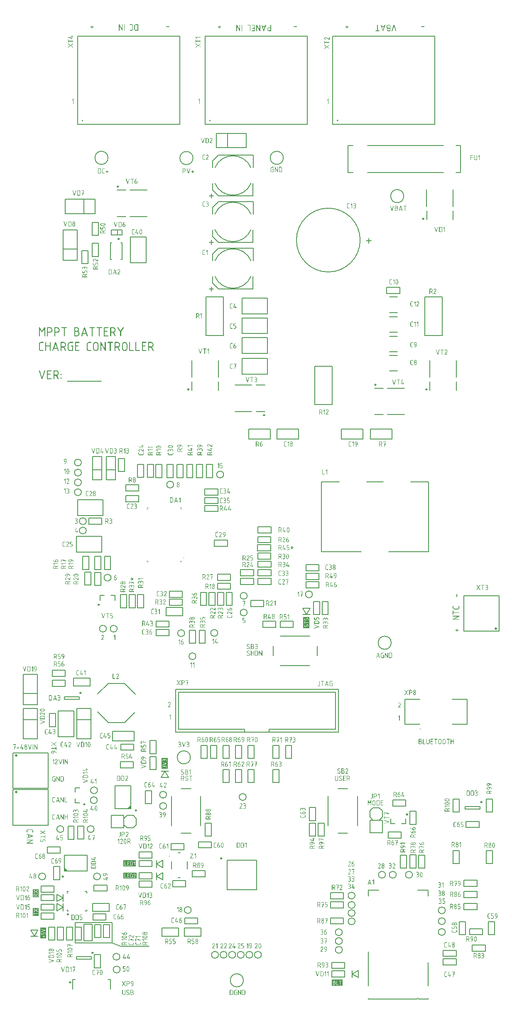
<source format=gto>
G04 Layer_Color=65535*
%FSLAX44Y44*%
%MOMM*%
G71*
G01*
G75*
%ADD59C,0.2500*%
%ADD60C,0.2000*%
%ADD78C,0.1500*%
%ADD79C,0.1778*%
%ADD80C,0.1000*%
%ADD81C,0.5000*%
%ADD82C,0.1524*%
G36*
X116250Y415495D02*
X116348Y415456D01*
X116426Y415378D01*
X116524Y415300D01*
X116582Y415163D01*
X116602Y414988D01*
Y414968D01*
Y414929D01*
X116582Y414851D01*
X116563Y414773D01*
X116485Y414617D01*
X116426Y414558D01*
X116328Y414520D01*
X116309D01*
X116270Y414500D01*
X116212Y414481D01*
X116133Y414461D01*
X115919Y414363D01*
X115646Y414227D01*
X115314Y414051D01*
X114983Y413798D01*
X114631Y413486D01*
X114300Y413115D01*
X114261Y413076D01*
X114183Y412959D01*
X114066Y412783D01*
X113929Y412569D01*
X113793Y412296D01*
X113676Y411984D01*
X113559Y411652D01*
X113500Y411301D01*
X115139D01*
X115217Y411281D01*
X115412Y411262D01*
X115665Y411203D01*
X115977Y411106D01*
X116290Y410969D01*
X116602Y410774D01*
X116894Y410521D01*
X116933Y410481D01*
X117011Y410384D01*
X117128Y410228D01*
X117284Y410013D01*
X117421Y409740D01*
X117538Y409428D01*
X117616Y409058D01*
X117655Y408667D01*
Y407614D01*
Y407594D01*
Y407575D01*
Y407516D01*
X117635Y407438D01*
X117616Y407224D01*
X117557Y406970D01*
X117460Y406678D01*
X117323Y406366D01*
X117128Y406053D01*
X116875Y405761D01*
X116836Y405722D01*
X116738Y405644D01*
X116582Y405527D01*
X116368Y405390D01*
X116095Y405234D01*
X115782Y405117D01*
X115412Y405039D01*
X115022Y405000D01*
X114924D01*
X114846Y405019D01*
X114631Y405039D01*
X114378Y405098D01*
X114085Y405176D01*
X113773Y405312D01*
X113461Y405488D01*
X113168Y405741D01*
X113129Y405780D01*
X113051Y405878D01*
X112934Y406034D01*
X112798Y406268D01*
X112642Y406521D01*
X112525Y406853D01*
X112447Y407204D01*
X112408Y407594D01*
Y410774D01*
Y410794D01*
Y410852D01*
Y410950D01*
X112427Y411067D01*
X112447Y411223D01*
X112466Y411398D01*
X112505Y411613D01*
X112564Y411828D01*
X112700Y412315D01*
X112798Y412569D01*
X112895Y412842D01*
X113032Y413115D01*
X113188Y413369D01*
X113364Y413642D01*
X113578Y413895D01*
X113597Y413915D01*
X113617Y413934D01*
X113676Y413993D01*
X113734Y414071D01*
X113929Y414246D01*
X114183Y414481D01*
X114475Y414715D01*
X114807Y414968D01*
X115197Y415183D01*
X115587Y415378D01*
X115607D01*
X115646Y415397D01*
X115763Y415456D01*
X115919Y415495D01*
X116075Y415514D01*
X116153D01*
X116250Y415495D01*
D02*
G37*
G36*
X122571D02*
X122668Y415456D01*
X122746Y415378D01*
X122844Y415300D01*
X122902Y415163D01*
X122922Y414988D01*
Y405507D01*
Y405488D01*
Y405429D01*
X122902Y405351D01*
X122864Y405254D01*
X122785Y405156D01*
X122707Y405078D01*
X122571Y405019D01*
X122395Y405000D01*
X122317D01*
X122220Y405019D01*
X122142Y405059D01*
X122044Y405117D01*
X121947Y405215D01*
X121888Y405332D01*
X121869Y405507D01*
Y413720D01*
X120640Y412510D01*
X120620Y412491D01*
X120542Y412432D01*
X120425Y412374D01*
X120288Y412354D01*
X120211D01*
X120113Y412374D01*
X120035Y412413D01*
X119937Y412491D01*
X119840Y412569D01*
X119781Y412705D01*
X119762Y412881D01*
Y412900D01*
Y412920D01*
X119781Y413017D01*
X119820Y413134D01*
X119898Y413251D01*
X121966Y415300D01*
Y415319D01*
X122005Y415339D01*
X122103Y415417D01*
X122239Y415475D01*
X122317Y415514D01*
X122473D01*
X122571Y415495D01*
D02*
G37*
G36*
X-185304Y1270022D02*
X-185133Y1269954D01*
X-184996Y1269817D01*
X-184825Y1269680D01*
X-184723Y1269441D01*
X-184689Y1269134D01*
Y1269099D01*
Y1268997D01*
X-184723Y1268826D01*
X-184791Y1268689D01*
X-184928Y1268519D01*
X-185065Y1268348D01*
X-185304Y1268245D01*
X-185611Y1268211D01*
X-192034D01*
Y1262677D01*
X-187319D01*
X-187149Y1262643D01*
X-186978Y1262574D01*
X-186841Y1262438D01*
X-186670Y1262301D01*
X-186568Y1262062D01*
X-186534Y1261754D01*
Y1261720D01*
Y1261618D01*
X-186568Y1261447D01*
X-186636Y1261310D01*
X-186773Y1261139D01*
X-186910Y1260969D01*
X-187149Y1260866D01*
X-187456Y1260832D01*
X-192034D01*
Y1253487D01*
X-185475D01*
X-185304Y1253453D01*
X-185133Y1253384D01*
X-184996Y1253248D01*
X-184825Y1253111D01*
X-184723Y1252872D01*
X-184689Y1252564D01*
Y1252530D01*
Y1252428D01*
X-184723Y1252257D01*
X-184791Y1252120D01*
X-184928Y1251950D01*
X-185065Y1251779D01*
X-185304Y1251676D01*
X-185611Y1251642D01*
X-193093D01*
X-193264Y1251676D01*
X-193400Y1251745D01*
X-193571Y1251847D01*
X-193742Y1252018D01*
X-193845Y1252223D01*
X-193879Y1252530D01*
Y1269134D01*
Y1269168D01*
Y1269270D01*
X-193845Y1269441D01*
X-193776Y1269612D01*
X-193640Y1269749D01*
X-193503Y1269919D01*
X-193264Y1270022D01*
X-192956Y1270056D01*
X-185475D01*
X-185304Y1270022D01*
D02*
G37*
G36*
X107355Y415495D02*
X107472D01*
X107609Y415475D01*
X107901Y415397D01*
X108253Y415280D01*
X108623Y415124D01*
X109013Y414890D01*
X109189Y414734D01*
X109365Y414578D01*
X109384Y414558D01*
X109403Y414539D01*
X109443Y414481D01*
X109521Y414422D01*
X109657Y414227D01*
X109833Y413954D01*
X110008Y413642D01*
X110164Y413251D01*
X110262Y412822D01*
X110281Y412588D01*
X110301Y412354D01*
Y412335D01*
Y412257D01*
X110281Y412140D01*
Y412003D01*
X110242Y411828D01*
X110203Y411632D01*
X110145Y411398D01*
X110067Y411164D01*
X109969Y410930D01*
X109833Y410677D01*
X109696Y410443D01*
X109501Y410208D01*
X109286Y409974D01*
X109033Y409760D01*
X108740Y409584D01*
X108409Y409428D01*
X110242Y405761D01*
X110262Y405741D01*
X110281Y405683D01*
X110301Y405605D01*
Y405507D01*
Y405468D01*
X110281Y405390D01*
X110223Y405273D01*
X110125Y405156D01*
X110106Y405136D01*
X110028Y405078D01*
X109911Y405019D01*
X109755Y405000D01*
X109696D01*
X109579Y405039D01*
X109501Y405078D01*
X109423Y405117D01*
X109345Y405195D01*
X109286Y405293D01*
X107336Y409194D01*
X105053D01*
Y405507D01*
Y405488D01*
Y405429D01*
X105034Y405351D01*
X104995Y405254D01*
X104917Y405156D01*
X104839Y405078D01*
X104702Y405019D01*
X104527Y405000D01*
X104449D01*
X104351Y405019D01*
X104273Y405059D01*
X104176Y405117D01*
X104078Y405215D01*
X104019Y405332D01*
X104000Y405507D01*
Y414988D01*
Y415007D01*
Y415066D01*
X104019Y415163D01*
X104059Y415261D01*
X104117Y415339D01*
X104215Y415436D01*
X104332Y415495D01*
X104507Y415514D01*
X107277D01*
X107355Y415495D01*
D02*
G37*
G36*
X148551D02*
X148766Y415475D01*
X149019Y415417D01*
X149312Y415319D01*
X149624Y415183D01*
X149936Y414988D01*
X150229Y414734D01*
X150268Y414695D01*
X150346Y414598D01*
X150483Y414441D01*
X150619Y414227D01*
X150756Y413954D01*
X150892Y413642D01*
X150970Y413271D01*
X151009Y412881D01*
Y412842D01*
Y412744D01*
X150990Y412608D01*
X150951Y412413D01*
X150892Y412179D01*
X150795Y411925D01*
X150678Y411652D01*
X150522Y411359D01*
X147225Y406053D01*
X150561D01*
X150658Y406034D01*
X150756Y405995D01*
X150834Y405917D01*
X150931Y405839D01*
X150990Y405702D01*
X151009Y405527D01*
Y405507D01*
Y405449D01*
X150990Y405351D01*
X150951Y405273D01*
X150873Y405176D01*
X150795Y405078D01*
X150658Y405019D01*
X150483Y405000D01*
X146191D01*
X146093Y405019D01*
X146015Y405059D01*
X145918Y405117D01*
X145820Y405215D01*
X145762Y405332D01*
X145742Y405507D01*
Y405546D01*
X145762Y405605D01*
X145781Y405722D01*
X145840Y405819D01*
X149683Y412003D01*
X149702Y412023D01*
X149722Y412081D01*
X149761Y412159D01*
X149819Y412276D01*
X149878Y412413D01*
X149917Y412549D01*
X149936Y412705D01*
X149956Y412881D01*
Y412900D01*
Y412998D01*
X149936Y413115D01*
X149897Y413271D01*
X149839Y413427D01*
X149761Y413622D01*
X149644Y413817D01*
X149488Y413993D01*
X149468Y414012D01*
X149410Y414071D01*
X149312Y414149D01*
X149176Y414227D01*
X149019Y414305D01*
X148824Y414383D01*
X148610Y414441D01*
X148376Y414461D01*
X148337D01*
X148220Y414441D01*
X148044Y414383D01*
X147830Y414305D01*
X147576Y414129D01*
X147439Y414032D01*
X147303Y413895D01*
X147166Y413759D01*
X147030Y413564D01*
X146874Y413369D01*
X146737Y413134D01*
Y413115D01*
X146718Y413096D01*
X146620Y413017D01*
X146484Y412920D01*
X146386Y412900D01*
X146269Y412881D01*
X146191D01*
X146093Y412900D01*
X146015Y412939D01*
X145918Y413017D01*
X145820Y413096D01*
X145762Y413232D01*
X145742Y413408D01*
Y413427D01*
Y413486D01*
X145762Y413544D01*
X145801Y413622D01*
X145820Y413642D01*
X145840Y413700D01*
X145898Y413798D01*
X145976Y413915D01*
X146074Y414071D01*
X146191Y414227D01*
X146327Y414383D01*
X146484Y414578D01*
X146854Y414910D01*
X147069Y415085D01*
X147303Y415222D01*
X147537Y415339D01*
X147810Y415436D01*
X148083Y415495D01*
X148376Y415514D01*
X148473D01*
X148551Y415495D01*
D02*
G37*
G36*
X-151209Y1270022D02*
X-151004D01*
X-150765Y1269988D01*
X-150253Y1269851D01*
X-149638Y1269646D01*
X-148989Y1269373D01*
X-148305Y1268963D01*
X-147998Y1268689D01*
X-147690Y1268416D01*
X-147656Y1268382D01*
X-147622Y1268348D01*
X-147554Y1268245D01*
X-147417Y1268143D01*
X-147178Y1267801D01*
X-146870Y1267323D01*
X-146563Y1266776D01*
X-146290Y1266093D01*
X-146119Y1265341D01*
X-146085Y1264931D01*
X-146051Y1264522D01*
Y1257142D01*
Y1257108D01*
Y1257040D01*
Y1256937D01*
X-146085Y1256767D01*
Y1256562D01*
X-146119Y1256322D01*
X-146256Y1255810D01*
X-146461Y1255195D01*
X-146734Y1254546D01*
X-147144Y1253863D01*
X-147417Y1253555D01*
X-147690Y1253248D01*
X-147725D01*
X-147759Y1253179D01*
X-147861Y1253111D01*
X-147964Y1253009D01*
X-148305Y1252735D01*
X-148784Y1252462D01*
X-149330Y1252154D01*
X-150013Y1251881D01*
X-150765Y1251710D01*
X-151175Y1251676D01*
X-151585Y1251642D01*
X-151790D01*
X-151961Y1251676D01*
X-152166D01*
X-152405Y1251745D01*
X-152917Y1251847D01*
X-153532Y1252052D01*
X-154181Y1252325D01*
X-154865Y1252735D01*
X-155172Y1252974D01*
X-155479Y1253248D01*
Y1253282D01*
X-155548Y1253316D01*
X-155616Y1253419D01*
X-155719Y1253521D01*
X-155992Y1253863D01*
X-156265Y1254341D01*
X-156573Y1254922D01*
X-156846Y1255571D01*
X-157017Y1256322D01*
X-157051Y1256732D01*
X-157085Y1257142D01*
Y1264522D01*
Y1264556D01*
Y1264624D01*
Y1264761D01*
X-157051Y1264897D01*
Y1265102D01*
X-156983Y1265341D01*
X-156880Y1265854D01*
X-156675Y1266469D01*
X-156402Y1267118D01*
X-155992Y1267801D01*
X-155753Y1268109D01*
X-155479Y1268416D01*
X-155445Y1268450D01*
X-155411Y1268484D01*
X-155309Y1268553D01*
X-155206Y1268689D01*
X-154865Y1268929D01*
X-154386Y1269236D01*
X-153806Y1269544D01*
X-153156Y1269817D01*
X-152405Y1269988D01*
X-151995Y1270022D01*
X-151585Y1270056D01*
X-151346D01*
X-151209Y1270022D01*
D02*
G37*
G36*
X-161390D02*
X-161219Y1269954D01*
X-161082Y1269817D01*
X-160911Y1269680D01*
X-160809Y1269441D01*
X-160775Y1269134D01*
Y1269099D01*
Y1268997D01*
X-160809Y1268826D01*
X-160877Y1268689D01*
X-161014Y1268519D01*
X-161151Y1268348D01*
X-161390Y1268245D01*
X-161697Y1268211D01*
X-165592D01*
X-165797Y1268177D01*
X-166070Y1268109D01*
X-166378Y1268006D01*
X-166685Y1267869D01*
X-167027Y1267664D01*
X-167334Y1267391D01*
X-167368Y1267357D01*
X-167471Y1267255D01*
X-167573Y1267084D01*
X-167710Y1266845D01*
X-167881Y1266571D01*
X-167983Y1266230D01*
X-168086Y1265854D01*
X-168120Y1265444D01*
Y1256220D01*
Y1256186D01*
Y1256049D01*
X-168086Y1255810D01*
X-168017Y1255571D01*
X-167915Y1255263D01*
X-167778Y1254922D01*
X-167607Y1254580D01*
X-167334Y1254273D01*
X-167300Y1254239D01*
X-167197Y1254136D01*
X-167027Y1254034D01*
X-166787Y1253897D01*
X-166514Y1253726D01*
X-166173Y1253624D01*
X-165797Y1253521D01*
X-165387Y1253487D01*
X-161560D01*
X-161390Y1253453D01*
X-161219Y1253384D01*
X-161082Y1253248D01*
X-160911Y1253111D01*
X-160809Y1252872D01*
X-160775Y1252564D01*
Y1252530D01*
Y1252428D01*
X-160809Y1252257D01*
X-160877Y1252120D01*
X-161014Y1251950D01*
X-161151Y1251779D01*
X-161390Y1251676D01*
X-161697Y1251642D01*
X-165558D01*
X-165694Y1251676D01*
X-166070Y1251710D01*
X-166514Y1251813D01*
X-167027Y1251984D01*
X-167573Y1252189D01*
X-168120Y1252530D01*
X-168632Y1252974D01*
X-168701Y1253043D01*
X-168837Y1253214D01*
X-169042Y1253487D01*
X-169281Y1253897D01*
X-169555Y1254341D01*
X-169760Y1254922D01*
X-169896Y1255537D01*
X-169965Y1256220D01*
Y1265444D01*
Y1265478D01*
Y1265546D01*
Y1265615D01*
X-169930Y1265751D01*
X-169896Y1266127D01*
X-169794Y1266571D01*
X-169623Y1267084D01*
X-169418Y1267630D01*
X-169076Y1268177D01*
X-168632Y1268689D01*
X-168564Y1268758D01*
X-168393Y1268894D01*
X-168120Y1269134D01*
X-167710Y1269373D01*
X-167266Y1269612D01*
X-166685Y1269851D01*
X-166070Y1269988D01*
X-165387Y1270056D01*
X-161560D01*
X-161390Y1270022D01*
D02*
G37*
G36*
X-217451D02*
X-217246D01*
X-217007Y1269988D01*
X-216495Y1269851D01*
X-215880Y1269646D01*
X-215231Y1269373D01*
X-214547Y1268963D01*
X-214240Y1268689D01*
X-213932Y1268416D01*
X-213898Y1268382D01*
X-213864Y1268348D01*
X-213796Y1268245D01*
X-213659Y1268143D01*
X-213420Y1267801D01*
X-213113Y1267323D01*
X-212805Y1266776D01*
X-212532Y1266093D01*
X-212361Y1265341D01*
X-212327Y1264931D01*
X-212293Y1264522D01*
Y1264487D01*
Y1264351D01*
X-212327Y1264146D01*
Y1263907D01*
X-212395Y1263599D01*
X-212463Y1263258D01*
X-212566Y1262848D01*
X-212703Y1262438D01*
X-212873Y1262028D01*
X-213113Y1261583D01*
X-213352Y1261174D01*
X-213693Y1260764D01*
X-214069Y1260354D01*
X-214513Y1259978D01*
X-215026Y1259670D01*
X-215606Y1259397D01*
X-212395Y1252974D01*
X-212361Y1252940D01*
X-212327Y1252838D01*
X-212293Y1252701D01*
Y1252530D01*
Y1252462D01*
X-212327Y1252325D01*
X-212429Y1252120D01*
X-212600Y1251915D01*
X-212634Y1251881D01*
X-212771Y1251779D01*
X-212976Y1251676D01*
X-213249Y1251642D01*
X-213352D01*
X-213557Y1251710D01*
X-213693Y1251779D01*
X-213830Y1251847D01*
X-213967Y1251984D01*
X-214069Y1252154D01*
X-217485Y1258987D01*
X-221482D01*
Y1252530D01*
Y1252496D01*
Y1252394D01*
X-221517Y1252257D01*
X-221585Y1252086D01*
X-221722Y1251915D01*
X-221858Y1251779D01*
X-222097Y1251676D01*
X-222405Y1251642D01*
X-222542D01*
X-222712Y1251676D01*
X-222849Y1251745D01*
X-223020Y1251847D01*
X-223191Y1252018D01*
X-223293Y1252223D01*
X-223327Y1252530D01*
Y1269134D01*
Y1269168D01*
Y1269270D01*
X-223293Y1269441D01*
X-223225Y1269612D01*
X-223122Y1269749D01*
X-222951Y1269919D01*
X-222747Y1270022D01*
X-222439Y1270056D01*
X-217588D01*
X-217451Y1270022D01*
D02*
G37*
G36*
X-233235D02*
X-233098Y1269954D01*
X-232961Y1269885D01*
X-232790Y1269749D01*
X-232654Y1269578D01*
X-232551Y1269339D01*
X-227085Y1252838D01*
Y1252804D01*
X-227051Y1252735D01*
X-227017Y1252530D01*
Y1252496D01*
Y1252394D01*
X-227051Y1252257D01*
X-227119Y1252086D01*
X-227256Y1251915D01*
X-227393Y1251779D01*
X-227632Y1251676D01*
X-227939Y1251642D01*
X-228042D01*
X-228178Y1251676D01*
X-228315Y1251710D01*
X-228452Y1251779D01*
X-228588Y1251915D01*
X-228725Y1252052D01*
X-228827Y1252257D01*
X-230160Y1256254D01*
X-236787D01*
X-238120Y1252257D01*
Y1252223D01*
X-238154Y1252154D01*
X-238291Y1251950D01*
X-238427Y1251847D01*
X-238564Y1251745D01*
X-238769Y1251676D01*
X-239008Y1251642D01*
X-239145D01*
X-239315Y1251676D01*
X-239452Y1251745D01*
X-239623Y1251847D01*
X-239794Y1252018D01*
X-239896Y1252223D01*
X-239930Y1252530D01*
Y1252564D01*
Y1252633D01*
X-239862Y1252838D01*
X-234396Y1269304D01*
Y1269339D01*
X-234362Y1269407D01*
X-234294Y1269544D01*
X-234191Y1269680D01*
X-234054Y1269817D01*
X-233918Y1269954D01*
X-233713Y1270022D01*
X-233474Y1270056D01*
X-233371D01*
X-233235Y1270022D01*
D02*
G37*
G36*
X-258925D02*
X-258754Y1269954D01*
X-258618Y1269817D01*
X-258447Y1269680D01*
X-258344Y1269441D01*
X-258310Y1269134D01*
Y1269099D01*
Y1268997D01*
X-258344Y1268826D01*
X-258413Y1268689D01*
X-258549Y1268519D01*
X-258686Y1268348D01*
X-258925Y1268245D01*
X-259233Y1268211D01*
X-263127D01*
X-263332Y1268177D01*
X-263605Y1268109D01*
X-263913Y1268006D01*
X-264220Y1267869D01*
X-264562Y1267664D01*
X-264869Y1267391D01*
X-264904Y1267357D01*
X-265006Y1267255D01*
X-265109Y1267084D01*
X-265245Y1266845D01*
X-265416Y1266571D01*
X-265518Y1266230D01*
X-265621Y1265854D01*
X-265655Y1265444D01*
Y1256220D01*
Y1256186D01*
Y1256049D01*
X-265621Y1255810D01*
X-265553Y1255571D01*
X-265450Y1255263D01*
X-265314Y1254922D01*
X-265143Y1254580D01*
X-264869Y1254273D01*
X-264835Y1254239D01*
X-264733Y1254136D01*
X-264562Y1254034D01*
X-264323Y1253897D01*
X-264049Y1253726D01*
X-263708Y1253624D01*
X-263332Y1253521D01*
X-262922Y1253487D01*
X-259096D01*
X-258925Y1253453D01*
X-258754Y1253384D01*
X-258618Y1253248D01*
X-258447Y1253111D01*
X-258344Y1252872D01*
X-258310Y1252564D01*
Y1252530D01*
Y1252428D01*
X-258344Y1252257D01*
X-258413Y1252120D01*
X-258549Y1251950D01*
X-258686Y1251779D01*
X-258925Y1251676D01*
X-259233Y1251642D01*
X-263093D01*
X-263230Y1251676D01*
X-263605Y1251710D01*
X-264049Y1251813D01*
X-264562Y1251984D01*
X-265109Y1252189D01*
X-265655Y1252530D01*
X-266168Y1252974D01*
X-266236Y1253043D01*
X-266373Y1253214D01*
X-266578Y1253487D01*
X-266817Y1253897D01*
X-267090Y1254341D01*
X-267295Y1254922D01*
X-267432Y1255537D01*
X-267500Y1256220D01*
Y1265444D01*
Y1265478D01*
Y1265546D01*
Y1265615D01*
X-267466Y1265751D01*
X-267432Y1266127D01*
X-267329Y1266571D01*
X-267158Y1267084D01*
X-266953Y1267630D01*
X-266612Y1268177D01*
X-266168Y1268689D01*
X-266099Y1268758D01*
X-265928Y1268894D01*
X-265655Y1269134D01*
X-265245Y1269373D01*
X-264801Y1269612D01*
X-264220Y1269851D01*
X-263605Y1269988D01*
X-262922Y1270056D01*
X-259096D01*
X-258925Y1270022D01*
D02*
G37*
G36*
X74512Y465495D02*
X74610Y465475D01*
X74746Y465456D01*
X74883Y465417D01*
X75039Y465339D01*
X75195Y465261D01*
X75371Y465163D01*
X75566Y465027D01*
X75741Y464871D01*
X75917Y464676D01*
X76092Y464441D01*
X76248Y464168D01*
X76405Y463856D01*
X76541Y463505D01*
Y463486D01*
X76561Y463447D01*
X76580Y463369D01*
X76619Y463251D01*
X76658Y463134D01*
X76697Y462978D01*
X76736Y462783D01*
X76775Y462588D01*
X76814Y462354D01*
X76853Y462101D01*
X76931Y461554D01*
X76990Y460930D01*
X77009Y460247D01*
Y460228D01*
Y460169D01*
Y460072D01*
Y459935D01*
X76990Y459779D01*
Y459584D01*
X76970Y459370D01*
X76951Y459136D01*
X76892Y458628D01*
X76814Y458082D01*
X76697Y457536D01*
X76541Y456990D01*
Y456970D01*
X76502Y456912D01*
X76463Y456814D01*
X76405Y456678D01*
X76346Y456521D01*
X76248Y456366D01*
X76014Y455995D01*
X75722Y455624D01*
X75527Y455468D01*
X75332Y455312D01*
X75117Y455176D01*
X74903Y455078D01*
X74649Y455019D01*
X74376Y455000D01*
X74317D01*
X74239Y455019D01*
X74142Y455039D01*
X74005Y455059D01*
X73869Y455098D01*
X73713Y455176D01*
X73556Y455254D01*
X73381Y455351D01*
X73205Y455488D01*
X73010Y455644D01*
X72835Y455839D01*
X72659Y456073D01*
X72503Y456326D01*
X72347Y456639D01*
X72210Y456990D01*
Y457009D01*
X72191Y457048D01*
X72172Y457126D01*
X72132Y457224D01*
X72113Y457360D01*
X72074Y457516D01*
X72035Y457711D01*
X71996Y457907D01*
X71937Y458141D01*
X71898Y458394D01*
X71859Y458648D01*
X71840Y458940D01*
X71781Y459565D01*
X71762Y460247D01*
Y460267D01*
Y460325D01*
Y460423D01*
Y460560D01*
X71781Y460735D01*
Y460911D01*
X71801Y461125D01*
X71820Y461359D01*
X71879Y461866D01*
X71957Y462413D01*
X72054Y462978D01*
X72210Y463505D01*
Y463525D01*
X72249Y463583D01*
X72288Y463700D01*
X72347Y463817D01*
X72406Y463973D01*
X72503Y464149D01*
X72737Y464520D01*
X73049Y464871D01*
X73225Y465046D01*
X73420Y465202D01*
X73635Y465339D01*
X73849Y465436D01*
X74103Y465495D01*
X74376Y465514D01*
X74434D01*
X74512Y465495D01*
D02*
G37*
G36*
X-198183Y1270022D02*
X-198013Y1269954D01*
X-197876Y1269817D01*
X-197705Y1269680D01*
X-197603Y1269441D01*
X-197568Y1269134D01*
Y1269099D01*
Y1268997D01*
X-197603Y1268826D01*
X-197671Y1268689D01*
X-197808Y1268519D01*
X-197944Y1268348D01*
X-198183Y1268245D01*
X-198491Y1268211D01*
X-204230D01*
X-204435Y1268177D01*
X-204708Y1268109D01*
X-205016Y1268006D01*
X-205323Y1267869D01*
X-205665Y1267664D01*
X-205972Y1267391D01*
X-206007Y1267357D01*
X-206109Y1267255D01*
X-206212Y1267084D01*
X-206348Y1266845D01*
X-206519Y1266571D01*
X-206621Y1266230D01*
X-206724Y1265854D01*
X-206758Y1265444D01*
Y1256220D01*
Y1256186D01*
Y1256015D01*
X-206724Y1255810D01*
X-206656Y1255537D01*
X-206553Y1255229D01*
X-206417Y1254922D01*
X-206246Y1254580D01*
X-205972Y1254273D01*
X-205938Y1254239D01*
X-205836Y1254136D01*
X-205665Y1254034D01*
X-205426Y1253897D01*
X-205152Y1253726D01*
X-204811Y1253624D01*
X-204435Y1253521D01*
X-204025Y1253487D01*
X-199413D01*
Y1260832D01*
X-201395D01*
X-201565Y1260866D01*
X-201702Y1260934D01*
X-201873Y1261071D01*
X-202044Y1261208D01*
X-202146Y1261447D01*
X-202180Y1261754D01*
Y1261788D01*
Y1261891D01*
X-202146Y1262062D01*
X-202078Y1262233D01*
X-201941Y1262369D01*
X-201805Y1262540D01*
X-201565Y1262643D01*
X-201258Y1262677D01*
X-198354D01*
X-198183Y1262643D01*
X-198013Y1262574D01*
X-197876Y1262438D01*
X-197705Y1262301D01*
X-197603Y1262062D01*
X-197568Y1261754D01*
Y1252530D01*
Y1252496D01*
Y1252394D01*
X-197603Y1252257D01*
X-197671Y1252086D01*
X-197808Y1251915D01*
X-197944Y1251779D01*
X-198183Y1251676D01*
X-198491Y1251642D01*
X-204196D01*
X-204333Y1251676D01*
X-204708Y1251710D01*
X-205152Y1251813D01*
X-205665Y1251984D01*
X-206212Y1252189D01*
X-206758Y1252530D01*
X-207271Y1252974D01*
X-207339Y1253043D01*
X-207476Y1253214D01*
X-207681Y1253487D01*
X-207920Y1253897D01*
X-208193Y1254341D01*
X-208398Y1254922D01*
X-208535Y1255537D01*
X-208603Y1256220D01*
Y1265444D01*
Y1265478D01*
Y1265546D01*
Y1265615D01*
X-208569Y1265751D01*
X-208535Y1266127D01*
X-208432Y1266571D01*
X-208261Y1267084D01*
X-208056Y1267630D01*
X-207715Y1268177D01*
X-207271Y1268689D01*
X-207202Y1268758D01*
X-207031Y1268894D01*
X-206758Y1269134D01*
X-206348Y1269373D01*
X-205904Y1269612D01*
X-205323Y1269851D01*
X-204708Y1269988D01*
X-204025Y1270056D01*
X-198354D01*
X-198183Y1270022D01*
D02*
G37*
G36*
X59355Y465495D02*
X59472D01*
X59609Y465475D01*
X59901Y465397D01*
X60253Y465280D01*
X60623Y465124D01*
X61013Y464890D01*
X61189Y464734D01*
X61364Y464578D01*
X61384Y464558D01*
X61403Y464539D01*
X61442Y464481D01*
X61521Y464422D01*
X61657Y464227D01*
X61833Y463954D01*
X62008Y463642D01*
X62164Y463251D01*
X62262Y462822D01*
X62281Y462588D01*
X62301Y462354D01*
Y462335D01*
Y462257D01*
X62281Y462140D01*
Y462003D01*
X62242Y461828D01*
X62203Y461632D01*
X62145Y461398D01*
X62067Y461164D01*
X61969Y460930D01*
X61833Y460677D01*
X61696Y460443D01*
X61501Y460208D01*
X61286Y459974D01*
X61033Y459760D01*
X60740Y459584D01*
X60409Y459428D01*
X62242Y455761D01*
X62262Y455741D01*
X62281Y455683D01*
X62301Y455605D01*
Y455507D01*
Y455468D01*
X62281Y455390D01*
X62223Y455273D01*
X62125Y455156D01*
X62106Y455136D01*
X62028Y455078D01*
X61911Y455019D01*
X61755Y455000D01*
X61696D01*
X61579Y455039D01*
X61501Y455078D01*
X61423Y455117D01*
X61345Y455195D01*
X61286Y455293D01*
X59336Y459194D01*
X57053D01*
Y455507D01*
Y455488D01*
Y455429D01*
X57034Y455351D01*
X56995Y455254D01*
X56917Y455156D01*
X56839Y455078D01*
X56702Y455019D01*
X56527Y455000D01*
X56449D01*
X56351Y455019D01*
X56273Y455059D01*
X56176Y455117D01*
X56078Y455215D01*
X56020Y455332D01*
X56000Y455507D01*
Y464988D01*
Y465007D01*
Y465066D01*
X56020Y465163D01*
X56059Y465261D01*
X56117Y465339D01*
X56215Y465436D01*
X56332Y465495D01*
X56507Y465514D01*
X59277D01*
X59355Y465495D01*
D02*
G37*
G36*
X68250D02*
X68348Y465456D01*
X68426Y465378D01*
X68524Y465300D01*
X68582Y465163D01*
X68602Y464988D01*
Y464968D01*
Y464929D01*
X68582Y464851D01*
X68563Y464773D01*
X68485Y464617D01*
X68426Y464558D01*
X68328Y464520D01*
X68309D01*
X68270Y464500D01*
X68211Y464481D01*
X68134Y464461D01*
X67919Y464363D01*
X67646Y464227D01*
X67314Y464051D01*
X66982Y463798D01*
X66631Y463486D01*
X66300Y463115D01*
X66261Y463076D01*
X66183Y462959D01*
X66066Y462783D01*
X65929Y462569D01*
X65793Y462296D01*
X65676Y461984D01*
X65559Y461652D01*
X65500Y461301D01*
X67139D01*
X67217Y461281D01*
X67412Y461262D01*
X67665Y461203D01*
X67977Y461106D01*
X68289Y460969D01*
X68602Y460774D01*
X68894Y460521D01*
X68933Y460481D01*
X69011Y460384D01*
X69128Y460228D01*
X69284Y460013D01*
X69421Y459740D01*
X69538Y459428D01*
X69616Y459058D01*
X69655Y458667D01*
Y457614D01*
Y457594D01*
Y457575D01*
Y457516D01*
X69636Y457438D01*
X69616Y457224D01*
X69557Y456970D01*
X69460Y456678D01*
X69323Y456366D01*
X69128Y456053D01*
X68875Y455761D01*
X68836Y455722D01*
X68738Y455644D01*
X68582Y455527D01*
X68368Y455390D01*
X68095Y455234D01*
X67782Y455117D01*
X67412Y455039D01*
X67022Y455000D01*
X66924D01*
X66846Y455019D01*
X66631Y455039D01*
X66378Y455098D01*
X66085Y455176D01*
X65773Y455312D01*
X65461Y455488D01*
X65168Y455741D01*
X65129Y455780D01*
X65051Y455878D01*
X64934Y456034D01*
X64798Y456268D01*
X64642Y456521D01*
X64525Y456853D01*
X64447Y457204D01*
X64408Y457594D01*
Y460774D01*
Y460794D01*
Y460852D01*
Y460950D01*
X64427Y461067D01*
X64447Y461223D01*
X64466Y461398D01*
X64505Y461613D01*
X64564Y461828D01*
X64700Y462315D01*
X64798Y462569D01*
X64895Y462842D01*
X65032Y463115D01*
X65188Y463369D01*
X65363Y463642D01*
X65578Y463895D01*
X65598Y463915D01*
X65617Y463934D01*
X65676Y463993D01*
X65734Y464071D01*
X65929Y464246D01*
X66183Y464481D01*
X66475Y464715D01*
X66807Y464968D01*
X67197Y465183D01*
X67587Y465378D01*
X67607D01*
X67646Y465397D01*
X67763Y465456D01*
X67919Y465495D01*
X68075Y465514D01*
X68153D01*
X68250Y465495D01*
D02*
G37*
G36*
X474551Y353495D02*
X474649Y353456D01*
X474727Y353378D01*
X474824Y353300D01*
X474883Y353163D01*
X474902Y352988D01*
Y352968D01*
Y352949D01*
X474863Y352832D01*
X472952Y346160D01*
X475429D01*
Y347721D01*
Y347740D01*
Y347799D01*
X475449Y347896D01*
X475488Y347994D01*
X475566Y348072D01*
X475644Y348169D01*
X475780Y348228D01*
X475956Y348247D01*
X476034D01*
X476131Y348228D01*
X476229Y348189D01*
X476307Y348111D01*
X476404Y348033D01*
X476463Y347896D01*
X476483Y347721D01*
Y346160D01*
X477594D01*
X477692Y346141D01*
X477789Y346102D01*
X477868Y346024D01*
X477965Y345946D01*
X478024Y345809D01*
X478043Y345633D01*
Y345614D01*
Y345555D01*
X478024Y345458D01*
X477985Y345380D01*
X477907Y345282D01*
X477828Y345185D01*
X477692Y345126D01*
X477516Y345107D01*
X476483D01*
Y343527D01*
Y343507D01*
Y343449D01*
X476463Y343351D01*
X476424Y343273D01*
X476346Y343176D01*
X476268Y343078D01*
X476131Y343019D01*
X475956Y343000D01*
X475878D01*
X475780Y343019D01*
X475702Y343059D01*
X475605Y343136D01*
X475507Y343215D01*
X475449Y343351D01*
X475429Y343527D01*
Y345107D01*
X472191D01*
X472093Y345126D01*
X472015Y345165D01*
X471918Y345224D01*
X471820Y345321D01*
X471762Y345438D01*
X471742Y345614D01*
Y345633D01*
Y345672D01*
X471762Y345770D01*
X473869Y353124D01*
Y353144D01*
X473888Y353183D01*
X473966Y353319D01*
X474044Y353397D01*
X474122Y353456D01*
X474239Y353495D01*
X474376Y353514D01*
X474454D01*
X474551Y353495D01*
D02*
G37*
G36*
X-82234Y1270022D02*
X-82063Y1269954D01*
X-81927Y1269817D01*
X-81756Y1269680D01*
X-81653Y1269441D01*
X-81619Y1269134D01*
Y1253487D01*
X-75060D01*
X-74889Y1253453D01*
X-74718Y1253384D01*
X-74581Y1253248D01*
X-74411Y1253111D01*
X-74308Y1252872D01*
X-74274Y1252564D01*
Y1252530D01*
Y1252428D01*
X-74308Y1252257D01*
X-74377Y1252120D01*
X-74513Y1251950D01*
X-74650Y1251779D01*
X-74889Y1251676D01*
X-75196Y1251642D01*
X-82678D01*
X-82849Y1251676D01*
X-82986Y1251745D01*
X-83156Y1251847D01*
X-83327Y1252018D01*
X-83430Y1252223D01*
X-83464Y1252530D01*
Y1269134D01*
Y1269168D01*
Y1269270D01*
X-83430Y1269441D01*
X-83361Y1269612D01*
X-83225Y1269749D01*
X-83088Y1269919D01*
X-82849Y1270022D01*
X-82542Y1270056D01*
X-82405D01*
X-82234Y1270022D01*
D02*
G37*
G36*
X-92312D02*
X-92107D01*
X-91868Y1269988D01*
X-91356Y1269851D01*
X-90741Y1269646D01*
X-90091Y1269373D01*
X-89408Y1268963D01*
X-89101Y1268689D01*
X-88793Y1268416D01*
X-88759Y1268382D01*
X-88725Y1268348D01*
X-88657Y1268245D01*
X-88520Y1268143D01*
X-88281Y1267801D01*
X-87973Y1267323D01*
X-87666Y1266776D01*
X-87393Y1266093D01*
X-87222Y1265341D01*
X-87188Y1264931D01*
X-87154Y1264522D01*
Y1257142D01*
Y1257108D01*
Y1257040D01*
Y1256937D01*
X-87188Y1256767D01*
Y1256562D01*
X-87222Y1256322D01*
X-87359Y1255810D01*
X-87563Y1255195D01*
X-87837Y1254546D01*
X-88247Y1253863D01*
X-88520Y1253555D01*
X-88793Y1253248D01*
X-88827D01*
X-88862Y1253179D01*
X-88964Y1253111D01*
X-89067Y1253009D01*
X-89408Y1252735D01*
X-89887Y1252462D01*
X-90433Y1252154D01*
X-91116Y1251881D01*
X-91868Y1251710D01*
X-92278Y1251676D01*
X-92688Y1251642D01*
X-92893D01*
X-93064Y1251676D01*
X-93269D01*
X-93508Y1251745D01*
X-94020Y1251847D01*
X-94635Y1252052D01*
X-95284Y1252325D01*
X-95968Y1252735D01*
X-96275Y1252974D01*
X-96582Y1253248D01*
Y1253282D01*
X-96651Y1253316D01*
X-96719Y1253419D01*
X-96822Y1253521D01*
X-97095Y1253863D01*
X-97368Y1254341D01*
X-97676Y1254922D01*
X-97949Y1255571D01*
X-98120Y1256322D01*
X-98154Y1256732D01*
X-98188Y1257142D01*
Y1264522D01*
Y1264556D01*
Y1264624D01*
Y1264761D01*
X-98154Y1264897D01*
Y1265102D01*
X-98086Y1265341D01*
X-97983Y1265854D01*
X-97778Y1266469D01*
X-97505Y1267118D01*
X-97095Y1267801D01*
X-96856Y1268109D01*
X-96582Y1268416D01*
X-96548Y1268450D01*
X-96514Y1268484D01*
X-96412Y1268553D01*
X-96309Y1268689D01*
X-95968Y1268929D01*
X-95489Y1269236D01*
X-94909Y1269544D01*
X-94259Y1269817D01*
X-93508Y1269988D01*
X-93098Y1270022D01*
X-92688Y1270056D01*
X-92449D01*
X-92312Y1270022D01*
D02*
G37*
G36*
X468251Y353495D02*
X468348Y353456D01*
X468426Y353378D01*
X468524Y353300D01*
X468582Y353163D01*
X468602Y352988D01*
Y352968D01*
Y352929D01*
X468582Y352851D01*
X468563Y352773D01*
X468485Y352617D01*
X468426Y352559D01*
X468329Y352519D01*
X468309D01*
X468270Y352500D01*
X468212Y352481D01*
X468134Y352461D01*
X467919Y352363D01*
X467646Y352227D01*
X467314Y352051D01*
X466982Y351798D01*
X466631Y351486D01*
X466300Y351115D01*
X466261Y351076D01*
X466183Y350959D01*
X466066Y350783D01*
X465929Y350569D01*
X465793Y350296D01*
X465676Y349984D01*
X465559Y349652D01*
X465500Y349301D01*
X467139D01*
X467217Y349281D01*
X467412Y349262D01*
X467665Y349203D01*
X467977Y349106D01*
X468289Y348969D01*
X468602Y348774D01*
X468894Y348521D01*
X468933Y348481D01*
X469011Y348384D01*
X469128Y348228D01*
X469284Y348013D01*
X469421Y347740D01*
X469538Y347428D01*
X469616Y347057D01*
X469655Y346667D01*
Y345614D01*
Y345594D01*
Y345575D01*
Y345516D01*
X469636Y345438D01*
X469616Y345224D01*
X469557Y344970D01*
X469460Y344678D01*
X469323Y344366D01*
X469128Y344053D01*
X468875Y343761D01*
X468836Y343722D01*
X468738Y343644D01*
X468582Y343527D01*
X468368Y343390D01*
X468094Y343234D01*
X467782Y343117D01*
X467412Y343039D01*
X467021Y343000D01*
X466924D01*
X466846Y343019D01*
X466631Y343039D01*
X466378Y343097D01*
X466085Y343176D01*
X465773Y343312D01*
X465461Y343488D01*
X465168Y343741D01*
X465129Y343780D01*
X465051Y343878D01*
X464934Y344034D01*
X464798Y344268D01*
X464642Y344521D01*
X464525Y344853D01*
X464447Y345204D01*
X464408Y345594D01*
Y348774D01*
Y348794D01*
Y348852D01*
Y348950D01*
X464427Y349067D01*
X464447Y349223D01*
X464466Y349398D01*
X464505Y349613D01*
X464564Y349827D01*
X464700Y350315D01*
X464798Y350569D01*
X464895Y350842D01*
X465032Y351115D01*
X465188Y351369D01*
X465363Y351642D01*
X465578Y351895D01*
X465597Y351915D01*
X465617Y351934D01*
X465676Y351993D01*
X465734Y352071D01*
X465929Y352246D01*
X466183Y352481D01*
X466475Y352715D01*
X466807Y352968D01*
X467197Y353183D01*
X467587Y353378D01*
X467607D01*
X467646Y353397D01*
X467763Y353456D01*
X467919Y353495D01*
X468075Y353514D01*
X468153D01*
X468251Y353495D01*
D02*
G37*
G36*
X-49130Y1270022D02*
X-48959Y1269954D01*
X-48823Y1269817D01*
X-48652Y1269680D01*
X-48549Y1269441D01*
X-48515Y1269134D01*
Y1269099D01*
Y1268997D01*
X-48549Y1268826D01*
X-48618Y1268689D01*
X-48754Y1268519D01*
X-48891Y1268348D01*
X-49130Y1268245D01*
X-49438Y1268211D01*
X-55860D01*
Y1262677D01*
X-51146D01*
X-50975Y1262643D01*
X-50804Y1262574D01*
X-50667Y1262438D01*
X-50497Y1262301D01*
X-50394Y1262062D01*
X-50360Y1261754D01*
Y1261720D01*
Y1261618D01*
X-50394Y1261447D01*
X-50462Y1261310D01*
X-50599Y1261139D01*
X-50736Y1260969D01*
X-50975Y1260866D01*
X-51282Y1260832D01*
X-55860D01*
Y1253487D01*
X-49301D01*
X-49130Y1253453D01*
X-48959Y1253384D01*
X-48823Y1253248D01*
X-48652Y1253111D01*
X-48549Y1252872D01*
X-48515Y1252564D01*
Y1252530D01*
Y1252428D01*
X-48549Y1252257D01*
X-48618Y1252120D01*
X-48754Y1251950D01*
X-48891Y1251779D01*
X-49130Y1251676D01*
X-49438Y1251642D01*
X-56919D01*
X-57090Y1251676D01*
X-57227Y1251745D01*
X-57397Y1251847D01*
X-57568Y1252018D01*
X-57671Y1252223D01*
X-57705Y1252530D01*
Y1269134D01*
Y1269168D01*
Y1269270D01*
X-57671Y1269441D01*
X-57603Y1269612D01*
X-57466Y1269749D01*
X-57329Y1269919D01*
X-57090Y1270022D01*
X-56783Y1270056D01*
X-49301D01*
X-49130Y1270022D01*
D02*
G37*
G36*
X-69355D02*
X-69184Y1269954D01*
X-69047Y1269817D01*
X-68876Y1269680D01*
X-68774Y1269441D01*
X-68740Y1269134D01*
Y1253487D01*
X-62180D01*
X-62010Y1253453D01*
X-61839Y1253384D01*
X-61702Y1253248D01*
X-61531Y1253111D01*
X-61429Y1252872D01*
X-61395Y1252564D01*
Y1252530D01*
Y1252428D01*
X-61429Y1252257D01*
X-61497Y1252120D01*
X-61634Y1251950D01*
X-61770Y1251779D01*
X-62010Y1251676D01*
X-62317Y1251642D01*
X-69799D01*
X-69970Y1251676D01*
X-70106Y1251745D01*
X-70277Y1251847D01*
X-70448Y1252018D01*
X-70550Y1252223D01*
X-70585Y1252530D01*
Y1269134D01*
Y1269168D01*
Y1269270D01*
X-70550Y1269441D01*
X-70482Y1269612D01*
X-70345Y1269749D01*
X-70209Y1269919D01*
X-69970Y1270022D01*
X-69662Y1270056D01*
X-69525D01*
X-69355Y1270022D01*
D02*
G37*
G36*
X459355Y353495D02*
X459472D01*
X459609Y353475D01*
X459901Y353397D01*
X460252Y353280D01*
X460623Y353124D01*
X461013Y352890D01*
X461189Y352734D01*
X461365Y352578D01*
X461384Y352559D01*
X461404Y352539D01*
X461442Y352481D01*
X461521Y352422D01*
X461657Y352227D01*
X461833Y351954D01*
X462008Y351642D01*
X462164Y351251D01*
X462262Y350822D01*
X462281Y350588D01*
X462301Y350354D01*
Y350335D01*
Y350257D01*
X462281Y350140D01*
Y350003D01*
X462242Y349827D01*
X462203Y349632D01*
X462145Y349398D01*
X462067Y349164D01*
X461969Y348930D01*
X461833Y348677D01*
X461696Y348442D01*
X461501Y348208D01*
X461286Y347974D01*
X461033Y347760D01*
X460740Y347584D01*
X460409Y347428D01*
X462242Y343761D01*
X462262Y343741D01*
X462281Y343683D01*
X462301Y343605D01*
Y343507D01*
Y343468D01*
X462281Y343390D01*
X462223Y343273D01*
X462125Y343156D01*
X462106Y343136D01*
X462028Y343078D01*
X461911Y343019D01*
X461755Y343000D01*
X461696D01*
X461579Y343039D01*
X461501Y343078D01*
X461423Y343117D01*
X461345Y343195D01*
X461286Y343293D01*
X459336Y347194D01*
X457053D01*
Y343507D01*
Y343488D01*
Y343429D01*
X457034Y343351D01*
X456995Y343254D01*
X456917Y343156D01*
X456839Y343078D01*
X456702Y343019D01*
X456527Y343000D01*
X456449D01*
X456351Y343019D01*
X456273Y343059D01*
X456175Y343117D01*
X456078Y343215D01*
X456020Y343332D01*
X456000Y343507D01*
Y352988D01*
Y353007D01*
Y353066D01*
X456020Y353163D01*
X456059Y353261D01*
X456117Y353339D01*
X456215Y353436D01*
X456332Y353495D01*
X456507Y353514D01*
X459277D01*
X459355Y353495D01*
D02*
G37*
G36*
X-117217Y1270022D02*
X-117046Y1269954D01*
X-116910Y1269817D01*
X-116739Y1269680D01*
X-116636Y1269441D01*
X-116602Y1269134D01*
Y1269099D01*
Y1268997D01*
X-116636Y1268826D01*
X-116705Y1268689D01*
X-116841Y1268519D01*
X-116978Y1268348D01*
X-117217Y1268245D01*
X-117524Y1268211D01*
X-121180D01*
Y1252530D01*
Y1252496D01*
Y1252394D01*
X-121214Y1252257D01*
X-121282Y1252086D01*
X-121419Y1251915D01*
X-121556Y1251779D01*
X-121795Y1251676D01*
X-122102Y1251642D01*
X-122239D01*
X-122410Y1251676D01*
X-122546Y1251745D01*
X-122717Y1251847D01*
X-122888Y1252018D01*
X-122991Y1252223D01*
X-123025Y1252530D01*
Y1268211D01*
X-126851D01*
X-127022Y1268245D01*
X-127158Y1268314D01*
X-127329Y1268450D01*
X-127500Y1268587D01*
X-127603Y1268826D01*
X-127637Y1269134D01*
Y1269168D01*
Y1269270D01*
X-127603Y1269441D01*
X-127534Y1269612D01*
X-127397Y1269749D01*
X-127261Y1269919D01*
X-127022Y1270022D01*
X-126714Y1270056D01*
X-117388D01*
X-117217Y1270022D01*
D02*
G37*
G36*
X133355Y415495D02*
X133472D01*
X133609Y415475D01*
X133901Y415397D01*
X134253Y415280D01*
X134623Y415124D01*
X135013Y414890D01*
X135189Y414734D01*
X135365Y414578D01*
X135384Y414558D01*
X135403Y414539D01*
X135442Y414481D01*
X135520Y414422D01*
X135657Y414227D01*
X135833Y413954D01*
X136008Y413642D01*
X136164Y413251D01*
X136262Y412822D01*
X136281Y412588D01*
X136301Y412354D01*
Y412335D01*
Y412257D01*
X136281Y412140D01*
Y412003D01*
X136242Y411828D01*
X136203Y411632D01*
X136145Y411398D01*
X136067Y411164D01*
X135969Y410930D01*
X135833Y410677D01*
X135696Y410443D01*
X135501Y410208D01*
X135286Y409974D01*
X135033Y409760D01*
X134740Y409584D01*
X134409Y409428D01*
X136242Y405761D01*
X136262Y405741D01*
X136281Y405683D01*
X136301Y405605D01*
Y405507D01*
Y405468D01*
X136281Y405390D01*
X136223Y405273D01*
X136125Y405156D01*
X136106Y405136D01*
X136028Y405078D01*
X135911Y405019D01*
X135755Y405000D01*
X135696D01*
X135579Y405039D01*
X135501Y405078D01*
X135423Y405117D01*
X135345Y405195D01*
X135286Y405293D01*
X133336Y409194D01*
X131053D01*
Y405507D01*
Y405488D01*
Y405429D01*
X131034Y405351D01*
X130995Y405254D01*
X130917Y405156D01*
X130839Y405078D01*
X130702Y405019D01*
X130527Y405000D01*
X130449D01*
X130351Y405019D01*
X130273Y405059D01*
X130176Y405117D01*
X130078Y405215D01*
X130020Y405332D01*
X130000Y405507D01*
Y414988D01*
Y415007D01*
Y415066D01*
X130020Y415163D01*
X130058Y415261D01*
X130117Y415339D01*
X130215Y415436D01*
X130332Y415495D01*
X130507Y415514D01*
X133277D01*
X133355Y415495D01*
D02*
G37*
G36*
X142250D02*
X142348Y415456D01*
X142426Y415378D01*
X142524Y415300D01*
X142582Y415163D01*
X142602Y414988D01*
Y414968D01*
Y414929D01*
X142582Y414851D01*
X142563Y414773D01*
X142485Y414617D01*
X142426Y414558D01*
X142329Y414520D01*
X142309D01*
X142270Y414500D01*
X142212Y414481D01*
X142134Y414461D01*
X141919Y414363D01*
X141646Y414227D01*
X141314Y414051D01*
X140983Y413798D01*
X140631Y413486D01*
X140300Y413115D01*
X140261Y413076D01*
X140183Y412959D01*
X140066Y412783D01*
X139929Y412569D01*
X139793Y412296D01*
X139676Y411984D01*
X139558Y411652D01*
X139500Y411301D01*
X141139D01*
X141217Y411281D01*
X141412Y411262D01*
X141665Y411203D01*
X141977Y411106D01*
X142289Y410969D01*
X142602Y410774D01*
X142894Y410521D01*
X142933Y410481D01*
X143011Y410384D01*
X143128Y410228D01*
X143284Y410013D01*
X143421Y409740D01*
X143538Y409428D01*
X143616Y409058D01*
X143655Y408667D01*
Y407614D01*
Y407594D01*
Y407575D01*
Y407516D01*
X143636Y407438D01*
X143616Y407224D01*
X143558Y406970D01*
X143460Y406678D01*
X143323Y406366D01*
X143128Y406053D01*
X142875Y405761D01*
X142836Y405722D01*
X142738Y405644D01*
X142582Y405527D01*
X142368Y405390D01*
X142094Y405234D01*
X141782Y405117D01*
X141412Y405039D01*
X141022Y405000D01*
X140924D01*
X140846Y405019D01*
X140631Y405039D01*
X140378Y405098D01*
X140085Y405176D01*
X139773Y405312D01*
X139461Y405488D01*
X139168Y405741D01*
X139129Y405780D01*
X139051Y405878D01*
X138934Y406034D01*
X138798Y406268D01*
X138642Y406521D01*
X138525Y406853D01*
X138447Y407204D01*
X138408Y407594D01*
Y410774D01*
Y410794D01*
Y410852D01*
Y410950D01*
X138427Y411067D01*
X138447Y411223D01*
X138466Y411398D01*
X138505Y411613D01*
X138564Y411828D01*
X138700Y412315D01*
X138798Y412569D01*
X138895Y412842D01*
X139032Y413115D01*
X139188Y413369D01*
X139363Y413642D01*
X139578Y413895D01*
X139598Y413915D01*
X139617Y413934D01*
X139676Y413993D01*
X139734Y414071D01*
X139929Y414246D01*
X140183Y414481D01*
X140475Y414715D01*
X140807Y414968D01*
X141197Y415183D01*
X141587Y415378D01*
X141607D01*
X141646Y415397D01*
X141763Y415456D01*
X141919Y415495D01*
X142075Y415514D01*
X142153D01*
X142250Y415495D01*
D02*
G37*
G36*
X-107036Y1270022D02*
X-106831D01*
X-106592Y1269988D01*
X-106080Y1269851D01*
X-105465Y1269646D01*
X-104816Y1269373D01*
X-104132Y1268963D01*
X-103825Y1268689D01*
X-103518Y1268416D01*
X-103483Y1268382D01*
X-103449Y1268348D01*
X-103381Y1268245D01*
X-103244Y1268143D01*
X-103005Y1267801D01*
X-102698Y1267323D01*
X-102390Y1266776D01*
X-102117Y1266093D01*
X-101946Y1265341D01*
X-101912Y1264931D01*
X-101878Y1264522D01*
Y1264487D01*
Y1264351D01*
X-101912Y1264146D01*
Y1263907D01*
X-101980Y1263599D01*
X-102049Y1263258D01*
X-102151Y1262848D01*
X-102288Y1262438D01*
X-102458Y1262028D01*
X-102698Y1261583D01*
X-102937Y1261174D01*
X-103279Y1260764D01*
X-103654Y1260354D01*
X-104098Y1259978D01*
X-104611Y1259670D01*
X-105192Y1259397D01*
X-101980Y1252974D01*
X-101946Y1252940D01*
X-101912Y1252838D01*
X-101878Y1252701D01*
Y1252530D01*
Y1252462D01*
X-101912Y1252325D01*
X-102014Y1252120D01*
X-102185Y1251915D01*
X-102219Y1251881D01*
X-102356Y1251779D01*
X-102561Y1251676D01*
X-102834Y1251642D01*
X-102937D01*
X-103142Y1251710D01*
X-103279Y1251779D01*
X-103415Y1251847D01*
X-103552Y1251984D01*
X-103654Y1252154D01*
X-107071Y1258987D01*
X-111068D01*
Y1252530D01*
Y1252496D01*
Y1252394D01*
X-111102Y1252257D01*
X-111170Y1252086D01*
X-111307Y1251915D01*
X-111443Y1251779D01*
X-111683Y1251676D01*
X-111990Y1251642D01*
X-112127D01*
X-112297Y1251676D01*
X-112434Y1251745D01*
X-112605Y1251847D01*
X-112776Y1252018D01*
X-112878Y1252223D01*
X-112912Y1252530D01*
Y1269134D01*
Y1269168D01*
Y1269270D01*
X-112878Y1269441D01*
X-112810Y1269612D01*
X-112707Y1269749D01*
X-112537Y1269919D01*
X-112332Y1270022D01*
X-112024Y1270056D01*
X-107173D01*
X-107036Y1270022D01*
D02*
G37*
G36*
X209355Y415495D02*
X209472D01*
X209609Y415475D01*
X209901Y415397D01*
X210253Y415280D01*
X210623Y415124D01*
X211013Y414890D01*
X211189Y414734D01*
X211364Y414578D01*
X211384Y414558D01*
X211404Y414539D01*
X211443Y414481D01*
X211521Y414422D01*
X211657Y414227D01*
X211833Y413954D01*
X212008Y413642D01*
X212164Y413251D01*
X212262Y412822D01*
X212281Y412588D01*
X212301Y412354D01*
Y412335D01*
Y412257D01*
X212281Y412140D01*
Y412003D01*
X212242Y411828D01*
X212203Y411632D01*
X212145Y411398D01*
X212067Y411164D01*
X211969Y410930D01*
X211833Y410677D01*
X211696Y410443D01*
X211501Y410208D01*
X211286Y409974D01*
X211033Y409760D01*
X210740Y409584D01*
X210409Y409428D01*
X212242Y405761D01*
X212262Y405741D01*
X212281Y405683D01*
X212301Y405605D01*
Y405507D01*
Y405468D01*
X212281Y405390D01*
X212223Y405273D01*
X212125Y405156D01*
X212106Y405136D01*
X212028Y405078D01*
X211911Y405019D01*
X211755Y405000D01*
X211696D01*
X211579Y405039D01*
X211501Y405078D01*
X211423Y405117D01*
X211345Y405195D01*
X211286Y405293D01*
X209336Y409194D01*
X207053D01*
Y405507D01*
Y405488D01*
Y405429D01*
X207034Y405351D01*
X206995Y405254D01*
X206917Y405156D01*
X206839Y405078D01*
X206702Y405019D01*
X206527Y405000D01*
X206449D01*
X206351Y405019D01*
X206273Y405059D01*
X206176Y405117D01*
X206078Y405215D01*
X206019Y405332D01*
X206000Y405507D01*
Y414988D01*
Y415007D01*
Y415066D01*
X206019Y415163D01*
X206059Y415261D01*
X206117Y415339D01*
X206215Y415436D01*
X206332Y415495D01*
X206507Y415514D01*
X209277D01*
X209355Y415495D01*
D02*
G37*
G36*
X218251D02*
X218348Y415456D01*
X218426Y415378D01*
X218524Y415300D01*
X218582Y415163D01*
X218602Y414988D01*
Y414968D01*
Y414929D01*
X218582Y414851D01*
X218563Y414773D01*
X218485Y414617D01*
X218426Y414558D01*
X218328Y414520D01*
X218309D01*
X218270Y414500D01*
X218211Y414481D01*
X218134Y414461D01*
X217919Y414363D01*
X217646Y414227D01*
X217314Y414051D01*
X216982Y413798D01*
X216631Y413486D01*
X216300Y413115D01*
X216261Y413076D01*
X216183Y412959D01*
X216066Y412783D01*
X215929Y412569D01*
X215793Y412296D01*
X215676Y411984D01*
X215558Y411652D01*
X215500Y411301D01*
X217139D01*
X217217Y411281D01*
X217412Y411262D01*
X217665Y411203D01*
X217977Y411106D01*
X218290Y410969D01*
X218602Y410774D01*
X218894Y410521D01*
X218933Y410481D01*
X219011Y410384D01*
X219128Y410228D01*
X219284Y410013D01*
X219421Y409740D01*
X219538Y409428D01*
X219616Y409058D01*
X219655Y408667D01*
Y407614D01*
Y407594D01*
Y407575D01*
Y407516D01*
X219636Y407438D01*
X219616Y407224D01*
X219557Y406970D01*
X219460Y406678D01*
X219323Y406366D01*
X219128Y406053D01*
X218875Y405761D01*
X218836Y405722D01*
X218738Y405644D01*
X218582Y405527D01*
X218368Y405390D01*
X218095Y405234D01*
X217782Y405117D01*
X217412Y405039D01*
X217022Y405000D01*
X216924D01*
X216846Y405019D01*
X216631Y405039D01*
X216378Y405098D01*
X216085Y405176D01*
X215773Y405312D01*
X215461Y405488D01*
X215168Y405741D01*
X215129Y405780D01*
X215051Y405878D01*
X214934Y406034D01*
X214798Y406268D01*
X214642Y406521D01*
X214525Y406853D01*
X214447Y407204D01*
X214408Y407594D01*
Y410774D01*
Y410794D01*
Y410852D01*
Y410950D01*
X214427Y411067D01*
X214447Y411223D01*
X214466Y411398D01*
X214505Y411613D01*
X214564Y411828D01*
X214700Y412315D01*
X214798Y412569D01*
X214895Y412842D01*
X215032Y413115D01*
X215188Y413369D01*
X215364Y413642D01*
X215578Y413895D01*
X215597Y413915D01*
X215617Y413934D01*
X215676Y413993D01*
X215734Y414071D01*
X215929Y414246D01*
X216183Y414481D01*
X216475Y414715D01*
X216807Y414968D01*
X217197Y415183D01*
X217587Y415378D01*
X217607D01*
X217646Y415397D01*
X217763Y415456D01*
X217919Y415495D01*
X218075Y415514D01*
X218153D01*
X218251Y415495D01*
D02*
G37*
G36*
X224551D02*
X224766Y415475D01*
X225019Y415417D01*
X225312Y415319D01*
X225624Y415183D01*
X225936Y414988D01*
X226229Y414734D01*
X226268Y414695D01*
X226346Y414598D01*
X226483Y414422D01*
X226619Y414207D01*
X226756Y413934D01*
X226892Y413622D01*
X226970Y413271D01*
X227009Y412881D01*
Y412861D01*
Y412822D01*
Y412744D01*
X226990Y412666D01*
X226970Y412549D01*
X226951Y412413D01*
X226873Y412120D01*
X226756Y411788D01*
X226561Y411437D01*
X226444Y411262D01*
X226307Y411086D01*
X226151Y410930D01*
X225956Y410774D01*
X225975D01*
X225995Y410735D01*
X226112Y410638D01*
X226287Y410462D01*
X226483Y410208D01*
X226678Y409916D01*
X226853Y409545D01*
X226970Y409136D01*
X226990Y408901D01*
X227009Y408667D01*
Y407614D01*
Y407594D01*
Y407575D01*
Y407516D01*
X226990Y407438D01*
X226970Y407224D01*
X226912Y406970D01*
X226814Y406678D01*
X226678Y406366D01*
X226483Y406053D01*
X226229Y405761D01*
X226190Y405722D01*
X226092Y405644D01*
X225917Y405527D01*
X225702Y405390D01*
X225429Y405234D01*
X225117Y405117D01*
X224766Y405039D01*
X224376Y405000D01*
X222191D01*
X222093Y405019D01*
X222015Y405059D01*
X221918Y405136D01*
X221820Y405215D01*
X221762Y405351D01*
X221742Y405527D01*
Y405546D01*
Y405605D01*
X221762Y405702D01*
X221801Y405800D01*
X221879Y405878D01*
X221957Y405975D01*
X222093Y406034D01*
X222269Y406053D01*
X224493D01*
X224610Y406073D01*
X224766Y406112D01*
X224942Y406170D01*
X225117Y406248D01*
X225312Y406346D01*
X225488Y406502D01*
X225507Y406521D01*
X225566Y406580D01*
X225644Y406678D01*
X225722Y406814D01*
X225800Y406970D01*
X225878Y407165D01*
X225936Y407380D01*
X225956Y407614D01*
Y408667D01*
Y408687D01*
Y408784D01*
X225936Y408901D01*
X225897Y409058D01*
X225839Y409213D01*
X225761Y409409D01*
X225644Y409604D01*
X225488Y409779D01*
X225468Y409799D01*
X225410Y409857D01*
X225312Y409935D01*
X225176Y410013D01*
X225019Y410091D01*
X224824Y410169D01*
X224610Y410228D01*
X224376Y410247D01*
X223244D01*
X223147Y410267D01*
X223069Y410306D01*
X222971Y410384D01*
X222874Y410462D01*
X222815Y410598D01*
X222796Y410774D01*
Y410794D01*
Y410852D01*
X222815Y410950D01*
X222854Y411047D01*
X222932Y411125D01*
X223010Y411223D01*
X223147Y411281D01*
X223322Y411301D01*
X224493D01*
X224610Y411320D01*
X224766Y411359D01*
X224942Y411418D01*
X225117Y411496D01*
X225312Y411593D01*
X225488Y411749D01*
X225507Y411769D01*
X225566Y411828D01*
X225644Y411925D01*
X225722Y412062D01*
X225800Y412237D01*
X225878Y412432D01*
X225936Y412647D01*
X225956Y412881D01*
Y412900D01*
Y412998D01*
X225936Y413115D01*
X225897Y413271D01*
X225839Y413427D01*
X225761Y413622D01*
X225644Y413817D01*
X225488Y413993D01*
X225468Y414012D01*
X225410Y414071D01*
X225312Y414149D01*
X225176Y414227D01*
X225019Y414305D01*
X224824Y414383D01*
X224610Y414441D01*
X224376Y414461D01*
X222191D01*
X222093Y414481D01*
X222015Y414520D01*
X221918Y414598D01*
X221820Y414675D01*
X221762Y414812D01*
X221742Y414988D01*
Y415007D01*
Y415066D01*
X221762Y415163D01*
X221801Y415261D01*
X221879Y415339D01*
X221957Y415436D01*
X222093Y415495D01*
X222269Y415514D01*
X224473D01*
X224551Y415495D01*
D02*
G37*
G36*
X-95645Y431495D02*
X-95528D01*
X-95391Y431475D01*
X-95099Y431397D01*
X-94747Y431280D01*
X-94377Y431124D01*
X-93987Y430890D01*
X-93811Y430734D01*
X-93636Y430578D01*
X-93616Y430559D01*
X-93596Y430539D01*
X-93558Y430480D01*
X-93479Y430422D01*
X-93343Y430227D01*
X-93167Y429954D01*
X-92992Y429642D01*
X-92836Y429252D01*
X-92738Y428822D01*
X-92719Y428588D01*
X-92699Y428354D01*
Y428335D01*
Y428257D01*
X-92719Y428140D01*
Y428003D01*
X-92758Y427827D01*
X-92797Y427632D01*
X-92855Y427398D01*
X-92933Y427164D01*
X-93031Y426930D01*
X-93167Y426677D01*
X-93304Y426442D01*
X-93499Y426208D01*
X-93714Y425974D01*
X-93967Y425760D01*
X-94260Y425584D01*
X-94591Y425428D01*
X-92758Y421761D01*
X-92738Y421741D01*
X-92719Y421683D01*
X-92699Y421605D01*
Y421507D01*
Y421468D01*
X-92719Y421390D01*
X-92777Y421273D01*
X-92875Y421156D01*
X-92894Y421137D01*
X-92972Y421078D01*
X-93089Y421020D01*
X-93245Y421000D01*
X-93304D01*
X-93421Y421039D01*
X-93499Y421078D01*
X-93577Y421117D01*
X-93655Y421195D01*
X-93714Y421293D01*
X-95664Y425194D01*
X-97947D01*
Y421507D01*
Y421488D01*
Y421429D01*
X-97966Y421351D01*
X-98005Y421254D01*
X-98083Y421156D01*
X-98161Y421078D01*
X-98298Y421020D01*
X-98473Y421000D01*
X-98551D01*
X-98649Y421020D01*
X-98727Y421059D01*
X-98824Y421117D01*
X-98922Y421214D01*
X-98981Y421332D01*
X-99000Y421507D01*
Y430988D01*
Y431007D01*
Y431066D01*
X-98981Y431163D01*
X-98941Y431261D01*
X-98883Y431339D01*
X-98785Y431436D01*
X-98668Y431495D01*
X-98493Y431514D01*
X-95723D01*
X-95645Y431495D01*
D02*
G37*
G36*
X-86242D02*
X-86145Y431456D01*
X-86047Y431378D01*
X-85969Y431300D01*
X-85911Y431163D01*
X-85891Y430988D01*
Y430968D01*
Y430910D01*
X-85911Y430812D01*
X-85950Y430734D01*
X-86008Y430636D01*
X-86106Y430539D01*
X-86223Y430480D01*
X-86398Y430461D01*
X-89539D01*
Y427301D01*
X-87881D01*
X-87803Y427281D01*
X-87588Y427262D01*
X-87335Y427203D01*
X-87042Y427106D01*
X-86730Y426969D01*
X-86418Y426774D01*
X-86125Y426521D01*
X-86086Y426482D01*
X-86008Y426384D01*
X-85872Y426208D01*
X-85735Y425994D01*
X-85599Y425721D01*
X-85462Y425409D01*
X-85384Y425057D01*
X-85345Y424667D01*
Y423614D01*
Y423594D01*
Y423575D01*
Y423516D01*
X-85365Y423438D01*
X-85384Y423224D01*
X-85442Y422970D01*
X-85540Y422678D01*
X-85677Y422365D01*
X-85872Y422053D01*
X-86125Y421761D01*
X-86164Y421722D01*
X-86262Y421644D01*
X-86437Y421527D01*
X-86652Y421390D01*
X-86925Y421234D01*
X-87237Y421117D01*
X-87588Y421039D01*
X-87978Y421000D01*
X-90163D01*
X-90241Y421020D01*
X-90339Y421059D01*
X-90436Y421137D01*
X-90514Y421214D01*
X-90573Y421351D01*
X-90592Y421527D01*
Y421546D01*
Y421605D01*
X-90573Y421702D01*
X-90534Y421800D01*
X-90475Y421878D01*
X-90378Y421975D01*
X-90261Y422034D01*
X-90085Y422053D01*
X-87861D01*
X-87744Y422073D01*
X-87588Y422112D01*
X-87413Y422170D01*
X-87237Y422248D01*
X-87042Y422346D01*
X-86867Y422502D01*
X-86847Y422522D01*
X-86789Y422580D01*
X-86711Y422678D01*
X-86632Y422814D01*
X-86554Y422970D01*
X-86476Y423165D01*
X-86418Y423380D01*
X-86398Y423614D01*
Y424667D01*
Y424687D01*
Y424784D01*
X-86418Y424901D01*
X-86457Y425057D01*
X-86515Y425214D01*
X-86593Y425409D01*
X-86711Y425604D01*
X-86867Y425779D01*
X-86886Y425799D01*
X-86945Y425857D01*
X-87042Y425935D01*
X-87179Y426013D01*
X-87335Y426091D01*
X-87530Y426169D01*
X-87744Y426228D01*
X-87978Y426247D01*
X-90163D01*
X-90241Y426267D01*
X-90339Y426306D01*
X-90436Y426384D01*
X-90514Y426462D01*
X-90573Y426599D01*
X-90592Y426774D01*
Y430988D01*
Y431007D01*
Y431066D01*
X-90573Y431163D01*
X-90534Y431261D01*
X-90475Y431339D01*
X-90378Y431436D01*
X-90261Y431495D01*
X-90085Y431514D01*
X-86320D01*
X-86242Y431495D01*
D02*
G37*
G36*
X-80449D02*
X-80351Y431456D01*
X-80273Y431378D01*
X-80176Y431300D01*
X-80117Y431163D01*
X-80098Y430988D01*
Y430968D01*
Y430949D01*
X-80136Y430832D01*
X-82048Y424160D01*
X-79571D01*
Y425721D01*
Y425740D01*
Y425799D01*
X-79551Y425896D01*
X-79512Y425994D01*
X-79434Y426072D01*
X-79356Y426169D01*
X-79220Y426228D01*
X-79044Y426247D01*
X-78966D01*
X-78869Y426228D01*
X-78771Y426189D01*
X-78693Y426111D01*
X-78595Y426033D01*
X-78537Y425896D01*
X-78517Y425721D01*
Y424160D01*
X-77406D01*
X-77308Y424141D01*
X-77210Y424102D01*
X-77132Y424024D01*
X-77035Y423946D01*
X-76976Y423809D01*
X-76957Y423633D01*
Y423614D01*
Y423555D01*
X-76976Y423458D01*
X-77015Y423380D01*
X-77093Y423282D01*
X-77171Y423185D01*
X-77308Y423126D01*
X-77484Y423107D01*
X-78517D01*
Y421527D01*
Y421507D01*
Y421449D01*
X-78537Y421351D01*
X-78576Y421273D01*
X-78654Y421175D01*
X-78732Y421078D01*
X-78869Y421020D01*
X-79044Y421000D01*
X-79122D01*
X-79220Y421020D01*
X-79298Y421059D01*
X-79395Y421137D01*
X-79493Y421214D01*
X-79551Y421351D01*
X-79571Y421527D01*
Y423107D01*
X-82809D01*
X-82907Y423126D01*
X-82985Y423165D01*
X-83082Y423224D01*
X-83180Y423321D01*
X-83238Y423438D01*
X-83258Y423614D01*
Y423633D01*
Y423672D01*
X-83238Y423770D01*
X-81131Y431124D01*
Y431144D01*
X-81112Y431183D01*
X-81034Y431319D01*
X-80956Y431397D01*
X-80878Y431456D01*
X-80761Y431495D01*
X-80624Y431514D01*
X-80546D01*
X-80449Y431495D01*
D02*
G37*
G36*
X-116226Y1300022D02*
X-116021D01*
X-115782Y1299988D01*
X-115270Y1299851D01*
X-114655Y1299646D01*
X-114006Y1299373D01*
X-113322Y1298963D01*
X-113015Y1298690D01*
X-112707Y1298416D01*
X-112673Y1298382D01*
X-112639Y1298348D01*
X-112571Y1298245D01*
X-112434Y1298143D01*
X-112195Y1297801D01*
X-111888Y1297323D01*
X-111580Y1296776D01*
X-111307Y1296093D01*
X-111136Y1295341D01*
X-111102Y1294931D01*
X-111068Y1294522D01*
Y1294487D01*
Y1294351D01*
X-111102Y1294146D01*
Y1293907D01*
X-111170Y1293599D01*
X-111238Y1293257D01*
X-111341Y1292848D01*
X-111478Y1292438D01*
X-111648Y1292028D01*
X-111888Y1291584D01*
X-112127Y1291174D01*
X-112468Y1290764D01*
X-112844Y1290354D01*
X-113288Y1289978D01*
X-113801Y1289670D01*
X-114381Y1289397D01*
X-111170Y1282975D01*
X-111136Y1282940D01*
X-111102Y1282838D01*
X-111068Y1282701D01*
Y1282530D01*
Y1282462D01*
X-111102Y1282325D01*
X-111204Y1282120D01*
X-111375Y1281915D01*
X-111409Y1281881D01*
X-111546Y1281779D01*
X-111751Y1281676D01*
X-112024Y1281642D01*
X-112127D01*
X-112332Y1281710D01*
X-112468Y1281779D01*
X-112605Y1281847D01*
X-112742Y1281984D01*
X-112844Y1282155D01*
X-116260Y1288987D01*
X-120258D01*
Y1282530D01*
Y1282496D01*
Y1282394D01*
X-120292Y1282257D01*
X-120360Y1282086D01*
X-120497Y1281915D01*
X-120633Y1281779D01*
X-120872Y1281676D01*
X-121180Y1281642D01*
X-121316D01*
X-121487Y1281676D01*
X-121624Y1281745D01*
X-121795Y1281847D01*
X-121966Y1282018D01*
X-122068Y1282223D01*
X-122102Y1282530D01*
Y1299134D01*
Y1299168D01*
Y1299270D01*
X-122068Y1299441D01*
X-122000Y1299612D01*
X-121897Y1299749D01*
X-121727Y1299919D01*
X-121522Y1300022D01*
X-121214Y1300056D01*
X-116363D01*
X-116226Y1300022D01*
D02*
G37*
G36*
X-6645Y54495D02*
X-6528D01*
X-6391Y54475D01*
X-6099Y54397D01*
X-5747Y54280D01*
X-5377Y54124D01*
X-4987Y53890D01*
X-4811Y53734D01*
X-4636Y53578D01*
X-4616Y53559D01*
X-4597Y53539D01*
X-4557Y53481D01*
X-4480Y53422D01*
X-4343Y53227D01*
X-4167Y52954D01*
X-3992Y52642D01*
X-3836Y52252D01*
X-3738Y51822D01*
X-3719Y51588D01*
X-3699Y51354D01*
Y51335D01*
Y51257D01*
X-3719Y51140D01*
Y51003D01*
X-3758Y50827D01*
X-3797Y50632D01*
X-3855Y50398D01*
X-3933Y50164D01*
X-4031Y49930D01*
X-4167Y49677D01*
X-4304Y49443D01*
X-4499Y49208D01*
X-4714Y48974D01*
X-4967Y48760D01*
X-5260Y48584D01*
X-5591Y48428D01*
X-3758Y44761D01*
X-3738Y44741D01*
X-3719Y44683D01*
X-3699Y44605D01*
Y44507D01*
Y44468D01*
X-3719Y44390D01*
X-3777Y44273D01*
X-3875Y44156D01*
X-3894Y44137D01*
X-3972Y44078D01*
X-4089Y44019D01*
X-4245Y44000D01*
X-4304D01*
X-4421Y44039D01*
X-4499Y44078D01*
X-4577Y44117D01*
X-4655Y44195D01*
X-4714Y44293D01*
X-6664Y48194D01*
X-8947D01*
Y44507D01*
Y44488D01*
Y44429D01*
X-8966Y44351D01*
X-9005Y44254D01*
X-9083Y44156D01*
X-9161Y44078D01*
X-9298Y44019D01*
X-9473Y44000D01*
X-9551D01*
X-9649Y44019D01*
X-9727Y44058D01*
X-9824Y44117D01*
X-9922Y44215D01*
X-9980Y44332D01*
X-10000Y44507D01*
Y53988D01*
Y54007D01*
Y54066D01*
X-9980Y54163D01*
X-9941Y54261D01*
X-9883Y54339D01*
X-9785Y54436D01*
X-9668Y54495D01*
X-9493Y54514D01*
X-6723D01*
X-6645Y54495D01*
D02*
G37*
G36*
X2758D02*
X2855Y54456D01*
X2953Y54378D01*
X3031Y54300D01*
X3089Y54163D01*
X3109Y53988D01*
Y53968D01*
Y53910D01*
X3089Y53812D01*
X3050Y53734D01*
X2992Y53636D01*
X2894Y53539D01*
X2777Y53481D01*
X2602Y53461D01*
X-539D01*
Y50301D01*
X1119D01*
X1197Y50281D01*
X1412Y50262D01*
X1665Y50203D01*
X1958Y50106D01*
X2270Y49969D01*
X2582Y49774D01*
X2875Y49521D01*
X2914Y49482D01*
X2992Y49384D01*
X3128Y49208D01*
X3265Y48994D01*
X3401Y48721D01*
X3538Y48409D01*
X3616Y48057D01*
X3655Y47667D01*
Y46614D01*
Y46594D01*
Y46575D01*
Y46516D01*
X3636Y46438D01*
X3616Y46224D01*
X3557Y45970D01*
X3460Y45678D01*
X3323Y45366D01*
X3128Y45053D01*
X2875Y44761D01*
X2836Y44722D01*
X2738Y44644D01*
X2563Y44527D01*
X2348Y44390D01*
X2075Y44234D01*
X1763Y44117D01*
X1412Y44039D01*
X1022Y44000D01*
X-1163D01*
X-1241Y44019D01*
X-1339Y44058D01*
X-1436Y44137D01*
X-1514Y44215D01*
X-1573Y44351D01*
X-1592Y44527D01*
Y44546D01*
Y44605D01*
X-1573Y44702D01*
X-1534Y44800D01*
X-1475Y44878D01*
X-1378Y44975D01*
X-1261Y45034D01*
X-1085Y45053D01*
X1139D01*
X1256Y45073D01*
X1412Y45112D01*
X1587Y45170D01*
X1763Y45248D01*
X1958Y45346D01*
X2133Y45502D01*
X2153Y45521D01*
X2211Y45580D01*
X2289Y45678D01*
X2368Y45814D01*
X2446Y45970D01*
X2524Y46165D01*
X2582Y46380D01*
X2602Y46614D01*
Y47667D01*
Y47687D01*
Y47784D01*
X2582Y47901D01*
X2543Y48057D01*
X2485Y48214D01*
X2407Y48409D01*
X2289Y48604D01*
X2133Y48779D01*
X2114Y48799D01*
X2055Y48857D01*
X1958Y48935D01*
X1821Y49013D01*
X1665Y49091D01*
X1470Y49169D01*
X1256Y49228D01*
X1022Y49247D01*
X-1163D01*
X-1241Y49267D01*
X-1339Y49306D01*
X-1436Y49384D01*
X-1514Y49462D01*
X-1573Y49598D01*
X-1592Y49774D01*
Y53988D01*
Y54007D01*
Y54066D01*
X-1573Y54163D01*
X-1534Y54261D01*
X-1475Y54339D01*
X-1378Y54436D01*
X-1261Y54495D01*
X-1085Y54514D01*
X2680D01*
X2758Y54495D01*
D02*
G37*
G36*
X10112D02*
X10209Y54456D01*
X10307Y54378D01*
X10385Y54300D01*
X10444Y54163D01*
X10463Y53988D01*
Y53968D01*
Y53910D01*
X10444Y53812D01*
X10404Y53734D01*
X10346Y53636D01*
X10249Y53539D01*
X10131Y53481D01*
X9956Y53461D01*
X6815D01*
Y50301D01*
X8473D01*
X8551Y50281D01*
X8766Y50262D01*
X9020Y50203D01*
X9312Y50106D01*
X9624Y49969D01*
X9936Y49774D01*
X10229Y49521D01*
X10268Y49482D01*
X10346Y49384D01*
X10483Y49208D01*
X10619Y48994D01*
X10756Y48721D01*
X10892Y48409D01*
X10970Y48057D01*
X11009Y47667D01*
Y46614D01*
Y46594D01*
Y46575D01*
Y46516D01*
X10990Y46438D01*
X10970Y46224D01*
X10912Y45970D01*
X10814Y45678D01*
X10678Y45366D01*
X10483Y45053D01*
X10229Y44761D01*
X10190Y44722D01*
X10092Y44644D01*
X9917Y44527D01*
X9702Y44390D01*
X9429Y44234D01*
X9117Y44117D01*
X8766Y44039D01*
X8376Y44000D01*
X6191D01*
X6113Y44019D01*
X6015Y44058D01*
X5918Y44137D01*
X5840Y44215D01*
X5781Y44351D01*
X5762Y44527D01*
Y44546D01*
Y44605D01*
X5781Y44702D01*
X5820Y44800D01*
X5879Y44878D01*
X5976Y44975D01*
X6093Y45034D01*
X6269Y45053D01*
X8493D01*
X8610Y45073D01*
X8766Y45112D01*
X8942Y45170D01*
X9117Y45248D01*
X9312Y45346D01*
X9488Y45502D01*
X9507Y45521D01*
X9566Y45580D01*
X9644Y45678D01*
X9722Y45814D01*
X9800Y45970D01*
X9878Y46165D01*
X9936Y46380D01*
X9956Y46614D01*
Y47667D01*
Y47687D01*
Y47784D01*
X9936Y47901D01*
X9897Y48057D01*
X9839Y48214D01*
X9761Y48409D01*
X9644Y48604D01*
X9488Y48779D01*
X9468Y48799D01*
X9410Y48857D01*
X9312Y48935D01*
X9176Y49013D01*
X9020Y49091D01*
X8824Y49169D01*
X8610Y49228D01*
X8376Y49247D01*
X6191D01*
X6113Y49267D01*
X6015Y49306D01*
X5918Y49384D01*
X5840Y49462D01*
X5781Y49598D01*
X5762Y49774D01*
Y53988D01*
Y54007D01*
Y54066D01*
X5781Y54163D01*
X5820Y54261D01*
X5879Y54339D01*
X5976Y54436D01*
X6093Y54495D01*
X6269Y54514D01*
X10034D01*
X10112Y54495D01*
D02*
G37*
G36*
X-171438Y1422990D02*
X-171224Y1422970D01*
X-170970Y1422912D01*
X-170678Y1422814D01*
X-170366Y1422678D01*
X-170053Y1422483D01*
X-169761Y1422229D01*
X-169722Y1422190D01*
X-169644Y1422092D01*
X-169527Y1421917D01*
X-169390Y1421702D01*
X-169234Y1421429D01*
X-169117Y1421117D01*
X-169039Y1420766D01*
X-169000Y1420376D01*
Y1418269D01*
Y1418250D01*
Y1418191D01*
X-169020Y1418093D01*
X-169058Y1418015D01*
X-169137Y1417918D01*
X-169215Y1417820D01*
X-169351Y1417762D01*
X-169527Y1417742D01*
X-169605D01*
X-169702Y1417762D01*
X-169800Y1417801D01*
X-169878Y1417879D01*
X-169975Y1417957D01*
X-170034Y1418093D01*
X-170053Y1418269D01*
Y1420376D01*
Y1420415D01*
Y1420493D01*
X-170073Y1420610D01*
X-170112Y1420766D01*
X-170170Y1420941D01*
X-170249Y1421117D01*
X-170346Y1421312D01*
X-170502Y1421488D01*
X-170522Y1421507D01*
X-170580Y1421566D01*
X-170678Y1421644D01*
X-170814Y1421722D01*
X-170970Y1421800D01*
X-171165Y1421878D01*
X-171380Y1421936D01*
X-171614Y1421956D01*
X-172784D01*
X-172901Y1421936D01*
X-173057Y1421897D01*
X-173214Y1421839D01*
X-173409Y1421761D01*
X-173604Y1421644D01*
X-173779Y1421488D01*
X-173799Y1421468D01*
X-173857Y1421410D01*
X-173935Y1421312D01*
X-174013Y1421176D01*
X-174091Y1421019D01*
X-174169Y1420824D01*
X-174228Y1420610D01*
X-174247Y1420376D01*
Y1419322D01*
Y1419303D01*
Y1419244D01*
X-174267Y1419147D01*
X-174306Y1419069D01*
X-174384Y1418971D01*
X-174462Y1418874D01*
X-174599Y1418815D01*
X-174774Y1418796D01*
X-174852D01*
X-174950Y1418815D01*
X-175047Y1418854D01*
X-175125Y1418932D01*
X-175223Y1419010D01*
X-175281Y1419147D01*
X-175301Y1419322D01*
Y1420376D01*
Y1420415D01*
Y1420493D01*
X-175320Y1420610D01*
X-175359Y1420766D01*
X-175418Y1420941D01*
X-175496Y1421117D01*
X-175593Y1421312D01*
X-175749Y1421488D01*
X-175769Y1421507D01*
X-175828Y1421566D01*
X-175925Y1421644D01*
X-176062Y1421722D01*
X-176237Y1421800D01*
X-176432Y1421878D01*
X-176647Y1421936D01*
X-176881Y1421956D01*
X-176998D01*
X-177115Y1421936D01*
X-177271Y1421897D01*
X-177427Y1421839D01*
X-177622Y1421761D01*
X-177817Y1421644D01*
X-177993Y1421488D01*
X-178012Y1421468D01*
X-178071Y1421410D01*
X-178149Y1421312D01*
X-178227Y1421176D01*
X-178305Y1421019D01*
X-178383Y1420824D01*
X-178442Y1420610D01*
X-178461Y1420376D01*
Y1418269D01*
Y1418250D01*
Y1418191D01*
X-178480Y1418093D01*
X-178519Y1418015D01*
X-178598Y1417918D01*
X-178676Y1417820D01*
X-178812Y1417762D01*
X-178988Y1417742D01*
X-179066D01*
X-179163Y1417762D01*
X-179261Y1417801D01*
X-179339Y1417879D01*
X-179436Y1417957D01*
X-179495Y1418093D01*
X-179514Y1418269D01*
Y1420376D01*
Y1420395D01*
Y1420434D01*
Y1420473D01*
X-179495Y1420551D01*
X-179475Y1420766D01*
X-179417Y1421019D01*
X-179319Y1421312D01*
X-179183Y1421624D01*
X-178988Y1421936D01*
X-178734Y1422229D01*
X-178695Y1422268D01*
X-178598Y1422346D01*
X-178422Y1422483D01*
X-178207Y1422619D01*
X-177934Y1422756D01*
X-177622Y1422892D01*
X-177271Y1422970D01*
X-176881Y1423009D01*
X-176744D01*
X-176666Y1422990D01*
X-176549Y1422970D01*
X-176413Y1422951D01*
X-176120Y1422873D01*
X-175788Y1422756D01*
X-175437Y1422561D01*
X-175262Y1422444D01*
X-175086Y1422307D01*
X-174930Y1422151D01*
X-174774Y1421956D01*
Y1421975D01*
X-174735Y1421995D01*
X-174638Y1422112D01*
X-174462Y1422287D01*
X-174208Y1422483D01*
X-173916Y1422678D01*
X-173545Y1422853D01*
X-173136Y1422970D01*
X-172901Y1422990D01*
X-172667Y1423009D01*
X-171516D01*
X-171438Y1422990D01*
D02*
G37*
G36*
X-154010Y1300022D02*
X-153840Y1299953D01*
X-153703Y1299817D01*
X-153532Y1299680D01*
X-153430Y1299441D01*
X-153396Y1299134D01*
Y1299099D01*
Y1298997D01*
X-153430Y1298826D01*
X-153498Y1298690D01*
X-153635Y1298519D01*
X-153771Y1298348D01*
X-154010Y1298245D01*
X-154318Y1298211D01*
X-157973D01*
Y1282530D01*
Y1282496D01*
Y1282394D01*
X-158008Y1282257D01*
X-158076Y1282086D01*
X-158213Y1281915D01*
X-158349Y1281779D01*
X-158588Y1281676D01*
X-158896Y1281642D01*
X-159032D01*
X-159203Y1281676D01*
X-159340Y1281745D01*
X-159511Y1281847D01*
X-159682Y1282018D01*
X-159784Y1282223D01*
X-159818Y1282530D01*
Y1298211D01*
X-163645D01*
X-163815Y1298245D01*
X-163952Y1298314D01*
X-164123Y1298450D01*
X-164294Y1298587D01*
X-164396Y1298826D01*
X-164430Y1299134D01*
Y1299168D01*
Y1299270D01*
X-164396Y1299441D01*
X-164328Y1299612D01*
X-164191Y1299749D01*
X-164054Y1299919D01*
X-163815Y1300022D01*
X-163508Y1300056D01*
X-154181D01*
X-154010Y1300022D01*
D02*
G37*
G36*
X-147390Y1424281D02*
X-147273Y1424223D01*
X-147156Y1424125D01*
X-147137Y1424106D01*
X-147078Y1424028D01*
X-147020Y1423911D01*
X-147000Y1423755D01*
Y1423735D01*
Y1423696D01*
X-147039Y1423579D01*
X-147078Y1423501D01*
X-147117Y1423423D01*
X-147195Y1423345D01*
X-147293Y1423286D01*
X-151194Y1421336D01*
Y1421316D01*
Y1421277D01*
Y1421219D01*
Y1421141D01*
Y1419053D01*
X-147429D01*
X-147351Y1419034D01*
X-147254Y1418995D01*
X-147156Y1418917D01*
X-147078Y1418839D01*
X-147020Y1418702D01*
X-147000Y1418527D01*
Y1418507D01*
Y1418449D01*
X-147020Y1418351D01*
X-147058Y1418273D01*
X-147117Y1418176D01*
X-147215Y1418078D01*
X-147332Y1418020D01*
X-147507Y1418000D01*
X-157066D01*
X-157163Y1418020D01*
X-157261Y1418058D01*
X-157339Y1418117D01*
X-157436Y1418215D01*
X-157495Y1418332D01*
X-157514Y1418507D01*
Y1421141D01*
Y1421160D01*
Y1421199D01*
Y1421277D01*
X-157495Y1421355D01*
Y1421472D01*
X-157475Y1421609D01*
X-157397Y1421901D01*
X-157280Y1422253D01*
X-157124Y1422623D01*
X-156890Y1423013D01*
X-156734Y1423189D01*
X-156578Y1423365D01*
X-156559Y1423384D01*
X-156539Y1423403D01*
X-156481Y1423443D01*
X-156422Y1423521D01*
X-156227Y1423657D01*
X-155954Y1423833D01*
X-155642Y1424008D01*
X-155252Y1424164D01*
X-154822Y1424262D01*
X-154588Y1424281D01*
X-154354Y1424301D01*
X-154257D01*
X-154140Y1424281D01*
X-154003D01*
X-153827Y1424242D01*
X-153632Y1424203D01*
X-153398Y1424145D01*
X-153164Y1424067D01*
X-152930Y1423969D01*
X-152677Y1423833D01*
X-152443Y1423696D01*
X-152208Y1423501D01*
X-151974Y1423286D01*
X-151760Y1423033D01*
X-151584Y1422740D01*
X-151428Y1422409D01*
X-147761Y1424242D01*
X-147741Y1424262D01*
X-147683Y1424281D01*
X-147605Y1424301D01*
X-147468D01*
X-147390Y1424281D01*
D02*
G37*
G36*
X-171438Y1415636D02*
X-171224Y1415616D01*
X-170970Y1415558D01*
X-170678Y1415460D01*
X-170366Y1415323D01*
X-170053Y1415128D01*
X-169761Y1414875D01*
X-169722Y1414836D01*
X-169644Y1414738D01*
X-169527Y1414563D01*
X-169390Y1414348D01*
X-169234Y1414075D01*
X-169117Y1413763D01*
X-169039Y1413412D01*
X-169000Y1413022D01*
Y1410915D01*
Y1410895D01*
Y1410837D01*
X-169020Y1410759D01*
X-169058Y1410661D01*
X-169137Y1410564D01*
X-169215Y1410486D01*
X-169351Y1410427D01*
X-169527Y1410408D01*
X-169605D01*
X-169702Y1410427D01*
X-169800Y1410466D01*
X-169878Y1410525D01*
X-169975Y1410622D01*
X-170034Y1410739D01*
X-170053Y1410915D01*
Y1413022D01*
Y1413061D01*
Y1413139D01*
X-170073Y1413256D01*
X-170112Y1413412D01*
X-170170Y1413587D01*
X-170249Y1413763D01*
X-170346Y1413958D01*
X-170502Y1414133D01*
X-170522Y1414153D01*
X-170580Y1414211D01*
X-170678Y1414290D01*
X-170814Y1414368D01*
X-170970Y1414446D01*
X-171165Y1414524D01*
X-171380Y1414582D01*
X-171614Y1414602D01*
X-172784D01*
X-172901Y1414582D01*
X-173057Y1414543D01*
X-173214Y1414485D01*
X-173409Y1414407D01*
X-173604Y1414290D01*
X-173779Y1414133D01*
X-173799Y1414114D01*
X-173857Y1414055D01*
X-173935Y1413958D01*
X-174013Y1413821D01*
X-174091Y1413665D01*
X-174169Y1413470D01*
X-174228Y1413256D01*
X-174247Y1413022D01*
Y1410915D01*
Y1410895D01*
Y1410837D01*
X-174267Y1410759D01*
X-174306Y1410661D01*
X-174384Y1410564D01*
X-174462Y1410486D01*
X-174599Y1410427D01*
X-174774Y1410408D01*
X-179066D01*
X-179163Y1410427D01*
X-179261Y1410466D01*
X-179339Y1410525D01*
X-179436Y1410622D01*
X-179495Y1410739D01*
X-179514Y1410915D01*
Y1414602D01*
Y1414621D01*
Y1414680D01*
X-179495Y1414758D01*
X-179456Y1414855D01*
X-179378Y1414953D01*
X-179300Y1415031D01*
X-179163Y1415089D01*
X-178988Y1415109D01*
X-178910D01*
X-178812Y1415089D01*
X-178734Y1415050D01*
X-178637Y1414992D01*
X-178539Y1414894D01*
X-178480Y1414777D01*
X-178461Y1414602D01*
Y1411461D01*
X-175301D01*
Y1413022D01*
Y1413041D01*
Y1413080D01*
Y1413119D01*
X-175281Y1413197D01*
X-175262Y1413412D01*
X-175203Y1413665D01*
X-175106Y1413958D01*
X-174969Y1414270D01*
X-174774Y1414582D01*
X-174521Y1414875D01*
X-174482Y1414914D01*
X-174384Y1414992D01*
X-174208Y1415128D01*
X-173994Y1415265D01*
X-173721Y1415401D01*
X-173409Y1415538D01*
X-173057Y1415616D01*
X-172667Y1415655D01*
X-171516D01*
X-171438Y1415636D01*
D02*
G37*
G36*
X-126407Y1300022D02*
X-126236Y1299953D01*
X-126099Y1299817D01*
X-125928Y1299680D01*
X-125826Y1299441D01*
X-125792Y1299134D01*
Y1299099D01*
Y1298997D01*
X-125826Y1298826D01*
X-125894Y1298690D01*
X-126031Y1298519D01*
X-126168Y1298348D01*
X-126407Y1298245D01*
X-126714Y1298211D01*
X-133137D01*
Y1292677D01*
X-128422D01*
X-128252Y1292643D01*
X-128081Y1292574D01*
X-127944Y1292438D01*
X-127773Y1292301D01*
X-127671Y1292062D01*
X-127637Y1291754D01*
Y1291720D01*
Y1291618D01*
X-127671Y1291447D01*
X-127739Y1291310D01*
X-127876Y1291139D01*
X-128013Y1290969D01*
X-128252Y1290866D01*
X-128559Y1290832D01*
X-133137D01*
Y1283487D01*
X-126578D01*
X-126407Y1283453D01*
X-126236Y1283384D01*
X-126099Y1283248D01*
X-125928Y1283111D01*
X-125826Y1282872D01*
X-125792Y1282565D01*
Y1282530D01*
Y1282428D01*
X-125826Y1282257D01*
X-125894Y1282120D01*
X-126031Y1281950D01*
X-126168Y1281779D01*
X-126407Y1281676D01*
X-126714Y1281642D01*
X-134196D01*
X-134367Y1281676D01*
X-134503Y1281745D01*
X-134674Y1281847D01*
X-134845Y1282018D01*
X-134948Y1282223D01*
X-134982Y1282530D01*
Y1299134D01*
Y1299168D01*
Y1299270D01*
X-134948Y1299441D01*
X-134879Y1299612D01*
X-134743Y1299749D01*
X-134606Y1299919D01*
X-134367Y1300022D01*
X-134059Y1300056D01*
X-126578D01*
X-126407Y1300022D01*
D02*
G37*
G36*
X-139286D02*
X-139115Y1299953D01*
X-138979Y1299817D01*
X-138808Y1299680D01*
X-138706Y1299441D01*
X-138671Y1299134D01*
Y1299099D01*
Y1298997D01*
X-138706Y1298826D01*
X-138774Y1298690D01*
X-138911Y1298519D01*
X-139047Y1298348D01*
X-139286Y1298245D01*
X-139594Y1298211D01*
X-143249D01*
Y1282530D01*
Y1282496D01*
Y1282394D01*
X-143283Y1282257D01*
X-143352Y1282086D01*
X-143488Y1281915D01*
X-143625Y1281779D01*
X-143864Y1281676D01*
X-144172Y1281642D01*
X-144308D01*
X-144479Y1281676D01*
X-144616Y1281745D01*
X-144787Y1281847D01*
X-144957Y1282018D01*
X-145060Y1282223D01*
X-145094Y1282530D01*
Y1298211D01*
X-148920D01*
X-149091Y1298245D01*
X-149228Y1298314D01*
X-149398Y1298450D01*
X-149569Y1298587D01*
X-149672Y1298826D01*
X-149706Y1299134D01*
Y1299168D01*
Y1299270D01*
X-149672Y1299441D01*
X-149604Y1299612D01*
X-149467Y1299749D01*
X-149330Y1299919D01*
X-149091Y1300022D01*
X-148784Y1300056D01*
X-139457D01*
X-139286Y1300022D01*
D02*
G37*
G36*
X-169390Y1408281D02*
X-169273Y1408223D01*
X-169156Y1408125D01*
X-169137Y1408106D01*
X-169078Y1408028D01*
X-169020Y1407911D01*
X-169000Y1407755D01*
Y1407735D01*
Y1407696D01*
X-169039Y1407579D01*
X-169078Y1407501D01*
X-169117Y1407423D01*
X-169195Y1407345D01*
X-169293Y1407286D01*
X-173194Y1405336D01*
Y1405316D01*
Y1405277D01*
Y1405219D01*
Y1405141D01*
Y1403053D01*
X-169429D01*
X-169351Y1403034D01*
X-169254Y1402995D01*
X-169156Y1402917D01*
X-169078Y1402839D01*
X-169020Y1402702D01*
X-169000Y1402527D01*
Y1402507D01*
Y1402449D01*
X-169020Y1402351D01*
X-169058Y1402273D01*
X-169117Y1402176D01*
X-169215Y1402078D01*
X-169332Y1402020D01*
X-169507Y1402000D01*
X-179066D01*
X-179163Y1402020D01*
X-179261Y1402059D01*
X-179339Y1402117D01*
X-179436Y1402215D01*
X-179495Y1402332D01*
X-179514Y1402507D01*
Y1405141D01*
Y1405160D01*
Y1405199D01*
Y1405277D01*
X-179495Y1405355D01*
Y1405472D01*
X-179475Y1405609D01*
X-179397Y1405901D01*
X-179280Y1406253D01*
X-179124Y1406623D01*
X-178890Y1407013D01*
X-178734Y1407189D01*
X-178578Y1407365D01*
X-178559Y1407384D01*
X-178539Y1407404D01*
X-178480Y1407442D01*
X-178422Y1407520D01*
X-178227Y1407657D01*
X-177954Y1407833D01*
X-177642Y1408008D01*
X-177252Y1408164D01*
X-176822Y1408262D01*
X-176588Y1408281D01*
X-176354Y1408301D01*
X-176257D01*
X-176140Y1408281D01*
X-176003D01*
X-175828Y1408242D01*
X-175632Y1408203D01*
X-175398Y1408145D01*
X-175164Y1408067D01*
X-174930Y1407969D01*
X-174677Y1407833D01*
X-174443Y1407696D01*
X-174208Y1407501D01*
X-173974Y1407286D01*
X-173760Y1407033D01*
X-173584Y1406740D01*
X-173428Y1406409D01*
X-169761Y1408242D01*
X-169741Y1408262D01*
X-169683Y1408281D01*
X-169605Y1408301D01*
X-169468D01*
X-169390Y1408281D01*
D02*
G37*
G36*
X39355Y54495D02*
X39472D01*
X39609Y54475D01*
X39901Y54397D01*
X40252Y54280D01*
X40623Y54124D01*
X41013Y53890D01*
X41189Y53734D01*
X41364Y53578D01*
X41384Y53559D01*
X41403Y53539D01*
X41442Y53481D01*
X41521Y53422D01*
X41657Y53227D01*
X41833Y52954D01*
X42008Y52642D01*
X42164Y52252D01*
X42262Y51822D01*
X42281Y51588D01*
X42301Y51354D01*
Y51335D01*
Y51257D01*
X42281Y51140D01*
Y51003D01*
X42242Y50827D01*
X42203Y50632D01*
X42145Y50398D01*
X42067Y50164D01*
X41969Y49930D01*
X41833Y49677D01*
X41696Y49443D01*
X41501Y49208D01*
X41286Y48974D01*
X41033Y48760D01*
X40740Y48584D01*
X40409Y48428D01*
X42242Y44761D01*
X42262Y44741D01*
X42281Y44683D01*
X42301Y44605D01*
Y44507D01*
Y44468D01*
X42281Y44390D01*
X42223Y44273D01*
X42125Y44156D01*
X42106Y44137D01*
X42028Y44078D01*
X41911Y44019D01*
X41755Y44000D01*
X41696D01*
X41579Y44039D01*
X41501Y44078D01*
X41423Y44117D01*
X41345Y44195D01*
X41286Y44293D01*
X39336Y48194D01*
X37053D01*
Y44507D01*
Y44488D01*
Y44429D01*
X37034Y44351D01*
X36995Y44254D01*
X36917Y44156D01*
X36839Y44078D01*
X36702Y44019D01*
X36527Y44000D01*
X36449D01*
X36351Y44019D01*
X36273Y44058D01*
X36175Y44117D01*
X36078Y44215D01*
X36019Y44332D01*
X36000Y44507D01*
Y53988D01*
Y54007D01*
Y54066D01*
X36019Y54163D01*
X36058Y54261D01*
X36117Y54339D01*
X36215Y54436D01*
X36332Y54495D01*
X36507Y54514D01*
X39277D01*
X39355Y54495D01*
D02*
G37*
G36*
X48758D02*
X48855Y54456D01*
X48953Y54378D01*
X49031Y54300D01*
X49089Y54163D01*
X49109Y53988D01*
Y53968D01*
Y53910D01*
X49089Y53812D01*
X49050Y53734D01*
X48992Y53636D01*
X48894Y53539D01*
X48777Y53481D01*
X48602Y53461D01*
X45461D01*
Y50301D01*
X47119D01*
X47197Y50281D01*
X47412Y50262D01*
X47665Y50203D01*
X47958Y50106D01*
X48270Y49969D01*
X48582Y49774D01*
X48875Y49521D01*
X48914Y49482D01*
X48992Y49384D01*
X49128Y49208D01*
X49265Y48994D01*
X49401Y48721D01*
X49538Y48409D01*
X49616Y48057D01*
X49655Y47667D01*
Y46614D01*
Y46594D01*
Y46575D01*
Y46516D01*
X49636Y46438D01*
X49616Y46224D01*
X49557Y45970D01*
X49460Y45678D01*
X49323Y45366D01*
X49128Y45053D01*
X48875Y44761D01*
X48836Y44722D01*
X48738Y44644D01*
X48563Y44527D01*
X48348Y44390D01*
X48075Y44234D01*
X47763Y44117D01*
X47412Y44039D01*
X47021Y44000D01*
X44837D01*
X44759Y44019D01*
X44661Y44058D01*
X44564Y44137D01*
X44486Y44215D01*
X44427Y44351D01*
X44408Y44527D01*
Y44546D01*
Y44605D01*
X44427Y44702D01*
X44466Y44800D01*
X44525Y44878D01*
X44622Y44975D01*
X44739Y45034D01*
X44915Y45053D01*
X47139D01*
X47256Y45073D01*
X47412Y45112D01*
X47587Y45170D01*
X47763Y45248D01*
X47958Y45346D01*
X48134Y45502D01*
X48153Y45521D01*
X48211Y45580D01*
X48289Y45678D01*
X48368Y45814D01*
X48446Y45970D01*
X48524Y46165D01*
X48582Y46380D01*
X48602Y46614D01*
Y47667D01*
Y47687D01*
Y47784D01*
X48582Y47901D01*
X48543Y48057D01*
X48485Y48214D01*
X48407Y48409D01*
X48289Y48604D01*
X48134Y48779D01*
X48114Y48799D01*
X48055Y48857D01*
X47958Y48935D01*
X47821Y49013D01*
X47665Y49091D01*
X47470Y49169D01*
X47256Y49228D01*
X47021Y49247D01*
X44837D01*
X44759Y49267D01*
X44661Y49306D01*
X44564Y49384D01*
X44486Y49462D01*
X44427Y49598D01*
X44408Y49774D01*
Y53988D01*
Y54007D01*
Y54066D01*
X44427Y54163D01*
X44466Y54261D01*
X44525Y54339D01*
X44622Y54436D01*
X44739Y54495D01*
X44915Y54514D01*
X48680D01*
X48758Y54495D01*
D02*
G37*
G36*
X54551D02*
X54766Y54475D01*
X55019Y54417D01*
X55312Y54319D01*
X55624Y54183D01*
X55936Y53988D01*
X56229Y53734D01*
X56268Y53695D01*
X56346Y53597D01*
X56483Y53441D01*
X56619Y53227D01*
X56756Y52954D01*
X56892Y52642D01*
X56970Y52271D01*
X57009Y51881D01*
Y51861D01*
Y51822D01*
Y51764D01*
X56990Y51666D01*
X56970Y51549D01*
X56951Y51432D01*
X56873Y51120D01*
X56756Y50788D01*
X56561Y50437D01*
X56444Y50262D01*
X56307Y50086D01*
X56151Y49930D01*
X55956Y49774D01*
X55995Y49755D01*
X56073Y49677D01*
X56209Y49559D01*
X56346Y49384D01*
X56522Y49189D01*
X56678Y48935D01*
X56814Y48662D01*
X56912Y48370D01*
Y48350D01*
X56931Y48292D01*
X56951Y48155D01*
X56970Y47999D01*
Y47745D01*
X56990Y47453D01*
X57009Y47277D01*
Y47063D01*
Y46848D01*
Y46614D01*
Y46594D01*
Y46575D01*
Y46516D01*
X56990Y46438D01*
X56970Y46224D01*
X56912Y45970D01*
X56814Y45678D01*
X56678Y45366D01*
X56483Y45053D01*
X56229Y44761D01*
X56190Y44722D01*
X56092Y44644D01*
X55936Y44527D01*
X55722Y44390D01*
X55449Y44234D01*
X55136Y44117D01*
X54766Y44039D01*
X54376Y44000D01*
X54278D01*
X54200Y44019D01*
X53986Y44039D01*
X53732Y44097D01*
X53439Y44195D01*
X53127Y44312D01*
X52815Y44507D01*
X52523Y44761D01*
X52484Y44800D01*
X52406Y44897D01*
X52288Y45053D01*
X52152Y45287D01*
X51996Y45541D01*
X51879Y45873D01*
X51801Y46224D01*
X51762Y46614D01*
Y47667D01*
Y47687D01*
Y47726D01*
Y47784D01*
X51781Y47882D01*
X51801Y47999D01*
X51820Y48116D01*
X51898Y48428D01*
X52015Y48760D01*
X52210Y49111D01*
X52327Y49286D01*
X52464Y49462D01*
X52640Y49618D01*
X52815Y49774D01*
X52796Y49794D01*
X52776Y49813D01*
X52659Y49911D01*
X52484Y50106D01*
X52288Y50340D01*
X52093Y50632D01*
X51918Y51003D01*
X51801Y51413D01*
X51781Y51647D01*
X51762Y51881D01*
Y51900D01*
Y51939D01*
Y51978D01*
X51781Y52056D01*
X51801Y52271D01*
X51859Y52525D01*
X51957Y52817D01*
X52074Y53129D01*
X52269Y53441D01*
X52523Y53734D01*
X52562Y53773D01*
X52659Y53851D01*
X52815Y53988D01*
X53049Y54124D01*
X53303Y54261D01*
X53635Y54397D01*
X53986Y54475D01*
X54376Y54514D01*
X54473D01*
X54551Y54495D01*
D02*
G37*
G36*
X-95148Y1300022D02*
X-94977Y1299953D01*
X-94840Y1299817D01*
X-94669Y1299680D01*
X-94567Y1299441D01*
X-94533Y1299134D01*
Y1299099D01*
X-94567Y1298963D01*
X-94601Y1298758D01*
X-94704Y1298587D01*
X-100033Y1290832D01*
Y1282530D01*
Y1282496D01*
Y1282394D01*
X-100067Y1282257D01*
X-100135Y1282086D01*
X-100272Y1281915D01*
X-100409Y1281779D01*
X-100648Y1281676D01*
X-100955Y1281642D01*
X-101092D01*
X-101263Y1281676D01*
X-101399Y1281745D01*
X-101570Y1281847D01*
X-101741Y1282018D01*
X-101844Y1282223D01*
X-101878Y1282530D01*
Y1290832D01*
X-107241Y1298587D01*
X-107275Y1298621D01*
X-107310Y1298758D01*
X-107378Y1298929D01*
X-107412Y1299134D01*
Y1299168D01*
Y1299270D01*
X-107378Y1299441D01*
X-107310Y1299612D01*
X-107173Y1299749D01*
X-107036Y1299919D01*
X-106797Y1300022D01*
X-106490Y1300056D01*
X-106421D01*
X-106216Y1300022D01*
X-105977Y1299885D01*
X-105841Y1299783D01*
X-105738Y1299646D01*
X-100955Y1292745D01*
X-96207Y1299646D01*
Y1299680D01*
X-96138Y1299714D01*
X-96002Y1299851D01*
X-95763Y1299988D01*
X-95626Y1300056D01*
X-95318D01*
X-95148Y1300022D01*
D02*
G37*
G36*
X-233645Y634495D02*
X-233528D01*
X-233391Y634475D01*
X-233099Y634397D01*
X-232747Y634280D01*
X-232377Y634124D01*
X-231987Y633890D01*
X-231811Y633734D01*
X-231635Y633578D01*
X-231616Y633559D01*
X-231597Y633539D01*
X-231558Y633480D01*
X-231479Y633422D01*
X-231343Y633227D01*
X-231167Y632954D01*
X-230992Y632642D01*
X-230836Y632252D01*
X-230738Y631822D01*
X-230719Y631588D01*
X-230699Y631354D01*
Y631335D01*
Y631257D01*
X-230719Y631140D01*
Y631003D01*
X-230758Y630827D01*
X-230797Y630632D01*
X-230855Y630398D01*
X-230933Y630164D01*
X-231031Y629930D01*
X-231167Y629677D01*
X-231304Y629442D01*
X-231499Y629208D01*
X-231714Y628974D01*
X-231967Y628760D01*
X-232260Y628584D01*
X-232591Y628428D01*
X-230758Y624761D01*
X-230738Y624741D01*
X-230719Y624683D01*
X-230699Y624605D01*
Y624507D01*
Y624468D01*
X-230719Y624390D01*
X-230777Y624273D01*
X-230875Y624156D01*
X-230894Y624137D01*
X-230972Y624078D01*
X-231089Y624020D01*
X-231245Y624000D01*
X-231304D01*
X-231421Y624039D01*
X-231499Y624078D01*
X-231577Y624117D01*
X-231655Y624195D01*
X-231714Y624293D01*
X-233664Y628194D01*
X-235947D01*
Y624507D01*
Y624488D01*
Y624429D01*
X-235966Y624351D01*
X-236005Y624254D01*
X-236083Y624156D01*
X-236161Y624078D01*
X-236298Y624020D01*
X-236473Y624000D01*
X-236551D01*
X-236649Y624020D01*
X-236727Y624058D01*
X-236824Y624117D01*
X-236922Y624215D01*
X-236980Y624332D01*
X-237000Y624507D01*
Y633988D01*
Y634007D01*
Y634066D01*
X-236980Y634163D01*
X-236942Y634261D01*
X-236883Y634339D01*
X-236785Y634436D01*
X-236668Y634495D01*
X-236493Y634514D01*
X-233723D01*
X-233645Y634495D01*
D02*
G37*
G36*
X-224242D02*
X-224145Y634456D01*
X-224047Y634378D01*
X-223969Y634300D01*
X-223911Y634163D01*
X-223891Y633988D01*
Y633968D01*
Y633910D01*
X-223911Y633812D01*
X-223950Y633734D01*
X-224008Y633637D01*
X-224106Y633539D01*
X-224223Y633480D01*
X-224398Y633461D01*
X-227539D01*
Y630301D01*
X-225881D01*
X-225803Y630281D01*
X-225588Y630262D01*
X-225335Y630203D01*
X-225042Y630106D01*
X-224730Y629969D01*
X-224418Y629774D01*
X-224125Y629520D01*
X-224086Y629482D01*
X-224008Y629384D01*
X-223872Y629208D01*
X-223735Y628994D01*
X-223599Y628721D01*
X-223462Y628409D01*
X-223384Y628058D01*
X-223345Y627667D01*
Y626614D01*
Y626595D01*
Y626575D01*
Y626516D01*
X-223365Y626438D01*
X-223384Y626224D01*
X-223442Y625970D01*
X-223540Y625678D01*
X-223677Y625365D01*
X-223872Y625053D01*
X-224125Y624761D01*
X-224164Y624722D01*
X-224262Y624644D01*
X-224437Y624527D01*
X-224652Y624390D01*
X-224925Y624234D01*
X-225237Y624117D01*
X-225588Y624039D01*
X-225978Y624000D01*
X-228163D01*
X-228241Y624020D01*
X-228339Y624058D01*
X-228436Y624137D01*
X-228514Y624215D01*
X-228573Y624351D01*
X-228592Y624527D01*
Y624546D01*
Y624605D01*
X-228573Y624702D01*
X-228534Y624800D01*
X-228475Y624878D01*
X-228378Y624975D01*
X-228261Y625034D01*
X-228085Y625053D01*
X-225861D01*
X-225744Y625073D01*
X-225588Y625112D01*
X-225413Y625170D01*
X-225237Y625248D01*
X-225042Y625346D01*
X-224867Y625502D01*
X-224847Y625522D01*
X-224788Y625580D01*
X-224711Y625678D01*
X-224632Y625814D01*
X-224554Y625970D01*
X-224476Y626165D01*
X-224418Y626380D01*
X-224398Y626614D01*
Y627667D01*
Y627687D01*
Y627784D01*
X-224418Y627901D01*
X-224457Y628058D01*
X-224515Y628214D01*
X-224593Y628409D01*
X-224711Y628604D01*
X-224867Y628779D01*
X-224886Y628799D01*
X-224945Y628857D01*
X-225042Y628935D01*
X-225179Y629013D01*
X-225335Y629091D01*
X-225530Y629169D01*
X-225744Y629228D01*
X-225978Y629247D01*
X-228163D01*
X-228241Y629267D01*
X-228339Y629306D01*
X-228436Y629384D01*
X-228514Y629462D01*
X-228573Y629599D01*
X-228592Y629774D01*
Y633988D01*
Y634007D01*
Y634066D01*
X-228573Y634163D01*
X-228534Y634261D01*
X-228475Y634339D01*
X-228378Y634436D01*
X-228261Y634495D01*
X-228085Y634514D01*
X-224320D01*
X-224242Y634495D01*
D02*
G37*
G36*
X-218449D02*
X-218234Y634475D01*
X-217980Y634417D01*
X-217688Y634339D01*
X-217376Y634202D01*
X-217064Y634007D01*
X-216771Y633754D01*
X-216732Y633715D01*
X-216654Y633617D01*
X-216517Y633461D01*
X-216381Y633246D01*
X-216244Y632973D01*
X-216108Y632661D01*
X-216030Y632291D01*
X-215991Y631900D01*
Y628721D01*
Y628682D01*
Y628604D01*
X-216010Y628467D01*
X-216030Y628272D01*
X-216069Y628058D01*
X-216127Y627784D01*
X-216205Y627511D01*
X-216303Y627199D01*
X-216439Y626868D01*
X-216595Y626516D01*
X-216810Y626165D01*
X-217044Y625814D01*
X-217337Y625463D01*
X-217668Y625112D01*
X-218039Y624800D01*
X-218488Y624488D01*
X-218527Y624468D01*
X-218624Y624410D01*
X-218761Y624332D01*
X-218936Y624254D01*
X-219131Y624156D01*
X-219326Y624078D01*
X-219522Y624020D01*
X-219678Y624000D01*
X-219717D01*
X-219795Y624020D01*
X-219912Y624058D01*
X-220029Y624156D01*
X-220048Y624176D01*
X-220107Y624254D01*
X-220165Y624371D01*
X-220185Y624507D01*
Y624527D01*
Y624566D01*
X-220165Y624624D01*
X-220146Y624702D01*
X-220068Y624858D01*
X-220009Y624936D01*
X-219931Y624975D01*
X-219912D01*
X-219834Y625014D01*
X-219736Y625053D01*
X-219600Y625092D01*
X-219287Y625229D01*
X-218975Y625405D01*
X-218956Y625424D01*
X-218897Y625463D01*
X-218819Y625522D01*
X-218702Y625600D01*
X-218585Y625717D01*
X-218429Y625834D01*
X-218273Y625990D01*
X-218117Y626165D01*
X-217941Y626360D01*
X-217766Y626575D01*
X-217473Y627043D01*
X-217337Y627316D01*
X-217220Y627589D01*
X-217142Y627882D01*
X-217083Y628194D01*
X-218722D01*
X-218800Y628214D01*
X-219014Y628233D01*
X-219268Y628292D01*
X-219561Y628389D01*
X-219873Y628506D01*
X-220185Y628701D01*
X-220477Y628955D01*
X-220516Y628994D01*
X-220595Y629091D01*
X-220711Y629247D01*
X-220848Y629482D01*
X-221004Y629755D01*
X-221121Y630067D01*
X-221199Y630437D01*
X-221238Y630827D01*
Y631881D01*
Y631900D01*
Y631939D01*
Y631978D01*
X-221219Y632057D01*
X-221199Y632271D01*
X-221141Y632525D01*
X-221043Y632817D01*
X-220926Y633129D01*
X-220731Y633442D01*
X-220477Y633734D01*
X-220438Y633773D01*
X-220341Y633851D01*
X-220185Y633988D01*
X-219951Y634124D01*
X-219697Y634261D01*
X-219366Y634397D01*
X-219014Y634475D01*
X-218624Y634514D01*
X-218527D01*
X-218449Y634495D01*
D02*
G37*
G36*
X-233645Y619495D02*
X-233528D01*
X-233391Y619475D01*
X-233099Y619397D01*
X-232747Y619280D01*
X-232377Y619124D01*
X-231987Y618890D01*
X-231811Y618734D01*
X-231635Y618578D01*
X-231616Y618559D01*
X-231597Y618539D01*
X-231558Y618480D01*
X-231479Y618422D01*
X-231343Y618227D01*
X-231167Y617954D01*
X-230992Y617642D01*
X-230836Y617252D01*
X-230738Y616822D01*
X-230719Y616588D01*
X-230699Y616354D01*
Y616335D01*
Y616257D01*
X-230719Y616140D01*
Y616003D01*
X-230758Y615827D01*
X-230797Y615632D01*
X-230855Y615398D01*
X-230933Y615164D01*
X-231031Y614930D01*
X-231167Y614677D01*
X-231304Y614442D01*
X-231499Y614208D01*
X-231714Y613974D01*
X-231967Y613760D01*
X-232260Y613584D01*
X-232591Y613428D01*
X-230758Y609761D01*
X-230738Y609741D01*
X-230719Y609683D01*
X-230699Y609605D01*
Y609507D01*
Y609468D01*
X-230719Y609390D01*
X-230777Y609273D01*
X-230875Y609156D01*
X-230894Y609137D01*
X-230972Y609078D01*
X-231089Y609020D01*
X-231245Y609000D01*
X-231304D01*
X-231421Y609039D01*
X-231499Y609078D01*
X-231577Y609117D01*
X-231655Y609195D01*
X-231714Y609293D01*
X-233664Y613194D01*
X-235947D01*
Y609507D01*
Y609488D01*
Y609429D01*
X-235966Y609351D01*
X-236005Y609254D01*
X-236083Y609156D01*
X-236161Y609078D01*
X-236298Y609020D01*
X-236473Y609000D01*
X-236551D01*
X-236649Y609020D01*
X-236727Y609058D01*
X-236824Y609117D01*
X-236922Y609215D01*
X-236980Y609332D01*
X-237000Y609507D01*
Y618988D01*
Y619007D01*
Y619066D01*
X-236980Y619163D01*
X-236942Y619261D01*
X-236883Y619339D01*
X-236785Y619436D01*
X-236668Y619495D01*
X-236493Y619514D01*
X-233723D01*
X-233645Y619495D01*
D02*
G37*
G36*
X-224242D02*
X-224145Y619456D01*
X-224047Y619378D01*
X-223969Y619300D01*
X-223911Y619163D01*
X-223891Y618988D01*
Y618968D01*
Y618910D01*
X-223911Y618812D01*
X-223950Y618734D01*
X-224008Y618637D01*
X-224106Y618539D01*
X-224223Y618480D01*
X-224398Y618461D01*
X-227539D01*
Y615301D01*
X-225881D01*
X-225803Y615281D01*
X-225588Y615262D01*
X-225335Y615203D01*
X-225042Y615106D01*
X-224730Y614969D01*
X-224418Y614774D01*
X-224125Y614520D01*
X-224086Y614482D01*
X-224008Y614384D01*
X-223872Y614208D01*
X-223735Y613994D01*
X-223599Y613721D01*
X-223462Y613409D01*
X-223384Y613058D01*
X-223345Y612667D01*
Y611614D01*
Y611595D01*
Y611575D01*
Y611516D01*
X-223365Y611438D01*
X-223384Y611224D01*
X-223442Y610970D01*
X-223540Y610678D01*
X-223677Y610365D01*
X-223872Y610053D01*
X-224125Y609761D01*
X-224164Y609722D01*
X-224262Y609644D01*
X-224437Y609527D01*
X-224652Y609390D01*
X-224925Y609234D01*
X-225237Y609117D01*
X-225588Y609039D01*
X-225978Y609000D01*
X-228163D01*
X-228241Y609020D01*
X-228339Y609058D01*
X-228436Y609137D01*
X-228514Y609215D01*
X-228573Y609351D01*
X-228592Y609527D01*
Y609546D01*
Y609605D01*
X-228573Y609702D01*
X-228534Y609800D01*
X-228475Y609878D01*
X-228378Y609975D01*
X-228261Y610034D01*
X-228085Y610053D01*
X-225861D01*
X-225744Y610073D01*
X-225588Y610112D01*
X-225413Y610170D01*
X-225237Y610248D01*
X-225042Y610346D01*
X-224867Y610502D01*
X-224847Y610522D01*
X-224788Y610580D01*
X-224711Y610678D01*
X-224632Y610814D01*
X-224554Y610970D01*
X-224476Y611165D01*
X-224418Y611380D01*
X-224398Y611614D01*
Y612667D01*
Y612687D01*
Y612784D01*
X-224418Y612901D01*
X-224457Y613058D01*
X-224515Y613214D01*
X-224593Y613409D01*
X-224711Y613604D01*
X-224867Y613779D01*
X-224886Y613799D01*
X-224945Y613857D01*
X-225042Y613935D01*
X-225179Y614013D01*
X-225335Y614091D01*
X-225530Y614169D01*
X-225744Y614228D01*
X-225978Y614247D01*
X-228163D01*
X-228241Y614267D01*
X-228339Y614306D01*
X-228436Y614384D01*
X-228514Y614462D01*
X-228573Y614599D01*
X-228592Y614774D01*
Y618988D01*
Y619007D01*
Y619066D01*
X-228573Y619163D01*
X-228534Y619261D01*
X-228475Y619339D01*
X-228378Y619436D01*
X-228261Y619495D01*
X-228085Y619514D01*
X-224320D01*
X-224242Y619495D01*
D02*
G37*
G36*
X-217395D02*
X-217298Y619456D01*
X-217220Y619378D01*
X-217122Y619300D01*
X-217064Y619163D01*
X-217044Y618988D01*
Y618968D01*
Y618929D01*
X-217064Y618851D01*
X-217083Y618773D01*
X-217161Y618617D01*
X-217220Y618559D01*
X-217317Y618520D01*
X-217337D01*
X-217376Y618500D01*
X-217434Y618480D01*
X-217512Y618461D01*
X-217727Y618363D01*
X-218000Y618227D01*
X-218332Y618051D01*
X-218663Y617798D01*
X-219014Y617486D01*
X-219346Y617115D01*
X-219385Y617076D01*
X-219463Y616959D01*
X-219580Y616783D01*
X-219717Y616569D01*
X-219853Y616296D01*
X-219970Y615984D01*
X-220087Y615652D01*
X-220146Y615301D01*
X-218507D01*
X-218429Y615281D01*
X-218234Y615262D01*
X-217980Y615203D01*
X-217668Y615106D01*
X-217356Y614969D01*
X-217044Y614774D01*
X-216751Y614520D01*
X-216712Y614482D01*
X-216635Y614384D01*
X-216517Y614228D01*
X-216361Y614013D01*
X-216225Y613740D01*
X-216108Y613428D01*
X-216030Y613058D01*
X-215991Y612667D01*
Y611614D01*
Y611595D01*
Y611575D01*
Y611516D01*
X-216010Y611438D01*
X-216030Y611224D01*
X-216088Y610970D01*
X-216186Y610678D01*
X-216322Y610365D01*
X-216517Y610053D01*
X-216771Y609761D01*
X-216810Y609722D01*
X-216908Y609644D01*
X-217064Y609527D01*
X-217278Y609390D01*
X-217551Y609234D01*
X-217863Y609117D01*
X-218234Y609039D01*
X-218624Y609000D01*
X-218722D01*
X-218800Y609020D01*
X-219014Y609039D01*
X-219268Y609098D01*
X-219561Y609176D01*
X-219873Y609312D01*
X-220185Y609488D01*
X-220477Y609741D01*
X-220516Y609780D01*
X-220595Y609878D01*
X-220711Y610034D01*
X-220848Y610268D01*
X-221004Y610522D01*
X-221121Y610853D01*
X-221199Y611204D01*
X-221238Y611595D01*
Y614774D01*
Y614794D01*
Y614852D01*
Y614950D01*
X-221219Y615067D01*
X-221199Y615223D01*
X-221180Y615398D01*
X-221141Y615613D01*
X-221082Y615827D01*
X-220946Y616315D01*
X-220848Y616569D01*
X-220751Y616842D01*
X-220614Y617115D01*
X-220458Y617369D01*
X-220282Y617642D01*
X-220068Y617895D01*
X-220048Y617915D01*
X-220029Y617934D01*
X-219970Y617993D01*
X-219912Y618071D01*
X-219717Y618246D01*
X-219463Y618480D01*
X-219170Y618715D01*
X-218839Y618968D01*
X-218449Y619183D01*
X-218058Y619378D01*
X-218039D01*
X-218000Y619397D01*
X-217883Y619456D01*
X-217727Y619495D01*
X-217571Y619514D01*
X-217493D01*
X-217395Y619495D01*
D02*
G37*
G36*
X-54072Y456990D02*
X-53994Y456951D01*
X-53896Y456873D01*
X-53799Y456795D01*
X-53740Y456658D01*
X-53721Y456483D01*
Y455839D01*
X-49410Y454883D01*
X-49390D01*
X-49351Y454863D01*
X-49215Y454785D01*
X-49137Y454707D01*
X-49058Y454629D01*
X-49019Y454512D01*
X-49000Y454376D01*
Y454356D01*
Y454298D01*
X-49019Y454200D01*
X-49058Y454122D01*
X-49117Y454025D01*
X-49215Y453927D01*
X-49332Y453869D01*
X-49507Y453849D01*
X-49644D01*
X-53721Y454746D01*
Y454356D01*
Y454337D01*
Y454278D01*
X-53740Y454200D01*
X-53779Y454103D01*
X-53857Y454005D01*
X-53935Y453927D01*
X-54072Y453869D01*
X-54247Y453849D01*
X-54325D01*
X-54423Y453869D01*
X-54521Y453908D01*
X-54599Y453986D01*
X-54696Y454064D01*
X-54755Y454200D01*
X-54774Y454376D01*
Y454981D01*
X-58461Y455819D01*
Y452269D01*
Y452249D01*
Y452191D01*
X-58481Y452093D01*
X-58520Y452015D01*
X-58597Y451918D01*
X-58676Y451820D01*
X-58812Y451762D01*
X-58988Y451742D01*
X-59066D01*
X-59163Y451762D01*
X-59261Y451801D01*
X-59339Y451879D01*
X-59436Y451957D01*
X-59495Y452093D01*
X-59514Y452269D01*
Y456483D01*
Y456502D01*
Y456561D01*
X-59495Y456639D01*
X-59456Y456736D01*
X-59378Y456834D01*
X-59300Y456912D01*
X-59163Y456990D01*
X-58988Y457009D01*
X-58968D01*
X-58871Y456990D01*
X-54774Y456073D01*
Y456483D01*
Y456502D01*
Y456561D01*
X-54755Y456658D01*
X-54716Y456756D01*
X-54638Y456834D01*
X-54560Y456931D01*
X-54423Y456990D01*
X-54247Y457009D01*
X-54169D01*
X-54072Y456990D01*
D02*
G37*
G36*
X-255270Y1300022D02*
X-255099Y1299953D01*
X-254928Y1299817D01*
X-254757Y1299680D01*
X-254655Y1299441D01*
X-254620Y1299134D01*
Y1282530D01*
Y1282496D01*
Y1282394D01*
X-254655Y1282257D01*
X-254723Y1282086D01*
X-254860Y1281915D01*
X-254996Y1281779D01*
X-255236Y1281676D01*
X-255543Y1281642D01*
X-255680D01*
X-255850Y1281676D01*
X-255987Y1281745D01*
X-256158Y1281847D01*
X-256329Y1282018D01*
X-256431Y1282223D01*
X-256465Y1282530D01*
Y1296093D01*
X-260223Y1290456D01*
Y1290422D01*
X-260292Y1290388D01*
X-260462Y1290183D01*
X-260736Y1290012D01*
X-260907Y1289944D01*
X-261077Y1289910D01*
X-261146D01*
X-261351Y1289978D01*
X-261487Y1290046D01*
X-261624Y1290149D01*
X-261795Y1290285D01*
X-261931Y1290456D01*
X-265655Y1296093D01*
Y1282530D01*
Y1282496D01*
Y1282394D01*
X-265689Y1282257D01*
X-265758Y1282086D01*
X-265894Y1281915D01*
X-266031Y1281779D01*
X-266270Y1281676D01*
X-266578Y1281642D01*
X-266714D01*
X-266885Y1281676D01*
X-267022Y1281745D01*
X-267192Y1281847D01*
X-267363Y1282018D01*
X-267466Y1282223D01*
X-267500Y1282530D01*
Y1299134D01*
Y1299168D01*
Y1299270D01*
X-267466Y1299441D01*
X-267397Y1299612D01*
X-267261Y1299749D01*
X-267124Y1299919D01*
X-266885Y1300022D01*
X-266578Y1300056D01*
X-266509D01*
X-266304Y1299988D01*
X-266031Y1299851D01*
X-265894Y1299749D01*
X-265758Y1299578D01*
X-261077Y1292506D01*
X-256329Y1299646D01*
Y1299680D01*
X-256294Y1299714D01*
X-256158Y1299851D01*
X-255919Y1299988D01*
X-255748Y1300056D01*
X-255441D01*
X-255270Y1300022D01*
D02*
G37*
G36*
X-49390Y442281D02*
X-49273Y442223D01*
X-49156Y442125D01*
X-49137Y442106D01*
X-49078Y442028D01*
X-49019Y441911D01*
X-49000Y441755D01*
Y441735D01*
Y441696D01*
X-49039Y441579D01*
X-49078Y441501D01*
X-49117Y441423D01*
X-49195Y441345D01*
X-49293Y441286D01*
X-53194Y439336D01*
Y439316D01*
Y439277D01*
Y439219D01*
Y439141D01*
Y437053D01*
X-49429D01*
X-49351Y437034D01*
X-49254Y436995D01*
X-49156Y436917D01*
X-49078Y436839D01*
X-49019Y436702D01*
X-49000Y436527D01*
Y436507D01*
Y436449D01*
X-49019Y436351D01*
X-49058Y436273D01*
X-49117Y436175D01*
X-49215Y436078D01*
X-49332Y436020D01*
X-49507Y436000D01*
X-59066D01*
X-59163Y436020D01*
X-59261Y436059D01*
X-59339Y436117D01*
X-59436Y436214D01*
X-59495Y436332D01*
X-59514Y436507D01*
Y439141D01*
Y439160D01*
Y439199D01*
Y439277D01*
X-59495Y439355D01*
Y439472D01*
X-59475Y439609D01*
X-59397Y439901D01*
X-59280Y440252D01*
X-59124Y440623D01*
X-58890Y441013D01*
X-58734Y441189D01*
X-58578Y441364D01*
X-58559Y441384D01*
X-58539Y441404D01*
X-58481Y441442D01*
X-58422Y441521D01*
X-58227Y441657D01*
X-57954Y441833D01*
X-57642Y442008D01*
X-57252Y442164D01*
X-56822Y442262D01*
X-56588Y442281D01*
X-56354Y442301D01*
X-56257D01*
X-56140Y442281D01*
X-56003D01*
X-55827Y442242D01*
X-55633Y442203D01*
X-55398Y442145D01*
X-55164Y442067D01*
X-54930Y441969D01*
X-54677Y441833D01*
X-54443Y441696D01*
X-54208Y441501D01*
X-53974Y441286D01*
X-53760Y441033D01*
X-53584Y440740D01*
X-53428Y440409D01*
X-49761Y442242D01*
X-49741Y442262D01*
X-49683Y442281D01*
X-49605Y442301D01*
X-49468D01*
X-49390Y442281D01*
D02*
G37*
G36*
X-51438Y449636D02*
X-51224Y449616D01*
X-50970Y449557D01*
X-50678Y449460D01*
X-50366Y449323D01*
X-50053Y449128D01*
X-49761Y448875D01*
X-49722Y448836D01*
X-49644Y448738D01*
X-49527Y448563D01*
X-49390Y448348D01*
X-49234Y448075D01*
X-49117Y447763D01*
X-49039Y447412D01*
X-49000Y447021D01*
Y444915D01*
Y444895D01*
Y444837D01*
X-49019Y444759D01*
X-49058Y444661D01*
X-49137Y444564D01*
X-49215Y444486D01*
X-49351Y444427D01*
X-49527Y444408D01*
X-49605D01*
X-49702Y444427D01*
X-49800Y444466D01*
X-49878Y444525D01*
X-49975Y444622D01*
X-50034Y444739D01*
X-50053Y444915D01*
Y447021D01*
Y447061D01*
Y447139D01*
X-50073Y447256D01*
X-50112Y447412D01*
X-50170Y447587D01*
X-50248Y447763D01*
X-50346Y447958D01*
X-50502Y448133D01*
X-50522Y448153D01*
X-50580Y448212D01*
X-50678Y448289D01*
X-50814Y448368D01*
X-50970Y448446D01*
X-51165Y448524D01*
X-51380Y448582D01*
X-51614Y448602D01*
X-52784D01*
X-52901Y448582D01*
X-53057Y448543D01*
X-53214Y448485D01*
X-53409Y448406D01*
X-53604Y448289D01*
X-53779Y448133D01*
X-53799Y448114D01*
X-53857Y448055D01*
X-53935Y447958D01*
X-54013Y447821D01*
X-54091Y447665D01*
X-54169Y447470D01*
X-54228Y447256D01*
X-54247Y447021D01*
Y444915D01*
Y444895D01*
Y444837D01*
X-54267Y444759D01*
X-54306Y444661D01*
X-54384Y444564D01*
X-54462Y444486D01*
X-54599Y444427D01*
X-54774Y444408D01*
X-59066D01*
X-59163Y444427D01*
X-59261Y444466D01*
X-59339Y444525D01*
X-59436Y444622D01*
X-59495Y444739D01*
X-59514Y444915D01*
Y448602D01*
Y448621D01*
Y448680D01*
X-59495Y448758D01*
X-59456Y448855D01*
X-59378Y448953D01*
X-59300Y449031D01*
X-59163Y449089D01*
X-58988Y449109D01*
X-58910D01*
X-58812Y449089D01*
X-58734Y449050D01*
X-58637Y448992D01*
X-58539Y448894D01*
X-58481Y448777D01*
X-58461Y448602D01*
Y445461D01*
X-55301D01*
Y447021D01*
Y447041D01*
Y447080D01*
Y447119D01*
X-55281Y447197D01*
X-55262Y447412D01*
X-55203Y447665D01*
X-55106Y447958D01*
X-54969Y448270D01*
X-54774Y448582D01*
X-54521Y448875D01*
X-54482Y448914D01*
X-54384Y448992D01*
X-54208Y449128D01*
X-53994Y449265D01*
X-53721Y449401D01*
X-53409Y449538D01*
X-53057Y449616D01*
X-52667Y449655D01*
X-51516D01*
X-51438Y449636D01*
D02*
G37*
G36*
X65551Y209495D02*
X65766Y209475D01*
X66020Y209417D01*
X66312Y209339D01*
X66624Y209202D01*
X66936Y209007D01*
X67229Y208754D01*
X67268Y208715D01*
X67346Y208617D01*
X67483Y208461D01*
X67619Y208246D01*
X67756Y207973D01*
X67892Y207661D01*
X67970Y207291D01*
X68009Y206900D01*
Y203721D01*
Y203682D01*
Y203604D01*
X67990Y203467D01*
X67970Y203272D01*
X67931Y203057D01*
X67873Y202784D01*
X67795Y202511D01*
X67697Y202199D01*
X67561Y201868D01*
X67404Y201516D01*
X67190Y201165D01*
X66956Y200814D01*
X66663Y200463D01*
X66332Y200112D01*
X65961Y199800D01*
X65512Y199488D01*
X65473Y199468D01*
X65376Y199410D01*
X65239Y199332D01*
X65064Y199254D01*
X64869Y199156D01*
X64674Y199078D01*
X64479Y199020D01*
X64322Y199000D01*
X64283D01*
X64205Y199020D01*
X64088Y199058D01*
X63971Y199156D01*
X63952Y199176D01*
X63893Y199254D01*
X63835Y199371D01*
X63815Y199507D01*
Y199527D01*
Y199566D01*
X63835Y199624D01*
X63854Y199702D01*
X63932Y199858D01*
X63991Y199936D01*
X64069Y199975D01*
X64088D01*
X64166Y200014D01*
X64264Y200053D01*
X64400Y200092D01*
X64713Y200229D01*
X65025Y200404D01*
X65044Y200424D01*
X65103Y200463D01*
X65181Y200522D01*
X65298Y200600D01*
X65415Y200717D01*
X65571Y200834D01*
X65727Y200990D01*
X65883Y201165D01*
X66059Y201360D01*
X66234Y201575D01*
X66527Y202043D01*
X66663Y202316D01*
X66780Y202589D01*
X66858Y202882D01*
X66917Y203194D01*
X65278D01*
X65200Y203214D01*
X64986Y203233D01*
X64732Y203292D01*
X64439Y203389D01*
X64127Y203506D01*
X63815Y203701D01*
X63523Y203955D01*
X63484Y203994D01*
X63406Y204091D01*
X63288Y204247D01*
X63152Y204482D01*
X62996Y204755D01*
X62879Y205067D01*
X62801Y205437D01*
X62762Y205828D01*
Y206881D01*
Y206900D01*
Y206939D01*
Y206978D01*
X62781Y207057D01*
X62801Y207271D01*
X62859Y207525D01*
X62957Y207817D01*
X63074Y208129D01*
X63269Y208442D01*
X63523Y208734D01*
X63562Y208773D01*
X63659Y208851D01*
X63815Y208988D01*
X64049Y209124D01*
X64303Y209261D01*
X64634Y209397D01*
X64986Y209475D01*
X65376Y209514D01*
X65473D01*
X65551Y209495D01*
D02*
G37*
G36*
X237833Y465082D02*
X237950D01*
X238087Y465063D01*
X238379Y464985D01*
X238730Y464868D01*
X239101Y464712D01*
X239491Y464478D01*
X239667Y464322D01*
X239842Y464165D01*
X239862Y464146D01*
X239881Y464127D01*
X239920Y464068D01*
X239998Y464009D01*
X240135Y463814D01*
X240310Y463541D01*
X240486Y463229D01*
X240642Y462839D01*
X240740Y462410D01*
X240759Y462176D01*
X240779Y461942D01*
Y461922D01*
Y461844D01*
X240759Y461727D01*
Y461590D01*
X240720Y461415D01*
X240681Y461220D01*
X240623Y460986D01*
X240545Y460752D01*
X240447Y460518D01*
X240310Y460264D01*
X240174Y460030D01*
X239979Y459796D01*
X239764Y459562D01*
X239511Y459347D01*
X239218Y459172D01*
X238887Y459016D01*
X240720Y455348D01*
X240740Y455329D01*
X240759Y455270D01*
X240779Y455192D01*
Y455095D01*
Y455056D01*
X240759Y454978D01*
X240701Y454861D01*
X240603Y454743D01*
X240584Y454724D01*
X240506Y454665D01*
X240389Y454607D01*
X240233Y454588D01*
X240174D01*
X240057Y454627D01*
X239979Y454665D01*
X239901Y454705D01*
X239823Y454782D01*
X239764Y454880D01*
X237814Y458782D01*
X235531D01*
Y455095D01*
Y455075D01*
Y455017D01*
X235512Y454939D01*
X235473Y454841D01*
X235395Y454743D01*
X235317Y454665D01*
X235180Y454607D01*
X235005Y454588D01*
X234926D01*
X234829Y454607D01*
X234751Y454646D01*
X234653Y454705D01*
X234556Y454802D01*
X234497Y454919D01*
X234478Y455095D01*
Y464575D01*
Y464595D01*
Y464653D01*
X234497Y464751D01*
X234536Y464848D01*
X234595Y464926D01*
X234692Y465024D01*
X234809Y465082D01*
X234985Y465102D01*
X237755D01*
X237833Y465082D01*
D02*
G37*
G36*
X247762D02*
X247860Y465043D01*
X247957Y464965D01*
X248035Y464887D01*
X248113Y464751D01*
X248133Y464575D01*
Y464556D01*
X248113Y464458D01*
X247197Y460362D01*
X247684D01*
X247782Y460342D01*
X247879Y460303D01*
X247957Y460225D01*
X248055Y460147D01*
X248113Y460010D01*
X248133Y459835D01*
Y459815D01*
Y459757D01*
X248113Y459659D01*
X248074Y459581D01*
X247996Y459484D01*
X247918Y459386D01*
X247782Y459328D01*
X247606Y459308D01*
X246963D01*
X246007Y454997D01*
Y454978D01*
X245987Y454939D01*
X245909Y454802D01*
X245831Y454724D01*
X245753Y454646D01*
X245636Y454607D01*
X245499Y454588D01*
X245421D01*
X245324Y454607D01*
X245246Y454646D01*
X245148Y454705D01*
X245051Y454802D01*
X244992Y454919D01*
X244973Y455095D01*
Y455114D01*
Y455134D01*
Y455231D01*
X245870Y459308D01*
X245402D01*
X245324Y459328D01*
X245226Y459367D01*
X245129Y459445D01*
X245051Y459523D01*
X244992Y459659D01*
X244973Y459835D01*
Y459854D01*
Y459913D01*
X244992Y460010D01*
X245031Y460108D01*
X245109Y460186D01*
X245187Y460284D01*
X245324Y460342D01*
X245499Y460362D01*
X246104D01*
X246943Y464048D01*
X243315D01*
X243217Y464068D01*
X243139Y464107D01*
X243041Y464185D01*
X242944Y464263D01*
X242885Y464400D01*
X242866Y464575D01*
Y464595D01*
Y464653D01*
X242885Y464751D01*
X242924Y464848D01*
X243002Y464926D01*
X243081Y465024D01*
X243217Y465082D01*
X243393Y465102D01*
X247684D01*
X247762Y465082D01*
D02*
G37*
G36*
X320112Y129495D02*
X320209Y129456D01*
X320307Y129378D01*
X320385Y129300D01*
X320443Y129163D01*
X320463Y128988D01*
Y128968D01*
Y128910D01*
X320443Y128812D01*
X320405Y128734D01*
X320346Y128637D01*
X320248Y128539D01*
X320131Y128481D01*
X319956Y128461D01*
X316815D01*
Y125301D01*
X318473D01*
X318551Y125281D01*
X318766Y125262D01*
X319020Y125203D01*
X319312Y125106D01*
X319624Y124969D01*
X319936Y124774D01*
X320229Y124521D01*
X320268Y124481D01*
X320346Y124384D01*
X320482Y124208D01*
X320619Y123994D01*
X320756Y123721D01*
X320892Y123409D01*
X320970Y123057D01*
X321009Y122667D01*
Y121614D01*
Y121594D01*
Y121575D01*
Y121516D01*
X320990Y121438D01*
X320970Y121224D01*
X320912Y120970D01*
X320814Y120678D01*
X320678Y120365D01*
X320482Y120053D01*
X320229Y119761D01*
X320190Y119722D01*
X320092Y119644D01*
X319917Y119527D01*
X319702Y119390D01*
X319429Y119234D01*
X319117Y119117D01*
X318766Y119039D01*
X318376Y119000D01*
X316191D01*
X316113Y119019D01*
X316015Y119059D01*
X315918Y119136D01*
X315840Y119214D01*
X315781Y119351D01*
X315762Y119527D01*
Y119546D01*
Y119605D01*
X315781Y119702D01*
X315820Y119800D01*
X315879Y119878D01*
X315976Y119975D01*
X316093Y120034D01*
X316269Y120053D01*
X318493D01*
X318610Y120073D01*
X318766Y120112D01*
X318941Y120170D01*
X319117Y120248D01*
X319312Y120346D01*
X319488Y120502D01*
X319507Y120521D01*
X319566Y120580D01*
X319644Y120678D01*
X319722Y120814D01*
X319800Y120970D01*
X319878Y121165D01*
X319936Y121380D01*
X319956Y121614D01*
Y122667D01*
Y122687D01*
Y122784D01*
X319936Y122901D01*
X319897Y123057D01*
X319839Y123214D01*
X319761Y123409D01*
X319644Y123604D01*
X319488Y123779D01*
X319468Y123799D01*
X319410Y123857D01*
X319312Y123935D01*
X319176Y124013D01*
X319020Y124091D01*
X318824Y124169D01*
X318610Y124228D01*
X318376Y124247D01*
X316191D01*
X316113Y124267D01*
X316015Y124306D01*
X315918Y124384D01*
X315840Y124462D01*
X315781Y124599D01*
X315762Y124774D01*
Y128988D01*
Y129007D01*
Y129066D01*
X315781Y129163D01*
X315820Y129261D01*
X315879Y129339D01*
X315976Y129436D01*
X316093Y129495D01*
X316269Y129514D01*
X320034D01*
X320112Y129495D01*
D02*
G37*
G36*
X515562Y250990D02*
X515776Y250970D01*
X516030Y250912D01*
X516322Y250814D01*
X516634Y250678D01*
X516947Y250483D01*
X517239Y250229D01*
X517278Y250190D01*
X517356Y250092D01*
X517473Y249936D01*
X517610Y249722D01*
X517766Y249449D01*
X517883Y249137D01*
X517961Y248766D01*
X518000Y248376D01*
Y248356D01*
Y248337D01*
Y248278D01*
X517980Y248200D01*
X517961Y247986D01*
X517902Y247732D01*
X517824Y247439D01*
X517688Y247127D01*
X517512Y246815D01*
X517259Y246523D01*
X517220Y246484D01*
X517122Y246406D01*
X516966Y246289D01*
X516732Y246152D01*
X516478Y245996D01*
X516147Y245879D01*
X515796Y245801D01*
X515406Y245762D01*
X512050D01*
X511933Y245781D01*
X511777Y245801D01*
X511602Y245820D01*
X511387Y245859D01*
X511172Y245918D01*
X510685Y246054D01*
X510431Y246152D01*
X510158Y246250D01*
X509885Y246386D01*
X509631Y246542D01*
X509358Y246718D01*
X509105Y246932D01*
X509085Y246952D01*
X509066Y246971D01*
X509007Y247030D01*
X508929Y247088D01*
X508754Y247283D01*
X508520Y247537D01*
X508285Y247830D01*
X508032Y248161D01*
X507817Y248551D01*
X507622Y248941D01*
Y248961D01*
X507603Y249000D01*
X507544Y249117D01*
X507505Y249273D01*
X507486Y249429D01*
Y249449D01*
Y249507D01*
X507505Y249605D01*
X507544Y249702D01*
X507622Y249780D01*
X507700Y249878D01*
X507837Y249936D01*
X508012Y249956D01*
X508071D01*
X508149Y249936D01*
X508227Y249917D01*
X508383Y249839D01*
X508442Y249780D01*
X508480Y249683D01*
Y249663D01*
X508500Y249624D01*
X508520Y249566D01*
X508539Y249488D01*
X508637Y249273D01*
X508773Y249000D01*
X508949Y248668D01*
X509202Y248337D01*
X509514Y247986D01*
X509885Y247654D01*
X509924Y247615D01*
X510041Y247537D01*
X510217Y247420D01*
X510431Y247283D01*
X510704Y247147D01*
X511016Y247030D01*
X511348Y246913D01*
X511699Y246854D01*
Y248376D01*
Y248395D01*
Y248434D01*
Y248493D01*
X511719Y248571D01*
X511738Y248766D01*
X511797Y249020D01*
X511894Y249332D01*
X512031Y249644D01*
X512226Y249956D01*
X512479Y250248D01*
X512519Y250287D01*
X512616Y250366D01*
X512772Y250483D01*
X512987Y250639D01*
X513260Y250775D01*
X513572Y250892D01*
X513942Y250970D01*
X514333Y251009D01*
X515484D01*
X515562Y250990D01*
D02*
G37*
G36*
X303355Y129495D02*
X303472D01*
X303609Y129475D01*
X303901Y129397D01*
X304253Y129280D01*
X304623Y129124D01*
X305013Y128890D01*
X305189Y128734D01*
X305364Y128578D01*
X305384Y128559D01*
X305403Y128539D01*
X305443Y128481D01*
X305520Y128422D01*
X305657Y128227D01*
X305833Y127954D01*
X306008Y127642D01*
X306164Y127252D01*
X306262Y126822D01*
X306281Y126588D01*
X306301Y126354D01*
Y126335D01*
Y126257D01*
X306281Y126140D01*
Y126003D01*
X306242Y125828D01*
X306203Y125632D01*
X306145Y125398D01*
X306067Y125164D01*
X305969Y124930D01*
X305833Y124677D01*
X305696Y124443D01*
X305501Y124208D01*
X305286Y123974D01*
X305033Y123760D01*
X304740Y123584D01*
X304409Y123428D01*
X306242Y119761D01*
X306262Y119741D01*
X306281Y119683D01*
X306301Y119605D01*
Y119507D01*
Y119468D01*
X306281Y119390D01*
X306223Y119273D01*
X306125Y119156D01*
X306106Y119136D01*
X306028Y119078D01*
X305911Y119019D01*
X305755Y119000D01*
X305696D01*
X305579Y119039D01*
X305501Y119078D01*
X305423Y119117D01*
X305345Y119195D01*
X305286Y119293D01*
X303336Y123194D01*
X301053D01*
Y119507D01*
Y119488D01*
Y119429D01*
X301034Y119351D01*
X300995Y119254D01*
X300917Y119156D01*
X300839Y119078D01*
X300702Y119019D01*
X300527Y119000D01*
X300449D01*
X300351Y119019D01*
X300273Y119059D01*
X300175Y119117D01*
X300078Y119214D01*
X300019Y119332D01*
X300000Y119507D01*
Y128988D01*
Y129007D01*
Y129066D01*
X300019Y129163D01*
X300058Y129261D01*
X300117Y129339D01*
X300215Y129436D01*
X300332Y129495D01*
X300507Y129514D01*
X303277D01*
X303355Y129495D01*
D02*
G37*
G36*
X313284D02*
X313382Y129456D01*
X313479Y129378D01*
X313557Y129300D01*
X313636Y129163D01*
X313655Y128988D01*
Y128968D01*
X313636Y128871D01*
X312719Y124774D01*
X313206D01*
X313304Y124755D01*
X313401Y124716D01*
X313479Y124637D01*
X313577Y124559D01*
X313636Y124423D01*
X313655Y124247D01*
Y124228D01*
Y124169D01*
X313636Y124072D01*
X313596Y123994D01*
X313519Y123896D01*
X313440Y123799D01*
X313304Y123740D01*
X313128Y123721D01*
X312485D01*
X311529Y119410D01*
Y119390D01*
X311509Y119351D01*
X311431Y119214D01*
X311353Y119136D01*
X311275Y119059D01*
X311158Y119019D01*
X311022Y119000D01*
X310944D01*
X310846Y119019D01*
X310768Y119059D01*
X310670Y119117D01*
X310573Y119214D01*
X310514Y119332D01*
X310495Y119507D01*
Y119527D01*
Y119546D01*
Y119644D01*
X311392Y123721D01*
X310924D01*
X310846Y123740D01*
X310749Y123779D01*
X310651Y123857D01*
X310573Y123935D01*
X310514Y124072D01*
X310495Y124247D01*
Y124267D01*
Y124325D01*
X310514Y124423D01*
X310553Y124521D01*
X310631Y124599D01*
X310709Y124696D01*
X310846Y124755D01*
X311022Y124774D01*
X311626D01*
X312465Y128461D01*
X308837D01*
X308739Y128481D01*
X308661Y128519D01*
X308564Y128597D01*
X308466Y128675D01*
X308408Y128812D01*
X308388Y128988D01*
Y129007D01*
Y129066D01*
X308408Y129163D01*
X308447Y129261D01*
X308525Y129339D01*
X308603Y129436D01*
X308739Y129495D01*
X308915Y129514D01*
X313206D01*
X313284Y129495D01*
D02*
G37*
G36*
X348551Y164495D02*
X348766Y164475D01*
X349020Y164417D01*
X349312Y164319D01*
X349624Y164183D01*
X349936Y163988D01*
X350229Y163734D01*
X350268Y163695D01*
X350346Y163598D01*
X350483Y163442D01*
X350619Y163227D01*
X350756Y162954D01*
X350892Y162642D01*
X350970Y162271D01*
X351009Y161881D01*
Y161842D01*
Y161744D01*
X350990Y161608D01*
X350951Y161413D01*
X350892Y161179D01*
X350795Y160925D01*
X350678Y160652D01*
X350522Y160359D01*
X347225Y155053D01*
X350561D01*
X350658Y155034D01*
X350756Y154995D01*
X350834Y154917D01*
X350931Y154839D01*
X350990Y154702D01*
X351009Y154527D01*
Y154507D01*
Y154449D01*
X350990Y154351D01*
X350951Y154273D01*
X350873Y154176D01*
X350795Y154078D01*
X350658Y154019D01*
X350483Y154000D01*
X346191D01*
X346093Y154019D01*
X346015Y154059D01*
X345918Y154117D01*
X345820Y154215D01*
X345762Y154332D01*
X345742Y154507D01*
Y154546D01*
X345762Y154605D01*
X345781Y154722D01*
X345840Y154819D01*
X349683Y161003D01*
X349702Y161023D01*
X349722Y161081D01*
X349761Y161159D01*
X349819Y161276D01*
X349878Y161413D01*
X349917Y161549D01*
X349936Y161705D01*
X349956Y161881D01*
Y161900D01*
Y161998D01*
X349936Y162115D01*
X349897Y162271D01*
X349839Y162427D01*
X349761Y162622D01*
X349644Y162817D01*
X349488Y162993D01*
X349468Y163012D01*
X349410Y163071D01*
X349312Y163149D01*
X349176Y163227D01*
X349020Y163305D01*
X348824Y163383D01*
X348610Y163442D01*
X348376Y163461D01*
X348337D01*
X348220Y163442D01*
X348044Y163383D01*
X347830Y163305D01*
X347576Y163129D01*
X347439Y163032D01*
X347303Y162895D01*
X347166Y162759D01*
X347030Y162564D01*
X346874Y162369D01*
X346737Y162134D01*
Y162115D01*
X346718Y162096D01*
X346620Y162017D01*
X346484Y161920D01*
X346386Y161900D01*
X346269Y161881D01*
X346191D01*
X346093Y161900D01*
X346015Y161939D01*
X345918Y162017D01*
X345820Y162096D01*
X345762Y162232D01*
X345742Y162408D01*
Y162427D01*
Y162486D01*
X345762Y162544D01*
X345801Y162622D01*
X345820Y162642D01*
X345840Y162700D01*
X345898Y162798D01*
X345976Y162915D01*
X346074Y163071D01*
X346191Y163227D01*
X346328Y163383D01*
X346484Y163578D01*
X346854Y163910D01*
X347069Y164085D01*
X347303Y164222D01*
X347537Y164339D01*
X347810Y164436D01*
X348083Y164495D01*
X348376Y164514D01*
X348473D01*
X348551Y164495D01*
D02*
G37*
G36*
X50355Y209495D02*
X50472D01*
X50609Y209475D01*
X50901Y209397D01*
X51253Y209280D01*
X51623Y209124D01*
X52013Y208890D01*
X52189Y208734D01*
X52365Y208578D01*
X52384Y208559D01*
X52403Y208539D01*
X52442Y208480D01*
X52520Y208422D01*
X52657Y208227D01*
X52833Y207954D01*
X53008Y207642D01*
X53164Y207252D01*
X53262Y206822D01*
X53281Y206588D01*
X53301Y206354D01*
Y206335D01*
Y206257D01*
X53281Y206140D01*
Y206003D01*
X53242Y205828D01*
X53203Y205632D01*
X53145Y205398D01*
X53067Y205164D01*
X52969Y204930D01*
X52833Y204677D01*
X52696Y204443D01*
X52501Y204208D01*
X52287Y203974D01*
X52033Y203760D01*
X51740Y203584D01*
X51409Y203428D01*
X53242Y199761D01*
X53262Y199741D01*
X53281Y199683D01*
X53301Y199605D01*
Y199507D01*
Y199468D01*
X53281Y199390D01*
X53223Y199273D01*
X53125Y199156D01*
X53106Y199137D01*
X53028Y199078D01*
X52911Y199020D01*
X52755Y199000D01*
X52696D01*
X52579Y199039D01*
X52501Y199078D01*
X52423Y199117D01*
X52345Y199195D01*
X52287Y199293D01*
X50336Y203194D01*
X48053D01*
Y199507D01*
Y199488D01*
Y199429D01*
X48034Y199351D01*
X47995Y199254D01*
X47917Y199156D01*
X47839Y199078D01*
X47702Y199020D01*
X47527Y199000D01*
X47449D01*
X47351Y199020D01*
X47273Y199058D01*
X47176Y199117D01*
X47078Y199215D01*
X47020Y199332D01*
X47000Y199507D01*
Y208988D01*
Y209007D01*
Y209066D01*
X47020Y209163D01*
X47059Y209261D01*
X47117Y209339D01*
X47215Y209436D01*
X47332Y209495D01*
X47507Y209514D01*
X50277D01*
X50355Y209495D01*
D02*
G37*
G36*
X211925Y465082D02*
X212042D01*
X212179Y465063D01*
X212471Y464985D01*
X212822Y464868D01*
X213193Y464712D01*
X213583Y464478D01*
X213759Y464322D01*
X213934Y464165D01*
X213954Y464146D01*
X213973Y464127D01*
X214012Y464068D01*
X214090Y464009D01*
X214227Y463814D01*
X214403Y463541D01*
X214578Y463229D01*
X214734Y462839D01*
X214832Y462410D01*
X214851Y462176D01*
X214871Y461942D01*
Y461922D01*
Y461844D01*
X214851Y461727D01*
Y461590D01*
X214812Y461415D01*
X214773Y461220D01*
X214715Y460986D01*
X214637Y460752D01*
X214539Y460518D01*
X214403Y460264D01*
X214266Y460030D01*
X214071Y459796D01*
X213856Y459562D01*
X213603Y459347D01*
X213310Y459172D01*
X212978Y459016D01*
X214812Y455348D01*
X214832Y455329D01*
X214851Y455270D01*
X214871Y455192D01*
Y455095D01*
Y455056D01*
X214851Y454978D01*
X214793Y454861D01*
X214695Y454743D01*
X214676Y454724D01*
X214598Y454665D01*
X214480Y454607D01*
X214324Y454588D01*
X214266D01*
X214149Y454627D01*
X214071Y454665D01*
X213993Y454705D01*
X213915Y454782D01*
X213856Y454880D01*
X211906Y458782D01*
X209623D01*
Y455095D01*
Y455075D01*
Y455017D01*
X209604Y454939D01*
X209565Y454841D01*
X209487Y454743D01*
X209409Y454665D01*
X209272Y454607D01*
X209097Y454588D01*
X209018D01*
X208921Y454607D01*
X208843Y454646D01*
X208745Y454705D01*
X208648Y454802D01*
X208589Y454919D01*
X208570Y455095D01*
Y464575D01*
Y464595D01*
Y464653D01*
X208589Y464751D01*
X208628Y464848D01*
X208687Y464926D01*
X208784Y465024D01*
X208902Y465082D01*
X209077Y465102D01*
X211847D01*
X211925Y465082D01*
D02*
G37*
G36*
X343284Y164495D02*
X343382Y164456D01*
X343479Y164378D01*
X343558Y164300D01*
X343635Y164163D01*
X343655Y163988D01*
Y163968D01*
X343635Y163871D01*
X342719Y159774D01*
X343206D01*
X343304Y159755D01*
X343401Y159716D01*
X343479Y159638D01*
X343577Y159559D01*
X343635Y159423D01*
X343655Y159247D01*
Y159228D01*
Y159169D01*
X343635Y159072D01*
X343596Y158994D01*
X343518Y158896D01*
X343441Y158799D01*
X343304Y158740D01*
X343128Y158721D01*
X342485D01*
X341529Y154410D01*
Y154390D01*
X341509Y154351D01*
X341431Y154215D01*
X341353Y154136D01*
X341275Y154059D01*
X341158Y154019D01*
X341022Y154000D01*
X340943D01*
X340846Y154019D01*
X340768Y154059D01*
X340670Y154117D01*
X340573Y154215D01*
X340514Y154332D01*
X340495Y154507D01*
Y154527D01*
Y154546D01*
Y154644D01*
X341392Y158721D01*
X340924D01*
X340846Y158740D01*
X340748Y158779D01*
X340651Y158857D01*
X340573Y158935D01*
X340514Y159072D01*
X340495Y159247D01*
Y159267D01*
Y159325D01*
X340514Y159423D01*
X340553Y159521D01*
X340631Y159599D01*
X340709Y159696D01*
X340846Y159755D01*
X341022Y159774D01*
X341626D01*
X342465Y163461D01*
X338837D01*
X338739Y163480D01*
X338661Y163519D01*
X338564Y163598D01*
X338466Y163675D01*
X338408Y163812D01*
X338388Y163988D01*
Y164007D01*
Y164066D01*
X338408Y164163D01*
X338447Y164261D01*
X338525Y164339D01*
X338603Y164436D01*
X338739Y164495D01*
X338915Y164514D01*
X343206D01*
X343284Y164495D01*
D02*
G37*
G36*
X253029Y465082D02*
X253244Y465063D01*
X253497Y465004D01*
X253790Y464907D01*
X254102Y464770D01*
X254414Y464575D01*
X254707Y464322D01*
X254746Y464282D01*
X254824Y464185D01*
X254960Y464009D01*
X255097Y463795D01*
X255233Y463522D01*
X255370Y463210D01*
X255448Y462859D01*
X255487Y462468D01*
Y462449D01*
Y462410D01*
Y462332D01*
X255468Y462254D01*
X255448Y462137D01*
X255429Y462000D01*
X255351Y461708D01*
X255233Y461376D01*
X255039Y461025D01*
X254921Y460849D01*
X254785Y460674D01*
X254629Y460518D01*
X254434Y460362D01*
X254453D01*
X254473Y460323D01*
X254590Y460225D01*
X254765Y460050D01*
X254960Y459796D01*
X255156Y459503D01*
X255331Y459133D01*
X255448Y458723D01*
X255468Y458489D01*
X255487Y458255D01*
Y457201D01*
Y457182D01*
Y457162D01*
Y457104D01*
X255468Y457026D01*
X255448Y456811D01*
X255390Y456558D01*
X255292Y456265D01*
X255156Y455953D01*
X254960Y455641D01*
X254707Y455348D01*
X254668Y455309D01*
X254570Y455231D01*
X254395Y455114D01*
X254180Y454978D01*
X253907Y454822D01*
X253595Y454705D01*
X253244Y454627D01*
X252854Y454588D01*
X250669D01*
X250571Y454607D01*
X250493Y454646D01*
X250396Y454724D01*
X250298Y454802D01*
X250240Y454939D01*
X250220Y455114D01*
Y455134D01*
Y455192D01*
X250240Y455290D01*
X250279Y455387D01*
X250357Y455465D01*
X250435Y455563D01*
X250571Y455621D01*
X250747Y455641D01*
X252971D01*
X253088Y455660D01*
X253244Y455699D01*
X253419Y455758D01*
X253595Y455836D01*
X253790Y455933D01*
X253966Y456090D01*
X253985Y456109D01*
X254044Y456167D01*
X254122Y456265D01*
X254200Y456402D01*
X254278Y456558D01*
X254356Y456753D01*
X254414Y456967D01*
X254434Y457201D01*
Y458255D01*
Y458274D01*
Y458372D01*
X254414Y458489D01*
X254375Y458645D01*
X254317Y458801D01*
X254239Y458996D01*
X254122Y459191D01*
X253966Y459367D01*
X253946Y459386D01*
X253888Y459445D01*
X253790Y459523D01*
X253653Y459601D01*
X253497Y459679D01*
X253302Y459757D01*
X253088Y459815D01*
X252854Y459835D01*
X251722D01*
X251625Y459854D01*
X251547Y459893D01*
X251449Y459971D01*
X251352Y460050D01*
X251293Y460186D01*
X251274Y460362D01*
Y460381D01*
Y460440D01*
X251293Y460537D01*
X251332Y460635D01*
X251410Y460713D01*
X251488Y460810D01*
X251625Y460869D01*
X251800Y460888D01*
X252971D01*
X253088Y460908D01*
X253244Y460947D01*
X253419Y461005D01*
X253595Y461083D01*
X253790Y461181D01*
X253966Y461337D01*
X253985Y461357D01*
X254044Y461415D01*
X254122Y461512D01*
X254200Y461649D01*
X254278Y461825D01*
X254356Y462020D01*
X254414Y462234D01*
X254434Y462468D01*
Y462488D01*
Y462585D01*
X254414Y462702D01*
X254375Y462859D01*
X254317Y463015D01*
X254239Y463210D01*
X254122Y463405D01*
X253966Y463580D01*
X253946Y463600D01*
X253888Y463658D01*
X253790Y463736D01*
X253653Y463814D01*
X253497Y463892D01*
X253302Y463970D01*
X253088Y464029D01*
X252854Y464048D01*
X250669D01*
X250571Y464068D01*
X250493Y464107D01*
X250396Y464185D01*
X250298Y464263D01*
X250240Y464400D01*
X250220Y464575D01*
Y464595D01*
Y464653D01*
X250240Y464751D01*
X250279Y464848D01*
X250357Y464926D01*
X250435Y465024D01*
X250571Y465082D01*
X250747Y465102D01*
X252951D01*
X253029Y465082D01*
D02*
G37*
G36*
X58197Y209495D02*
X58412Y209475D01*
X58665Y209417D01*
X58958Y209319D01*
X59270Y209183D01*
X59582Y208988D01*
X59875Y208734D01*
X59914Y208695D01*
X59992Y208598D01*
X60128Y208442D01*
X60265Y208227D01*
X60402Y207954D01*
X60538Y207642D01*
X60616Y207271D01*
X60655Y206881D01*
Y206861D01*
Y206822D01*
Y206764D01*
X60635Y206666D01*
X60616Y206549D01*
X60596Y206432D01*
X60518Y206120D01*
X60402Y205788D01*
X60206Y205437D01*
X60089Y205262D01*
X59953Y205086D01*
X59797Y204930D01*
X59602Y204774D01*
X59641Y204755D01*
X59719Y204677D01*
X59855Y204560D01*
X59992Y204384D01*
X60167Y204189D01*
X60323Y203935D01*
X60460Y203662D01*
X60557Y203370D01*
Y203350D01*
X60577Y203292D01*
X60596Y203155D01*
X60616Y202999D01*
Y202745D01*
X60635Y202453D01*
X60655Y202277D01*
Y202063D01*
Y201848D01*
Y201614D01*
Y201595D01*
Y201575D01*
Y201516D01*
X60635Y201438D01*
X60616Y201224D01*
X60557Y200970D01*
X60460Y200678D01*
X60323Y200366D01*
X60128Y200053D01*
X59875Y199761D01*
X59836Y199722D01*
X59738Y199644D01*
X59582Y199527D01*
X59368Y199390D01*
X59095Y199234D01*
X58782Y199117D01*
X58412Y199039D01*
X58022Y199000D01*
X57924D01*
X57846Y199020D01*
X57631Y199039D01*
X57378Y199097D01*
X57085Y199195D01*
X56773Y199312D01*
X56461Y199507D01*
X56168Y199761D01*
X56129Y199800D01*
X56051Y199897D01*
X55934Y200053D01*
X55798Y200287D01*
X55642Y200541D01*
X55525Y200873D01*
X55447Y201224D01*
X55408Y201614D01*
Y202667D01*
Y202687D01*
Y202726D01*
Y202784D01*
X55427Y202882D01*
X55447Y202999D01*
X55466Y203116D01*
X55544Y203428D01*
X55661Y203760D01*
X55856Y204111D01*
X55973Y204286D01*
X56110Y204462D01*
X56285Y204618D01*
X56461Y204774D01*
X56441Y204794D01*
X56422Y204813D01*
X56305Y204911D01*
X56129Y205106D01*
X55934Y205340D01*
X55739Y205632D01*
X55564Y206003D01*
X55447Y206413D01*
X55427Y206647D01*
X55408Y206881D01*
Y206900D01*
Y206939D01*
Y206978D01*
X55427Y207057D01*
X55447Y207271D01*
X55505Y207525D01*
X55603Y207817D01*
X55720Y208129D01*
X55915Y208442D01*
X56168Y208734D01*
X56207Y208773D01*
X56305Y208851D01*
X56461Y208988D01*
X56695Y209124D01*
X56949Y209261D01*
X57280Y209397D01*
X57631Y209475D01*
X58022Y209514D01*
X58119D01*
X58197Y209495D01*
D02*
G37*
G36*
X333355Y164495D02*
X333472D01*
X333609Y164475D01*
X333901Y164397D01*
X334253Y164280D01*
X334623Y164124D01*
X335013Y163890D01*
X335189Y163734D01*
X335364Y163578D01*
X335384Y163559D01*
X335404Y163539D01*
X335443Y163480D01*
X335521Y163422D01*
X335657Y163227D01*
X335833Y162954D01*
X336008Y162642D01*
X336164Y162251D01*
X336262Y161822D01*
X336281Y161588D01*
X336301Y161354D01*
Y161335D01*
Y161257D01*
X336281Y161140D01*
Y161003D01*
X336242Y160828D01*
X336203Y160632D01*
X336145Y160398D01*
X336067Y160164D01*
X335969Y159930D01*
X335833Y159677D01*
X335696Y159443D01*
X335501Y159208D01*
X335286Y158974D01*
X335033Y158760D01*
X334740Y158584D01*
X334409Y158428D01*
X336242Y154761D01*
X336262Y154741D01*
X336281Y154683D01*
X336301Y154605D01*
Y154507D01*
Y154468D01*
X336281Y154390D01*
X336223Y154273D01*
X336125Y154156D01*
X336106Y154136D01*
X336028Y154078D01*
X335911Y154019D01*
X335755Y154000D01*
X335696D01*
X335579Y154039D01*
X335501Y154078D01*
X335423Y154117D01*
X335345Y154195D01*
X335286Y154293D01*
X333336Y158194D01*
X331053D01*
Y154507D01*
Y154488D01*
Y154429D01*
X331034Y154351D01*
X330995Y154254D01*
X330917Y154156D01*
X330839Y154078D01*
X330702Y154019D01*
X330527Y154000D01*
X330449D01*
X330351Y154019D01*
X330273Y154059D01*
X330176Y154117D01*
X330078Y154215D01*
X330019Y154332D01*
X330000Y154507D01*
Y163988D01*
Y164007D01*
Y164066D01*
X330019Y164163D01*
X330059Y164261D01*
X330117Y164339D01*
X330215Y164436D01*
X330332Y164495D01*
X330507Y164514D01*
X333277D01*
X333355Y164495D01*
D02*
G37*
G36*
X-254837Y265520D02*
X-254739Y265480D01*
X-254661Y265403D01*
X-254564Y265324D01*
X-254505Y265188D01*
X-254486Y265012D01*
Y259765D01*
Y259745D01*
Y259687D01*
X-254505Y259589D01*
X-254544Y259492D01*
X-254622Y259414D01*
X-254700Y259316D01*
X-254837Y259258D01*
X-255012Y259238D01*
X-255090D01*
X-255188Y259258D01*
X-255266Y259297D01*
X-255363Y259375D01*
X-255461Y259453D01*
X-255520Y259589D01*
X-255539Y259765D01*
Y261852D01*
X-264571D01*
X-264649Y261872D01*
X-264746Y261911D01*
X-264844Y261989D01*
X-264922Y262067D01*
X-264981Y262203D01*
X-265000Y262379D01*
Y262398D01*
Y262457D01*
X-264981Y262554D01*
X-264942Y262632D01*
X-264883Y262730D01*
X-264785Y262827D01*
X-264668Y262886D01*
X-264493Y262906D01*
X-255539D01*
Y265012D01*
Y265032D01*
Y265090D01*
X-255520Y265188D01*
X-255480Y265266D01*
X-255403Y265364D01*
X-255324Y265461D01*
X-255188Y265520D01*
X-255012Y265539D01*
X-254934D01*
X-254837Y265520D01*
D02*
G37*
G36*
X500610Y236281D02*
X500727Y236223D01*
X500844Y236125D01*
X500863Y236106D01*
X500922Y236028D01*
X500980Y235911D01*
X501000Y235755D01*
Y235735D01*
Y235696D01*
X500961Y235579D01*
X500922Y235501D01*
X500883Y235423D01*
X500805Y235345D01*
X500707Y235286D01*
X496806Y233336D01*
Y233316D01*
Y233277D01*
Y233219D01*
Y233141D01*
Y231053D01*
X500571D01*
X500649Y231034D01*
X500746Y230995D01*
X500844Y230917D01*
X500922Y230839D01*
X500980Y230702D01*
X501000Y230527D01*
Y230507D01*
Y230449D01*
X500980Y230351D01*
X500942Y230273D01*
X500883Y230175D01*
X500785Y230078D01*
X500668Y230019D01*
X500493Y230000D01*
X490934D01*
X490837Y230019D01*
X490739Y230058D01*
X490661Y230117D01*
X490564Y230215D01*
X490505Y230332D01*
X490486Y230507D01*
Y233141D01*
Y233160D01*
Y233199D01*
Y233277D01*
X490505Y233355D01*
Y233472D01*
X490525Y233609D01*
X490603Y233901D01*
X490720Y234252D01*
X490876Y234623D01*
X491110Y235013D01*
X491266Y235189D01*
X491422Y235364D01*
X491441Y235384D01*
X491461Y235403D01*
X491520Y235443D01*
X491578Y235520D01*
X491773Y235657D01*
X492046Y235833D01*
X492358Y236008D01*
X492748Y236164D01*
X493178Y236262D01*
X493412Y236281D01*
X493646Y236301D01*
X493743D01*
X493860Y236281D01*
X493997D01*
X494173Y236242D01*
X494367Y236203D01*
X494602Y236145D01*
X494836Y236067D01*
X495070Y235969D01*
X495323Y235833D01*
X495558Y235696D01*
X495792Y235501D01*
X496026Y235286D01*
X496240Y235033D01*
X496416Y234740D01*
X496572Y234409D01*
X500239Y236242D01*
X500259Y236262D01*
X500317Y236281D01*
X500395Y236301D01*
X500532D01*
X500610Y236281D01*
D02*
G37*
G36*
X495928Y243636D02*
X496006Y243596D01*
X496104Y243519D01*
X496201Y243440D01*
X496260Y243304D01*
X496279Y243128D01*
Y242485D01*
X500590Y241529D01*
X500610D01*
X500649Y241509D01*
X500785Y241431D01*
X500863Y241353D01*
X500942Y241275D01*
X500980Y241158D01*
X501000Y241021D01*
Y241002D01*
Y240944D01*
X500980Y240846D01*
X500942Y240768D01*
X500883Y240670D01*
X500785Y240573D01*
X500668Y240514D01*
X500493Y240495D01*
X500356D01*
X496279Y241392D01*
Y241002D01*
Y240982D01*
Y240924D01*
X496260Y240846D01*
X496221Y240748D01*
X496143Y240651D01*
X496065Y240573D01*
X495928Y240514D01*
X495753Y240495D01*
X495675D01*
X495577Y240514D01*
X495480Y240553D01*
X495401Y240631D01*
X495304Y240709D01*
X495245Y240846D01*
X495226Y241021D01*
Y241626D01*
X491539Y242465D01*
Y238915D01*
Y238895D01*
Y238837D01*
X491520Y238739D01*
X491480Y238661D01*
X491402Y238564D01*
X491324Y238466D01*
X491188Y238408D01*
X491012Y238388D01*
X490934D01*
X490837Y238408D01*
X490739Y238447D01*
X490661Y238525D01*
X490564Y238603D01*
X490505Y238739D01*
X490486Y238915D01*
Y243128D01*
Y243148D01*
Y243206D01*
X490505Y243284D01*
X490544Y243382D01*
X490622Y243479D01*
X490700Y243557D01*
X490837Y243636D01*
X491012Y243655D01*
X491032D01*
X491129Y243636D01*
X495226Y242719D01*
Y243128D01*
Y243148D01*
Y243206D01*
X495245Y243304D01*
X495284Y243401D01*
X495362Y243479D01*
X495440Y243577D01*
X495577Y243636D01*
X495753Y243655D01*
X495831D01*
X495928Y243636D01*
D02*
G37*
G36*
X-254837Y275000D02*
X-254739Y274961D01*
X-254661Y274883D01*
X-254564Y274805D01*
X-254505Y274668D01*
X-254486Y274493D01*
Y274473D01*
Y274434D01*
X-254505Y274317D01*
X-254583Y274181D01*
X-254642Y274103D01*
X-254720Y274044D01*
X-258797Y271333D01*
X-254720Y268621D01*
X-254700D01*
X-254681Y268582D01*
X-254603Y268504D01*
X-254525Y268368D01*
X-254486Y268270D01*
Y268172D01*
Y268153D01*
Y268095D01*
X-254505Y267997D01*
X-254544Y267899D01*
X-254622Y267821D01*
X-254700Y267724D01*
X-254837Y267665D01*
X-255012Y267646D01*
X-255032D01*
X-255110Y267665D01*
X-255227Y267685D01*
X-255324Y267743D01*
X-259753Y270689D01*
X-264181Y267743D01*
X-264200Y267724D01*
X-264278Y267685D01*
X-264376Y267665D01*
X-264493Y267646D01*
X-264571D01*
X-264649Y267665D01*
X-264746Y267704D01*
X-264844Y267782D01*
X-264922Y267860D01*
X-264981Y267997D01*
X-265000Y268172D01*
Y268192D01*
Y268211D01*
X-264981Y268328D01*
X-264902Y268485D01*
X-264863Y268563D01*
X-264785Y268621D01*
X-260708Y271333D01*
X-264785Y274044D01*
X-264824Y274064D01*
X-264883Y274161D01*
X-264961Y274298D01*
X-264981Y274395D01*
X-265000Y274493D01*
Y274512D01*
Y274571D01*
X-264981Y274668D01*
X-264942Y274746D01*
X-264883Y274844D01*
X-264785Y274942D01*
X-264668Y275000D01*
X-264493Y275019D01*
X-264454D01*
X-264395Y275000D01*
X-264278Y274981D01*
X-264181Y274922D01*
X-259753Y271976D01*
X-255324Y274922D01*
X-255305Y274942D01*
X-255227Y274961D01*
X-255129Y275000D01*
X-255012Y275019D01*
X-254934D01*
X-254837Y275000D01*
D02*
G37*
G36*
X574355Y172495D02*
X574472D01*
X574609Y172475D01*
X574901Y172397D01*
X575253Y172280D01*
X575623Y172124D01*
X576013Y171890D01*
X576189Y171734D01*
X576365Y171578D01*
X576384Y171558D01*
X576404Y171539D01*
X576442Y171481D01*
X576521Y171422D01*
X576657Y171227D01*
X576833Y170954D01*
X577008Y170642D01*
X577164Y170252D01*
X577262Y169822D01*
X577281Y169588D01*
X577301Y169354D01*
Y169335D01*
Y169257D01*
X577281Y169140D01*
Y169003D01*
X577242Y168827D01*
X577203Y168632D01*
X577145Y168398D01*
X577067Y168164D01*
X576969Y167930D01*
X576833Y167677D01*
X576696Y167442D01*
X576501Y167208D01*
X576287Y166974D01*
X576033Y166760D01*
X575740Y166584D01*
X575409Y166428D01*
X577242Y162761D01*
X577262Y162741D01*
X577281Y162683D01*
X577301Y162605D01*
Y162507D01*
Y162468D01*
X577281Y162390D01*
X577223Y162273D01*
X577125Y162156D01*
X577106Y162136D01*
X577028Y162078D01*
X576911Y162020D01*
X576755Y162000D01*
X576696D01*
X576579Y162039D01*
X576501Y162078D01*
X576423Y162117D01*
X576345Y162195D01*
X576287Y162293D01*
X574336Y166194D01*
X572053D01*
Y162507D01*
Y162488D01*
Y162429D01*
X572034Y162351D01*
X571995Y162254D01*
X571917Y162156D01*
X571839Y162078D01*
X571702Y162020D01*
X571527Y162000D01*
X571449D01*
X571351Y162020D01*
X571273Y162059D01*
X571176Y162117D01*
X571078Y162215D01*
X571020Y162332D01*
X571000Y162507D01*
Y171988D01*
Y172007D01*
Y172066D01*
X571020Y172163D01*
X571059Y172261D01*
X571117Y172339D01*
X571215Y172436D01*
X571332Y172495D01*
X571507Y172514D01*
X574277D01*
X574355Y172495D01*
D02*
G37*
G36*
X584284D02*
X584382Y172456D01*
X584479Y172378D01*
X584557Y172300D01*
X584636Y172163D01*
X584655Y171988D01*
Y171968D01*
X584636Y171871D01*
X583719Y167774D01*
X584206D01*
X584304Y167755D01*
X584401Y167716D01*
X584479Y167638D01*
X584577Y167560D01*
X584636Y167423D01*
X584655Y167247D01*
Y167228D01*
Y167169D01*
X584636Y167072D01*
X584596Y166994D01*
X584519Y166896D01*
X584440Y166799D01*
X584304Y166740D01*
X584128Y166721D01*
X583485D01*
X582529Y162410D01*
Y162390D01*
X582509Y162351D01*
X582431Y162215D01*
X582353Y162136D01*
X582275Y162059D01*
X582158Y162020D01*
X582022Y162000D01*
X581944D01*
X581846Y162020D01*
X581768Y162059D01*
X581670Y162117D01*
X581573Y162215D01*
X581514Y162332D01*
X581495Y162507D01*
Y162527D01*
Y162546D01*
Y162644D01*
X582392Y166721D01*
X581924D01*
X581846Y166740D01*
X581749Y166779D01*
X581651Y166857D01*
X581573Y166935D01*
X581514Y167072D01*
X581495Y167247D01*
Y167267D01*
Y167325D01*
X581514Y167423D01*
X581553Y167521D01*
X581631Y167598D01*
X581710Y167696D01*
X581846Y167755D01*
X582022Y167774D01*
X582626D01*
X583465Y171461D01*
X579837D01*
X579739Y171481D01*
X579661Y171520D01*
X579564Y171597D01*
X579466Y171676D01*
X579408Y171812D01*
X579388Y171988D01*
Y172007D01*
Y172066D01*
X579408Y172163D01*
X579447Y172261D01*
X579525Y172339D01*
X579603Y172436D01*
X579739Y172495D01*
X579915Y172514D01*
X584206D01*
X584284Y172495D01*
D02*
G37*
G36*
X589551D02*
X589766Y172475D01*
X590019Y172417D01*
X590312Y172339D01*
X590624Y172202D01*
X590936Y172007D01*
X591229Y171754D01*
X591268Y171715D01*
X591346Y171617D01*
X591483Y171461D01*
X591619Y171246D01*
X591756Y170973D01*
X591892Y170661D01*
X591970Y170291D01*
X592009Y169900D01*
Y166721D01*
Y166682D01*
Y166604D01*
X591990Y166467D01*
X591970Y166272D01*
X591931Y166057D01*
X591873Y165784D01*
X591795Y165511D01*
X591697Y165199D01*
X591561Y164867D01*
X591404Y164516D01*
X591190Y164165D01*
X590956Y163814D01*
X590663Y163463D01*
X590332Y163112D01*
X589961Y162800D01*
X589512Y162488D01*
X589473Y162468D01*
X589376Y162410D01*
X589239Y162332D01*
X589064Y162254D01*
X588869Y162156D01*
X588674Y162078D01*
X588479Y162020D01*
X588322Y162000D01*
X588283D01*
X588205Y162020D01*
X588088Y162059D01*
X587971Y162156D01*
X587952Y162176D01*
X587893Y162254D01*
X587835Y162371D01*
X587815Y162507D01*
Y162527D01*
Y162566D01*
X587835Y162624D01*
X587854Y162702D01*
X587932Y162858D01*
X587991Y162936D01*
X588069Y162975D01*
X588088D01*
X588166Y163014D01*
X588264Y163053D01*
X588400Y163092D01*
X588713Y163229D01*
X589025Y163405D01*
X589044Y163424D01*
X589103Y163463D01*
X589181Y163521D01*
X589298Y163600D01*
X589415Y163717D01*
X589571Y163834D01*
X589727Y163990D01*
X589883Y164165D01*
X590059Y164360D01*
X590234Y164575D01*
X590527Y165043D01*
X590663Y165316D01*
X590780Y165589D01*
X590858Y165882D01*
X590917Y166194D01*
X589278D01*
X589200Y166213D01*
X588986Y166233D01*
X588732Y166292D01*
X588439Y166389D01*
X588127Y166506D01*
X587815Y166701D01*
X587523Y166955D01*
X587484Y166994D01*
X587406Y167091D01*
X587289Y167247D01*
X587152Y167481D01*
X586996Y167755D01*
X586879Y168067D01*
X586801Y168437D01*
X586762Y168827D01*
Y169881D01*
Y169900D01*
Y169939D01*
Y169978D01*
X586781Y170056D01*
X586801Y170271D01*
X586859Y170525D01*
X586957Y170817D01*
X587074Y171129D01*
X587269Y171441D01*
X587523Y171734D01*
X587562Y171773D01*
X587659Y171851D01*
X587815Y171988D01*
X588049Y172124D01*
X588303Y172261D01*
X588634Y172397D01*
X588986Y172475D01*
X589376Y172514D01*
X589473D01*
X589551Y172495D01*
D02*
G37*
G36*
X176639Y415495D02*
X176736Y415456D01*
X176834Y415378D01*
X176912Y415300D01*
X176990Y415163D01*
X177009Y414988D01*
Y414968D01*
X176990Y414871D01*
X176073Y410774D01*
X176561D01*
X176658Y410755D01*
X176756Y410716D01*
X176834Y410638D01*
X176931Y410560D01*
X176990Y410423D01*
X177009Y410247D01*
Y410228D01*
Y410169D01*
X176990Y410072D01*
X176951Y409994D01*
X176873Y409896D01*
X176795Y409799D01*
X176658Y409740D01*
X176483Y409721D01*
X175839D01*
X174883Y405410D01*
Y405390D01*
X174863Y405351D01*
X174785Y405215D01*
X174707Y405136D01*
X174629Y405059D01*
X174512Y405019D01*
X174376Y405000D01*
X174298D01*
X174200Y405019D01*
X174122Y405059D01*
X174025Y405117D01*
X173927Y405215D01*
X173869Y405332D01*
X173849Y405507D01*
Y405527D01*
Y405546D01*
Y405644D01*
X174746Y409721D01*
X174278D01*
X174200Y409740D01*
X174103Y409779D01*
X174005Y409857D01*
X173927Y409935D01*
X173869Y410072D01*
X173849Y410247D01*
Y410267D01*
Y410325D01*
X173869Y410423D01*
X173908Y410521D01*
X173986Y410598D01*
X174064Y410696D01*
X174200Y410755D01*
X174376Y410774D01*
X174981D01*
X175819Y414461D01*
X172191D01*
X172093Y414481D01*
X172015Y414520D01*
X171918Y414598D01*
X171820Y414675D01*
X171762Y414812D01*
X171742Y414988D01*
Y415007D01*
Y415066D01*
X171762Y415163D01*
X171801Y415261D01*
X171879Y415339D01*
X171957Y415436D01*
X172093Y415495D01*
X172269Y415514D01*
X176561D01*
X176639Y415495D01*
D02*
G37*
G36*
X517610Y236281D02*
X517727Y236223D01*
X517844Y236125D01*
X517863Y236106D01*
X517922Y236028D01*
X517980Y235911D01*
X518000Y235755D01*
Y235735D01*
Y235696D01*
X517961Y235579D01*
X517922Y235501D01*
X517883Y235423D01*
X517805Y235345D01*
X517707Y235286D01*
X513806Y233336D01*
Y233316D01*
Y233277D01*
Y233219D01*
Y233141D01*
Y231053D01*
X517571D01*
X517649Y231034D01*
X517746Y230995D01*
X517844Y230917D01*
X517922Y230839D01*
X517980Y230702D01*
X518000Y230527D01*
Y230507D01*
Y230449D01*
X517980Y230351D01*
X517942Y230273D01*
X517883Y230175D01*
X517785Y230078D01*
X517668Y230019D01*
X517493Y230000D01*
X507934D01*
X507837Y230019D01*
X507739Y230058D01*
X507661Y230117D01*
X507564Y230215D01*
X507505Y230332D01*
X507486Y230507D01*
Y233141D01*
Y233160D01*
Y233199D01*
Y233277D01*
X507505Y233355D01*
Y233472D01*
X507525Y233609D01*
X507603Y233901D01*
X507720Y234252D01*
X507876Y234623D01*
X508110Y235013D01*
X508266Y235189D01*
X508422Y235364D01*
X508442Y235384D01*
X508461Y235403D01*
X508520Y235443D01*
X508578Y235520D01*
X508773Y235657D01*
X509046Y235833D01*
X509358Y236008D01*
X509748Y236164D01*
X510178Y236262D01*
X510412Y236281D01*
X510646Y236301D01*
X510743D01*
X510860Y236281D01*
X510997D01*
X511172Y236242D01*
X511367Y236203D01*
X511602Y236145D01*
X511836Y236067D01*
X512070Y235969D01*
X512323Y235833D01*
X512557Y235696D01*
X512792Y235501D01*
X513026Y235286D01*
X513240Y235033D01*
X513416Y234740D01*
X513572Y234409D01*
X517239Y236242D01*
X517259Y236262D01*
X517317Y236281D01*
X517395Y236301D01*
X517532D01*
X517610Y236281D01*
D02*
G37*
G36*
X512928Y243636D02*
X513006Y243596D01*
X513104Y243519D01*
X513201Y243440D01*
X513260Y243304D01*
X513279Y243128D01*
Y242485D01*
X517590Y241529D01*
X517610D01*
X517649Y241509D01*
X517785Y241431D01*
X517863Y241353D01*
X517942Y241275D01*
X517980Y241158D01*
X518000Y241021D01*
Y241002D01*
Y240944D01*
X517980Y240846D01*
X517942Y240768D01*
X517883Y240670D01*
X517785Y240573D01*
X517668Y240514D01*
X517493Y240495D01*
X517356D01*
X513279Y241392D01*
Y241002D01*
Y240982D01*
Y240924D01*
X513260Y240846D01*
X513221Y240748D01*
X513143Y240651D01*
X513065Y240573D01*
X512928Y240514D01*
X512752Y240495D01*
X512674D01*
X512577Y240514D01*
X512479Y240553D01*
X512401Y240631D01*
X512304Y240709D01*
X512245Y240846D01*
X512226Y241021D01*
Y241626D01*
X508539Y242465D01*
Y238915D01*
Y238895D01*
Y238837D01*
X508520Y238739D01*
X508480Y238661D01*
X508402Y238564D01*
X508324Y238466D01*
X508188Y238408D01*
X508012Y238388D01*
X507934D01*
X507837Y238408D01*
X507739Y238447D01*
X507661Y238525D01*
X507564Y238603D01*
X507505Y238739D01*
X507486Y238915D01*
Y243128D01*
Y243148D01*
Y243206D01*
X507505Y243284D01*
X507544Y243382D01*
X507622Y243479D01*
X507700Y243557D01*
X507837Y243636D01*
X508012Y243655D01*
X508032D01*
X508129Y243636D01*
X512226Y242719D01*
Y243128D01*
Y243148D01*
Y243206D01*
X512245Y243304D01*
X512284Y243401D01*
X512362Y243479D01*
X512440Y243577D01*
X512577Y243636D01*
X512752Y243655D01*
X512831D01*
X512928Y243636D01*
D02*
G37*
G36*
X169284Y415495D02*
X169382Y415456D01*
X169480Y415378D01*
X169557Y415300D01*
X169636Y415163D01*
X169655Y414988D01*
Y414968D01*
X169636Y414871D01*
X168719Y410774D01*
X169206D01*
X169304Y410755D01*
X169401Y410716D01*
X169480Y410638D01*
X169577Y410560D01*
X169636Y410423D01*
X169655Y410247D01*
Y410228D01*
Y410169D01*
X169636Y410072D01*
X169597Y409994D01*
X169519Y409896D01*
X169440Y409799D01*
X169304Y409740D01*
X169128Y409721D01*
X168485D01*
X167529Y405410D01*
Y405390D01*
X167509Y405351D01*
X167431Y405215D01*
X167353Y405136D01*
X167275Y405059D01*
X167158Y405019D01*
X167022Y405000D01*
X166943D01*
X166846Y405019D01*
X166768Y405059D01*
X166670Y405117D01*
X166573Y405215D01*
X166514Y405332D01*
X166495Y405507D01*
Y405527D01*
Y405546D01*
Y405644D01*
X167392Y409721D01*
X166924D01*
X166846Y409740D01*
X166749Y409779D01*
X166651Y409857D01*
X166573Y409935D01*
X166514Y410072D01*
X166495Y410247D01*
Y410267D01*
Y410325D01*
X166514Y410423D01*
X166553Y410521D01*
X166631Y410598D01*
X166709Y410696D01*
X166846Y410755D01*
X167022Y410774D01*
X167626D01*
X168465Y414461D01*
X164837D01*
X164739Y414481D01*
X164661Y414520D01*
X164564Y414598D01*
X164466Y414675D01*
X164408Y414812D01*
X164388Y414988D01*
Y415007D01*
Y415066D01*
X164408Y415163D01*
X164447Y415261D01*
X164525Y415339D01*
X164603Y415436D01*
X164739Y415495D01*
X164915Y415514D01*
X169206D01*
X169284Y415495D01*
D02*
G37*
G36*
X-254837Y257112D02*
X-254739Y257073D01*
X-254661Y257014D01*
X-254564Y256917D01*
X-254505Y256800D01*
X-254486Y256624D01*
Y252937D01*
Y252918D01*
Y252859D01*
X-254505Y252781D01*
X-254544Y252684D01*
X-254622Y252586D01*
X-254700Y252508D01*
X-254837Y252450D01*
X-255012Y252430D01*
X-255090D01*
X-255188Y252450D01*
X-255266Y252489D01*
X-255363Y252547D01*
X-255461Y252645D01*
X-255520Y252762D01*
X-255539Y252937D01*
Y256078D01*
X-258699D01*
Y254517D01*
Y254498D01*
Y254459D01*
Y254420D01*
X-258719Y254342D01*
X-258738Y254127D01*
X-258797Y253874D01*
X-258894Y253581D01*
X-259031Y253269D01*
X-259226Y252957D01*
X-259480Y252664D01*
X-259519Y252625D01*
X-259616Y252547D01*
X-259792Y252411D01*
X-260006Y252274D01*
X-260279Y252138D01*
X-260591Y252001D01*
X-260942Y251923D01*
X-261333Y251884D01*
X-262484D01*
X-262562Y251903D01*
X-262776Y251923D01*
X-263030Y251982D01*
X-263322Y252079D01*
X-263634Y252216D01*
X-263947Y252411D01*
X-264239Y252664D01*
X-264278Y252703D01*
X-264356Y252801D01*
X-264473Y252976D01*
X-264610Y253191D01*
X-264766Y253464D01*
X-264883Y253776D01*
X-264961Y254127D01*
X-265000Y254517D01*
Y256624D01*
Y256644D01*
Y256702D01*
X-264981Y256780D01*
X-264942Y256878D01*
X-264863Y256975D01*
X-264785Y257053D01*
X-264649Y257112D01*
X-264473Y257131D01*
X-264395D01*
X-264298Y257112D01*
X-264200Y257073D01*
X-264122Y257014D01*
X-264025Y256917D01*
X-263966Y256800D01*
X-263947Y256624D01*
Y254517D01*
Y254478D01*
Y254400D01*
X-263927Y254283D01*
X-263888Y254127D01*
X-263830Y253952D01*
X-263752Y253776D01*
X-263654Y253581D01*
X-263498Y253405D01*
X-263478Y253386D01*
X-263420Y253328D01*
X-263322Y253249D01*
X-263186Y253172D01*
X-263030Y253093D01*
X-262835Y253015D01*
X-262620Y252957D01*
X-262386Y252937D01*
X-261216D01*
X-261099Y252957D01*
X-260942Y252996D01*
X-260786Y253054D01*
X-260591Y253132D01*
X-260396Y253249D01*
X-260221Y253405D01*
X-260201Y253425D01*
X-260143Y253484D01*
X-260065Y253581D01*
X-259987Y253718D01*
X-259909Y253874D01*
X-259831Y254069D01*
X-259772Y254283D01*
X-259753Y254517D01*
Y256624D01*
Y256644D01*
Y256702D01*
X-259733Y256780D01*
X-259694Y256878D01*
X-259616Y256975D01*
X-259538Y257053D01*
X-259401Y257112D01*
X-259226Y257131D01*
X-254934D01*
X-254837Y257112D01*
D02*
G37*
G36*
X498562Y250990D02*
X498776Y250970D01*
X499030Y250912D01*
X499322Y250814D01*
X499635Y250678D01*
X499947Y250483D01*
X500239Y250229D01*
X500278Y250190D01*
X500356Y250092D01*
X500473Y249936D01*
X500610Y249722D01*
X500766Y249449D01*
X500883Y249137D01*
X500961Y248766D01*
X501000Y248376D01*
Y248356D01*
Y248337D01*
Y248278D01*
X500980Y248200D01*
X500961Y247986D01*
X500902Y247732D01*
X500805Y247439D01*
X500688Y247127D01*
X500493Y246815D01*
X500239Y246523D01*
X500200Y246484D01*
X500103Y246406D01*
X499947Y246289D01*
X499712Y246152D01*
X499459Y245996D01*
X499127Y245879D01*
X498776Y245801D01*
X498386Y245762D01*
X497216D01*
X497118Y245781D01*
X497001Y245801D01*
X496884Y245820D01*
X496572Y245898D01*
X496240Y246015D01*
X495889Y246210D01*
X495714Y246327D01*
X495538Y246464D01*
X495382Y246640D01*
X495226Y246815D01*
X495206Y246796D01*
X495187Y246776D01*
X495089Y246659D01*
X494894Y246484D01*
X494660Y246289D01*
X494367Y246093D01*
X493997Y245918D01*
X493587Y245801D01*
X493353Y245781D01*
X493119Y245762D01*
X493022D01*
X492943Y245781D01*
X492729Y245801D01*
X492475Y245859D01*
X492183Y245957D01*
X491871Y246074D01*
X491558Y246269D01*
X491266Y246523D01*
X491227Y246562D01*
X491149Y246659D01*
X491012Y246815D01*
X490876Y247049D01*
X490739Y247303D01*
X490603Y247635D01*
X490525Y247986D01*
X490486Y248376D01*
Y248395D01*
Y248434D01*
Y248473D01*
X490505Y248551D01*
X490525Y248766D01*
X490583Y249020D01*
X490681Y249312D01*
X490817Y249624D01*
X491012Y249936D01*
X491266Y250229D01*
X491305Y250268D01*
X491402Y250346D01*
X491558Y250483D01*
X491773Y250619D01*
X492046Y250756D01*
X492358Y250892D01*
X492729Y250970D01*
X493119Y251009D01*
X493236D01*
X493334Y250990D01*
X493451Y250970D01*
X493568Y250951D01*
X493880Y250873D01*
X494212Y250756D01*
X494563Y250561D01*
X494738Y250443D01*
X494914Y250307D01*
X495070Y250151D01*
X495226Y249956D01*
X495245Y249995D01*
X495323Y250073D01*
X495440Y250209D01*
X495616Y250346D01*
X495811Y250522D01*
X496065Y250678D01*
X496338Y250814D01*
X496630Y250912D01*
X496650D01*
X496708Y250931D01*
X496845Y250951D01*
X497001Y250970D01*
X497255D01*
X497547Y250990D01*
X497723Y251009D01*
X498484D01*
X498562Y250990D01*
D02*
G37*
G36*
X159355Y415495D02*
X159472D01*
X159609Y415475D01*
X159901Y415397D01*
X160253Y415280D01*
X160623Y415124D01*
X161013Y414890D01*
X161189Y414734D01*
X161364Y414578D01*
X161384Y414558D01*
X161404Y414539D01*
X161443Y414481D01*
X161521Y414422D01*
X161657Y414227D01*
X161833Y413954D01*
X162008Y413642D01*
X162164Y413251D01*
X162262Y412822D01*
X162281Y412588D01*
X162301Y412354D01*
Y412335D01*
Y412257D01*
X162281Y412140D01*
Y412003D01*
X162242Y411828D01*
X162203Y411632D01*
X162145Y411398D01*
X162067Y411164D01*
X161969Y410930D01*
X161833Y410677D01*
X161696Y410443D01*
X161501Y410208D01*
X161286Y409974D01*
X161033Y409760D01*
X160740Y409584D01*
X160409Y409428D01*
X162242Y405761D01*
X162262Y405741D01*
X162281Y405683D01*
X162301Y405605D01*
Y405507D01*
Y405468D01*
X162281Y405390D01*
X162223Y405273D01*
X162125Y405156D01*
X162106Y405136D01*
X162028Y405078D01*
X161911Y405019D01*
X161755Y405000D01*
X161696D01*
X161579Y405039D01*
X161501Y405078D01*
X161423Y405117D01*
X161345Y405195D01*
X161286Y405293D01*
X159336Y409194D01*
X157053D01*
Y405507D01*
Y405488D01*
Y405429D01*
X157034Y405351D01*
X156995Y405254D01*
X156917Y405156D01*
X156839Y405078D01*
X156702Y405019D01*
X156527Y405000D01*
X156449D01*
X156351Y405019D01*
X156273Y405059D01*
X156176Y405117D01*
X156078Y405215D01*
X156019Y405332D01*
X156000Y405507D01*
Y414988D01*
Y415007D01*
Y415066D01*
X156019Y415163D01*
X156059Y415261D01*
X156117Y415339D01*
X156215Y415436D01*
X156332Y415495D01*
X156507Y415514D01*
X159277D01*
X159355Y415495D01*
D02*
G37*
G36*
X455251Y255495D02*
X455348Y255456D01*
X455426Y255378D01*
X455524Y255300D01*
X455582Y255163D01*
X455602Y254988D01*
Y254968D01*
Y254929D01*
X455582Y254851D01*
X455563Y254773D01*
X455485Y254617D01*
X455426Y254559D01*
X455328Y254520D01*
X455309D01*
X455270Y254500D01*
X455211Y254480D01*
X455134Y254461D01*
X454919Y254363D01*
X454646Y254227D01*
X454314Y254051D01*
X453983Y253798D01*
X453631Y253486D01*
X453300Y253115D01*
X453261Y253076D01*
X453183Y252959D01*
X453066Y252783D01*
X452929Y252569D01*
X452793Y252296D01*
X452676Y251984D01*
X452559Y251652D01*
X452500Y251301D01*
X454139D01*
X454217Y251281D01*
X454412Y251262D01*
X454665Y251203D01*
X454977Y251106D01*
X455289Y250969D01*
X455602Y250774D01*
X455894Y250520D01*
X455933Y250481D01*
X456011Y250384D01*
X456128Y250228D01*
X456284Y250013D01*
X456421Y249740D01*
X456538Y249428D01*
X456616Y249058D01*
X456655Y248667D01*
Y247614D01*
Y247594D01*
Y247575D01*
Y247516D01*
X456636Y247438D01*
X456616Y247224D01*
X456558Y246970D01*
X456460Y246678D01*
X456323Y246366D01*
X456128Y246053D01*
X455875Y245761D01*
X455836Y245722D01*
X455738Y245644D01*
X455582Y245527D01*
X455368Y245390D01*
X455094Y245234D01*
X454782Y245117D01*
X454412Y245039D01*
X454021Y245000D01*
X453924D01*
X453846Y245019D01*
X453631Y245039D01*
X453378Y245098D01*
X453085Y245175D01*
X452773Y245312D01*
X452461Y245488D01*
X452168Y245741D01*
X452129Y245780D01*
X452051Y245878D01*
X451934Y246034D01*
X451798Y246268D01*
X451642Y246521D01*
X451525Y246853D01*
X451447Y247204D01*
X451408Y247594D01*
Y250774D01*
Y250794D01*
Y250852D01*
Y250950D01*
X451427Y251067D01*
X451447Y251223D01*
X451466Y251398D01*
X451505Y251613D01*
X451564Y251828D01*
X451700Y252315D01*
X451798Y252569D01*
X451895Y252842D01*
X452032Y253115D01*
X452188Y253369D01*
X452363Y253642D01*
X452578Y253895D01*
X452598Y253915D01*
X452617Y253934D01*
X452676Y253993D01*
X452734Y254071D01*
X452929Y254246D01*
X453183Y254480D01*
X453475Y254715D01*
X453807Y254968D01*
X454197Y255183D01*
X454587Y255378D01*
X454607D01*
X454646Y255397D01*
X454763Y255456D01*
X454919Y255495D01*
X455075Y255514D01*
X455153D01*
X455251Y255495D01*
D02*
G37*
G36*
X463639D02*
X463736Y255456D01*
X463834Y255378D01*
X463912Y255300D01*
X463990Y255163D01*
X464009Y254988D01*
Y254968D01*
X463990Y254871D01*
X463073Y250774D01*
X463561D01*
X463658Y250755D01*
X463756Y250716D01*
X463834Y250637D01*
X463931Y250560D01*
X463990Y250423D01*
X464009Y250247D01*
Y250228D01*
Y250169D01*
X463990Y250072D01*
X463951Y249994D01*
X463873Y249896D01*
X463795Y249799D01*
X463658Y249740D01*
X463483Y249721D01*
X462839D01*
X461883Y245410D01*
Y245390D01*
X461863Y245351D01*
X461785Y245215D01*
X461707Y245137D01*
X461629Y245058D01*
X461512Y245019D01*
X461376Y245000D01*
X461298D01*
X461200Y245019D01*
X461122Y245058D01*
X461025Y245117D01*
X460927Y245215D01*
X460869Y245332D01*
X460849Y245507D01*
Y245527D01*
Y245546D01*
Y245644D01*
X461746Y249721D01*
X461278D01*
X461200Y249740D01*
X461103Y249779D01*
X461005Y249857D01*
X460927Y249935D01*
X460869Y250072D01*
X460849Y250247D01*
Y250267D01*
Y250325D01*
X460869Y250423D01*
X460908Y250520D01*
X460986Y250599D01*
X461064Y250696D01*
X461200Y250755D01*
X461376Y250774D01*
X461981D01*
X462819Y254461D01*
X459191D01*
X459093Y254480D01*
X459015Y254520D01*
X458918Y254597D01*
X458820Y254676D01*
X458762Y254812D01*
X458742Y254988D01*
Y255007D01*
Y255066D01*
X458762Y255163D01*
X458801Y255261D01*
X458879Y255339D01*
X458957Y255436D01*
X459093Y255495D01*
X459269Y255514D01*
X463561D01*
X463639Y255495D01*
D02*
G37*
G36*
X-131941Y1270022D02*
X-131770Y1269954D01*
X-131634Y1269817D01*
X-131463Y1269680D01*
X-131360Y1269441D01*
X-131326Y1269134D01*
Y1252530D01*
Y1252496D01*
Y1252394D01*
X-131360Y1252257D01*
X-131429Y1252086D01*
X-131565Y1251915D01*
X-131736Y1251779D01*
X-131975Y1251676D01*
X-132283Y1251642D01*
X-132385D01*
X-132590Y1251710D01*
X-132830Y1251847D01*
X-132966Y1251950D01*
X-133069Y1252086D01*
X-140516Y1265581D01*
Y1252530D01*
Y1252496D01*
Y1252394D01*
X-140550Y1252257D01*
X-140619Y1252086D01*
X-140755Y1251915D01*
X-140892Y1251779D01*
X-141131Y1251676D01*
X-141439Y1251642D01*
X-141575D01*
X-141746Y1251676D01*
X-141883Y1251745D01*
X-142053Y1251847D01*
X-142224Y1252018D01*
X-142327Y1252223D01*
X-142361Y1252530D01*
Y1269134D01*
Y1269168D01*
Y1269270D01*
X-142327Y1269441D01*
X-142258Y1269612D01*
X-142122Y1269749D01*
X-141985Y1269919D01*
X-141746Y1270022D01*
X-141439Y1270056D01*
X-141336D01*
X-141131Y1269988D01*
X-140994Y1269919D01*
X-140858Y1269817D01*
X-140721Y1269680D01*
X-140584Y1269509D01*
X-133171Y1256117D01*
Y1269134D01*
Y1269168D01*
Y1269270D01*
X-133137Y1269441D01*
X-133069Y1269612D01*
X-132932Y1269749D01*
X-132795Y1269919D01*
X-132556Y1270022D01*
X-132249Y1270056D01*
X-132112D01*
X-131941Y1270022D01*
D02*
G37*
G36*
X446355Y255495D02*
X446472D01*
X446609Y255475D01*
X446901Y255397D01*
X447253Y255280D01*
X447623Y255124D01*
X448013Y254890D01*
X448189Y254734D01*
X448364Y254578D01*
X448384Y254559D01*
X448404Y254539D01*
X448442Y254480D01*
X448521Y254422D01*
X448657Y254227D01*
X448833Y253954D01*
X449008Y253642D01*
X449164Y253251D01*
X449262Y252822D01*
X449281Y252588D01*
X449301Y252354D01*
Y252335D01*
Y252257D01*
X449281Y252140D01*
Y252003D01*
X449242Y251828D01*
X449203Y251632D01*
X449145Y251398D01*
X449067Y251164D01*
X448969Y250930D01*
X448833Y250677D01*
X448696Y250443D01*
X448501Y250208D01*
X448286Y249974D01*
X448033Y249760D01*
X447740Y249584D01*
X447409Y249428D01*
X449242Y245761D01*
X449262Y245741D01*
X449281Y245683D01*
X449301Y245605D01*
Y245507D01*
Y245468D01*
X449281Y245390D01*
X449223Y245273D01*
X449125Y245156D01*
X449106Y245137D01*
X449028Y245078D01*
X448911Y245019D01*
X448755Y245000D01*
X448696D01*
X448579Y245039D01*
X448501Y245078D01*
X448423Y245117D01*
X448345Y245195D01*
X448286Y245293D01*
X446336Y249194D01*
X444053D01*
Y245507D01*
Y245488D01*
Y245429D01*
X444034Y245351D01*
X443995Y245254D01*
X443917Y245156D01*
X443839Y245078D01*
X443702Y245019D01*
X443527Y245000D01*
X443449D01*
X443351Y245019D01*
X443273Y245058D01*
X443176Y245117D01*
X443078Y245215D01*
X443019Y245332D01*
X443000Y245507D01*
Y254988D01*
Y255007D01*
Y255066D01*
X443019Y255163D01*
X443059Y255261D01*
X443117Y255339D01*
X443215Y255436D01*
X443332Y255495D01*
X443507Y255514D01*
X446277D01*
X446355Y255495D01*
D02*
G37*
G36*
X117250Y465495D02*
X117348Y465456D01*
X117426Y465378D01*
X117524Y465300D01*
X117582Y465163D01*
X117602Y464988D01*
Y464968D01*
Y464929D01*
X117582Y464851D01*
X117563Y464773D01*
X117485Y464617D01*
X117426Y464558D01*
X117329Y464520D01*
X117309D01*
X117270Y464500D01*
X117212Y464481D01*
X117134Y464461D01*
X116919Y464363D01*
X116646Y464227D01*
X116314Y464051D01*
X115983Y463798D01*
X115631Y463486D01*
X115300Y463115D01*
X115261Y463076D01*
X115183Y462959D01*
X115066Y462783D01*
X114929Y462569D01*
X114793Y462296D01*
X114676Y461984D01*
X114558Y461652D01*
X114500Y461301D01*
X116139D01*
X116217Y461281D01*
X116412Y461262D01*
X116665Y461203D01*
X116977Y461106D01*
X117289Y460969D01*
X117602Y460774D01*
X117894Y460521D01*
X117933Y460481D01*
X118011Y460384D01*
X118128Y460228D01*
X118284Y460013D01*
X118421Y459740D01*
X118538Y459428D01*
X118616Y459058D01*
X118655Y458667D01*
Y457614D01*
Y457594D01*
Y457575D01*
Y457516D01*
X118636Y457438D01*
X118616Y457224D01*
X118558Y456970D01*
X118460Y456678D01*
X118323Y456366D01*
X118128Y456053D01*
X117875Y455761D01*
X117836Y455722D01*
X117738Y455644D01*
X117582Y455527D01*
X117368Y455390D01*
X117094Y455234D01*
X116782Y455117D01*
X116412Y455039D01*
X116022Y455000D01*
X115924D01*
X115846Y455019D01*
X115631Y455039D01*
X115378Y455098D01*
X115085Y455176D01*
X114773Y455312D01*
X114461Y455488D01*
X114168Y455741D01*
X114129Y455780D01*
X114051Y455878D01*
X113934Y456034D01*
X113798Y456268D01*
X113642Y456521D01*
X113525Y456853D01*
X113447Y457204D01*
X113408Y457594D01*
Y460774D01*
Y460794D01*
Y460852D01*
Y460950D01*
X113427Y461067D01*
X113447Y461223D01*
X113466Y461398D01*
X113505Y461613D01*
X113564Y461828D01*
X113700Y462315D01*
X113798Y462569D01*
X113895Y462842D01*
X114032Y463115D01*
X114188Y463369D01*
X114363Y463642D01*
X114578Y463895D01*
X114598Y463915D01*
X114617Y463934D01*
X114676Y463993D01*
X114734Y464071D01*
X114929Y464246D01*
X115183Y464481D01*
X115475Y464715D01*
X115807Y464968D01*
X116197Y465183D01*
X116587Y465378D01*
X116607D01*
X116646Y465397D01*
X116763Y465456D01*
X116919Y465495D01*
X117075Y465514D01*
X117153D01*
X117250Y465495D01*
D02*
G37*
G36*
X123551D02*
X123766Y465475D01*
X124019Y465417D01*
X124312Y465319D01*
X124624Y465183D01*
X124936Y464988D01*
X125229Y464734D01*
X125268Y464695D01*
X125346Y464598D01*
X125483Y464441D01*
X125619Y464227D01*
X125756Y463954D01*
X125892Y463642D01*
X125970Y463271D01*
X126009Y462881D01*
Y462861D01*
Y462822D01*
Y462764D01*
X125990Y462666D01*
X125970Y462549D01*
X125951Y462432D01*
X125873Y462120D01*
X125756Y461788D01*
X125561Y461437D01*
X125443Y461262D01*
X125307Y461086D01*
X125151Y460930D01*
X124956Y460774D01*
X124995Y460755D01*
X125073Y460677D01*
X125210Y460560D01*
X125346Y460384D01*
X125522Y460189D01*
X125678Y459935D01*
X125814Y459662D01*
X125912Y459370D01*
Y459350D01*
X125931Y459292D01*
X125951Y459155D01*
X125970Y458999D01*
Y458745D01*
X125990Y458453D01*
X126009Y458277D01*
Y458063D01*
Y457848D01*
Y457614D01*
Y457594D01*
Y457575D01*
Y457516D01*
X125990Y457438D01*
X125970Y457224D01*
X125912Y456970D01*
X125814Y456678D01*
X125678Y456366D01*
X125483Y456053D01*
X125229Y455761D01*
X125190Y455722D01*
X125092Y455644D01*
X124936Y455527D01*
X124722Y455390D01*
X124449Y455234D01*
X124137Y455117D01*
X123766Y455039D01*
X123376Y455000D01*
X123278D01*
X123200Y455019D01*
X122986Y455039D01*
X122732Y455098D01*
X122439Y455195D01*
X122127Y455312D01*
X121815Y455507D01*
X121523Y455761D01*
X121484Y455800D01*
X121405Y455897D01*
X121288Y456053D01*
X121152Y456287D01*
X120996Y456541D01*
X120879Y456873D01*
X120801Y457224D01*
X120762Y457614D01*
Y458667D01*
Y458687D01*
Y458726D01*
Y458784D01*
X120781Y458882D01*
X120801Y458999D01*
X120820Y459116D01*
X120898Y459428D01*
X121015Y459760D01*
X121210Y460111D01*
X121327Y460286D01*
X121464Y460462D01*
X121640Y460618D01*
X121815Y460774D01*
X121796Y460794D01*
X121776Y460813D01*
X121659Y460911D01*
X121484Y461106D01*
X121288Y461340D01*
X121093Y461632D01*
X120918Y462003D01*
X120801Y462413D01*
X120781Y462647D01*
X120762Y462881D01*
Y462900D01*
Y462939D01*
Y462978D01*
X120781Y463056D01*
X120801Y463271D01*
X120859Y463525D01*
X120957Y463817D01*
X121074Y464129D01*
X121269Y464441D01*
X121523Y464734D01*
X121562Y464773D01*
X121659Y464851D01*
X121815Y464988D01*
X122049Y465124D01*
X122303Y465261D01*
X122634Y465397D01*
X122986Y465475D01*
X123376Y465514D01*
X123473D01*
X123551Y465495D01*
D02*
G37*
G36*
X-244201Y1270022D02*
X-244030Y1269954D01*
X-243893Y1269817D01*
X-243723Y1269680D01*
X-243620Y1269441D01*
X-243586Y1269134D01*
Y1252530D01*
Y1252496D01*
Y1252394D01*
X-243620Y1252257D01*
X-243688Y1252086D01*
X-243825Y1251915D01*
X-243962Y1251779D01*
X-244201Y1251676D01*
X-244508Y1251642D01*
X-244645D01*
X-244816Y1251676D01*
X-244952Y1251745D01*
X-245123Y1251847D01*
X-245294Y1252018D01*
X-245396Y1252223D01*
X-245431Y1252530D01*
Y1260832D01*
X-252776D01*
Y1252530D01*
Y1252496D01*
Y1252394D01*
X-252810Y1252257D01*
X-252878Y1252086D01*
X-253015Y1251915D01*
X-253151Y1251779D01*
X-253391Y1251676D01*
X-253698Y1251642D01*
X-253835D01*
X-254006Y1251676D01*
X-254142Y1251745D01*
X-254313Y1251847D01*
X-254484Y1252018D01*
X-254586Y1252223D01*
X-254620Y1252530D01*
Y1269134D01*
Y1269168D01*
Y1269270D01*
X-254586Y1269441D01*
X-254518Y1269612D01*
X-254381Y1269749D01*
X-254245Y1269919D01*
X-254006Y1270022D01*
X-253698Y1270056D01*
X-253561D01*
X-253391Y1270022D01*
X-253220Y1269954D01*
X-253083Y1269817D01*
X-252912Y1269680D01*
X-252810Y1269441D01*
X-252776Y1269134D01*
Y1262677D01*
X-245431D01*
Y1269134D01*
Y1269168D01*
Y1269270D01*
X-245396Y1269441D01*
X-245328Y1269612D01*
X-245192Y1269749D01*
X-245055Y1269919D01*
X-244816Y1270022D01*
X-244508Y1270056D01*
X-244372D01*
X-244201Y1270022D01*
D02*
G37*
G36*
X84355Y465495D02*
X84472D01*
X84609Y465475D01*
X84901Y465397D01*
X85253Y465280D01*
X85623Y465124D01*
X86013Y464890D01*
X86189Y464734D01*
X86364Y464578D01*
X86384Y464558D01*
X86404Y464539D01*
X86442Y464481D01*
X86521Y464422D01*
X86657Y464227D01*
X86833Y463954D01*
X87008Y463642D01*
X87164Y463251D01*
X87262Y462822D01*
X87281Y462588D01*
X87301Y462354D01*
Y462335D01*
Y462257D01*
X87281Y462140D01*
Y462003D01*
X87242Y461828D01*
X87203Y461632D01*
X87145Y461398D01*
X87067Y461164D01*
X86969Y460930D01*
X86833Y460677D01*
X86696Y460443D01*
X86501Y460208D01*
X86286Y459974D01*
X86033Y459760D01*
X85740Y459584D01*
X85409Y459428D01*
X87242Y455761D01*
X87262Y455741D01*
X87281Y455683D01*
X87301Y455605D01*
Y455507D01*
Y455468D01*
X87281Y455390D01*
X87223Y455273D01*
X87125Y455156D01*
X87106Y455136D01*
X87028Y455078D01*
X86911Y455019D01*
X86755Y455000D01*
X86696D01*
X86579Y455039D01*
X86501Y455078D01*
X86423Y455117D01*
X86345Y455195D01*
X86286Y455293D01*
X84336Y459194D01*
X82053D01*
Y455507D01*
Y455488D01*
Y455429D01*
X82034Y455351D01*
X81995Y455254D01*
X81917Y455156D01*
X81839Y455078D01*
X81702Y455019D01*
X81527Y455000D01*
X81449D01*
X81351Y455019D01*
X81273Y455059D01*
X81176Y455117D01*
X81078Y455215D01*
X81019Y455332D01*
X81000Y455507D01*
Y464988D01*
Y465007D01*
Y465066D01*
X81019Y465163D01*
X81059Y465261D01*
X81117Y465339D01*
X81215Y465436D01*
X81332Y465495D01*
X81507Y465514D01*
X84277D01*
X84355Y465495D01*
D02*
G37*
G36*
X93251D02*
X93348Y465456D01*
X93426Y465378D01*
X93524Y465300D01*
X93582Y465163D01*
X93602Y464988D01*
Y464968D01*
Y464929D01*
X93582Y464851D01*
X93563Y464773D01*
X93485Y464617D01*
X93426Y464558D01*
X93329Y464520D01*
X93309D01*
X93270Y464500D01*
X93211Y464481D01*
X93133Y464461D01*
X92919Y464363D01*
X92646Y464227D01*
X92314Y464051D01*
X91982Y463798D01*
X91631Y463486D01*
X91300Y463115D01*
X91261Y463076D01*
X91183Y462959D01*
X91066Y462783D01*
X90929Y462569D01*
X90793Y462296D01*
X90676Y461984D01*
X90559Y461652D01*
X90500Y461301D01*
X92139D01*
X92217Y461281D01*
X92412Y461262D01*
X92665Y461203D01*
X92977Y461106D01*
X93289Y460969D01*
X93602Y460774D01*
X93894Y460521D01*
X93933Y460481D01*
X94011Y460384D01*
X94128Y460228D01*
X94284Y460013D01*
X94421Y459740D01*
X94538Y459428D01*
X94616Y459058D01*
X94655Y458667D01*
Y457614D01*
Y457594D01*
Y457575D01*
Y457516D01*
X94635Y457438D01*
X94616Y457224D01*
X94558Y456970D01*
X94460Y456678D01*
X94323Y456366D01*
X94128Y456053D01*
X93875Y455761D01*
X93836Y455722D01*
X93738Y455644D01*
X93582Y455527D01*
X93368Y455390D01*
X93095Y455234D01*
X92782Y455117D01*
X92412Y455039D01*
X92022Y455000D01*
X91924D01*
X91846Y455019D01*
X91631Y455039D01*
X91378Y455098D01*
X91085Y455176D01*
X90773Y455312D01*
X90461Y455488D01*
X90168Y455741D01*
X90129Y455780D01*
X90051Y455878D01*
X89934Y456034D01*
X89798Y456268D01*
X89642Y456521D01*
X89525Y456853D01*
X89447Y457204D01*
X89408Y457594D01*
Y460774D01*
Y460794D01*
Y460852D01*
Y460950D01*
X89427Y461067D01*
X89447Y461223D01*
X89466Y461398D01*
X89505Y461613D01*
X89564Y461828D01*
X89700Y462315D01*
X89798Y462569D01*
X89895Y462842D01*
X90032Y463115D01*
X90188Y463369D01*
X90363Y463642D01*
X90578Y463895D01*
X90597Y463915D01*
X90617Y463934D01*
X90676Y463993D01*
X90734Y464071D01*
X90929Y464246D01*
X91183Y464481D01*
X91475Y464715D01*
X91807Y464968D01*
X92197Y465183D01*
X92587Y465378D01*
X92607D01*
X92646Y465397D01*
X92763Y465456D01*
X92919Y465495D01*
X93075Y465514D01*
X93153D01*
X93251Y465495D01*
D02*
G37*
G36*
X101112D02*
X101209Y465456D01*
X101307Y465378D01*
X101385Y465300D01*
X101444Y465163D01*
X101463Y464988D01*
Y464968D01*
Y464910D01*
X101444Y464812D01*
X101404Y464734D01*
X101346Y464636D01*
X101249Y464539D01*
X101131Y464481D01*
X100956Y464461D01*
X97815D01*
Y461301D01*
X99473D01*
X99551Y461281D01*
X99766Y461262D01*
X100020Y461203D01*
X100312Y461106D01*
X100624Y460969D01*
X100936Y460774D01*
X101229Y460521D01*
X101268Y460481D01*
X101346Y460384D01*
X101483Y460208D01*
X101619Y459994D01*
X101756Y459721D01*
X101892Y459409D01*
X101970Y459058D01*
X102009Y458667D01*
Y457614D01*
Y457594D01*
Y457575D01*
Y457516D01*
X101990Y457438D01*
X101970Y457224D01*
X101912Y456970D01*
X101814Y456678D01*
X101678Y456366D01*
X101483Y456053D01*
X101229Y455761D01*
X101190Y455722D01*
X101092Y455644D01*
X100917Y455527D01*
X100702Y455390D01*
X100429Y455234D01*
X100117Y455117D01*
X99766Y455039D01*
X99376Y455000D01*
X97191D01*
X97113Y455019D01*
X97015Y455059D01*
X96918Y455136D01*
X96840Y455215D01*
X96781Y455351D01*
X96762Y455527D01*
Y455546D01*
Y455605D01*
X96781Y455702D01*
X96820Y455800D01*
X96879Y455878D01*
X96976Y455975D01*
X97093Y456034D01*
X97269Y456053D01*
X99493D01*
X99610Y456073D01*
X99766Y456112D01*
X99942Y456170D01*
X100117Y456248D01*
X100312Y456346D01*
X100488Y456502D01*
X100507Y456521D01*
X100566Y456580D01*
X100644Y456678D01*
X100722Y456814D01*
X100800Y456970D01*
X100878Y457165D01*
X100936Y457380D01*
X100956Y457614D01*
Y458667D01*
Y458687D01*
Y458784D01*
X100936Y458901D01*
X100897Y459058D01*
X100839Y459213D01*
X100761Y459409D01*
X100644Y459604D01*
X100488Y459779D01*
X100468Y459799D01*
X100410Y459857D01*
X100312Y459935D01*
X100176Y460013D01*
X100020Y460091D01*
X99824Y460169D01*
X99610Y460228D01*
X99376Y460247D01*
X97191D01*
X97113Y460267D01*
X97015Y460306D01*
X96918Y460384D01*
X96840Y460462D01*
X96781Y460598D01*
X96762Y460774D01*
Y464988D01*
Y465007D01*
Y465066D01*
X96781Y465163D01*
X96820Y465261D01*
X96879Y465339D01*
X96976Y465436D01*
X97093Y465495D01*
X97269Y465514D01*
X101034D01*
X101112Y465495D01*
D02*
G37*
G36*
X498062Y282058D02*
X498276Y282039D01*
X498530Y281980D01*
X498822Y281883D01*
X499134Y281746D01*
X499447Y281551D01*
X499739Y281297D01*
X499778Y281259D01*
X499856Y281161D01*
X499973Y281005D01*
X500110Y280790D01*
X500266Y280517D01*
X500383Y280205D01*
X500461Y279834D01*
X500500Y279444D01*
Y279425D01*
Y279405D01*
Y279347D01*
X500480Y279269D01*
X500461Y279054D01*
X500402Y278801D01*
X500324Y278508D01*
X500188Y278196D01*
X500012Y277884D01*
X499759Y277591D01*
X499720Y277552D01*
X499622Y277474D01*
X499466Y277357D01*
X499232Y277220D01*
X498978Y277064D01*
X498647Y276947D01*
X498296Y276869D01*
X497906Y276830D01*
X494550D01*
X494433Y276850D01*
X494277Y276869D01*
X494102Y276889D01*
X493887Y276928D01*
X493672Y276986D01*
X493185Y277123D01*
X492931Y277220D01*
X492658Y277318D01*
X492385Y277455D01*
X492131Y277611D01*
X491858Y277786D01*
X491605Y278001D01*
X491585Y278020D01*
X491566Y278040D01*
X491507Y278098D01*
X491429Y278157D01*
X491254Y278352D01*
X491020Y278605D01*
X490785Y278898D01*
X490532Y279230D01*
X490317Y279620D01*
X490122Y280010D01*
Y280030D01*
X490103Y280069D01*
X490044Y280186D01*
X490005Y280342D01*
X489986Y280498D01*
Y280517D01*
Y280576D01*
X490005Y280673D01*
X490044Y280771D01*
X490122Y280849D01*
X490200Y280946D01*
X490337Y281005D01*
X490512Y281024D01*
X490571D01*
X490649Y281005D01*
X490727Y280985D01*
X490883Y280907D01*
X490942Y280849D01*
X490980Y280751D01*
Y280732D01*
X491000Y280693D01*
X491020Y280634D01*
X491039Y280556D01*
X491137Y280342D01*
X491273Y280069D01*
X491449Y279737D01*
X491702Y279405D01*
X492014Y279054D01*
X492385Y278723D01*
X492424Y278684D01*
X492541Y278605D01*
X492717Y278489D01*
X492931Y278352D01*
X493204Y278215D01*
X493516Y278098D01*
X493848Y277981D01*
X494199Y277923D01*
Y279444D01*
Y279464D01*
Y279503D01*
Y279561D01*
X494219Y279639D01*
X494238Y279834D01*
X494297Y280088D01*
X494394Y280400D01*
X494531Y280712D01*
X494726Y281024D01*
X494980Y281317D01*
X495019Y281356D01*
X495116Y281434D01*
X495272Y281551D01*
X495487Y281707D01*
X495760Y281844D01*
X496072Y281961D01*
X496442Y282039D01*
X496833Y282078D01*
X497984D01*
X498062Y282058D01*
D02*
G37*
G36*
X500110Y267350D02*
X500227Y267291D01*
X500344Y267194D01*
X500363Y267174D01*
X500422Y267096D01*
X500480Y266979D01*
X500500Y266823D01*
Y266804D01*
Y266765D01*
X500461Y266648D01*
X500422Y266570D01*
X500383Y266492D01*
X500305Y266413D01*
X500207Y266355D01*
X496306Y264404D01*
Y264385D01*
Y264346D01*
Y264287D01*
Y264209D01*
Y262122D01*
X500071D01*
X500149Y262102D01*
X500246Y262063D01*
X500344Y261985D01*
X500422Y261907D01*
X500480Y261771D01*
X500500Y261595D01*
Y261576D01*
Y261517D01*
X500480Y261420D01*
X500442Y261342D01*
X500383Y261244D01*
X500285Y261147D01*
X500168Y261088D01*
X499993Y261069D01*
X490434D01*
X490337Y261088D01*
X490239Y261127D01*
X490161Y261186D01*
X490064Y261283D01*
X490005Y261400D01*
X489986Y261576D01*
Y264209D01*
Y264229D01*
Y264268D01*
Y264346D01*
X490005Y264424D01*
Y264541D01*
X490025Y264677D01*
X490103Y264970D01*
X490220Y265321D01*
X490376Y265692D01*
X490610Y266082D01*
X490766Y266257D01*
X490922Y266433D01*
X490942Y266453D01*
X490961Y266472D01*
X491020Y266511D01*
X491078Y266589D01*
X491273Y266726D01*
X491546Y266901D01*
X491858Y267077D01*
X492248Y267233D01*
X492678Y267330D01*
X492912Y267350D01*
X493146Y267369D01*
X493243D01*
X493360Y267350D01*
X493497D01*
X493672Y267311D01*
X493867Y267272D01*
X494102Y267213D01*
X494336Y267135D01*
X494570Y267038D01*
X494823Y266901D01*
X495057Y266765D01*
X495292Y266570D01*
X495526Y266355D01*
X495740Y266101D01*
X495916Y265809D01*
X496072Y265477D01*
X499739Y267311D01*
X499759Y267330D01*
X499817Y267350D01*
X499895Y267369D01*
X500032D01*
X500110Y267350D01*
D02*
G37*
G36*
X498062Y274704D02*
X498276Y274685D01*
X498530Y274626D01*
X498822Y274529D01*
X499134Y274392D01*
X499447Y274197D01*
X499739Y273943D01*
X499778Y273904D01*
X499856Y273807D01*
X499973Y273651D01*
X500110Y273436D01*
X500266Y273163D01*
X500383Y272851D01*
X500461Y272480D01*
X500500Y272090D01*
Y272071D01*
Y272051D01*
Y271993D01*
X500480Y271915D01*
X500461Y271700D01*
X500402Y271446D01*
X500324Y271154D01*
X500188Y270842D01*
X500012Y270530D01*
X499759Y270237D01*
X499720Y270198D01*
X499622Y270120D01*
X499466Y270003D01*
X499232Y269866D01*
X498978Y269710D01*
X498647Y269593D01*
X498296Y269515D01*
X497906Y269476D01*
X494550D01*
X494433Y269496D01*
X494277Y269515D01*
X494102Y269535D01*
X493887Y269574D01*
X493672Y269632D01*
X493185Y269769D01*
X492931Y269866D01*
X492658Y269964D01*
X492385Y270100D01*
X492131Y270257D01*
X491858Y270432D01*
X491605Y270647D01*
X491585Y270666D01*
X491566Y270686D01*
X491507Y270744D01*
X491429Y270803D01*
X491254Y270998D01*
X491020Y271251D01*
X490785Y271544D01*
X490532Y271876D01*
X490317Y272266D01*
X490122Y272656D01*
Y272675D01*
X490103Y272714D01*
X490044Y272831D01*
X490005Y272987D01*
X489986Y273144D01*
Y273163D01*
Y273222D01*
X490005Y273319D01*
X490044Y273417D01*
X490122Y273495D01*
X490200Y273592D01*
X490337Y273651D01*
X490512Y273670D01*
X490571D01*
X490649Y273651D01*
X490727Y273631D01*
X490883Y273553D01*
X490942Y273495D01*
X490980Y273397D01*
Y273378D01*
X491000Y273339D01*
X491020Y273280D01*
X491039Y273202D01*
X491137Y272987D01*
X491273Y272714D01*
X491449Y272383D01*
X491702Y272051D01*
X492014Y271700D01*
X492385Y271368D01*
X492424Y271329D01*
X492541Y271251D01*
X492717Y271134D01*
X492931Y270998D01*
X493204Y270861D01*
X493516Y270744D01*
X493848Y270627D01*
X494199Y270569D01*
Y272090D01*
Y272110D01*
Y272149D01*
Y272207D01*
X494219Y272285D01*
X494238Y272480D01*
X494297Y272734D01*
X494394Y273046D01*
X494531Y273358D01*
X494726Y273670D01*
X494980Y273963D01*
X495019Y274002D01*
X495116Y274080D01*
X495272Y274197D01*
X495487Y274353D01*
X495760Y274489D01*
X496072Y274607D01*
X496442Y274685D01*
X496833Y274724D01*
X497984D01*
X498062Y274704D01*
D02*
G37*
G36*
X-38949Y1270022D02*
X-38745D01*
X-38505Y1269988D01*
X-37993Y1269851D01*
X-37378Y1269646D01*
X-36729Y1269373D01*
X-36046Y1268963D01*
X-35738Y1268689D01*
X-35431Y1268416D01*
X-35397Y1268382D01*
X-35362Y1268348D01*
X-35294Y1268245D01*
X-35157Y1268143D01*
X-34918Y1267801D01*
X-34611Y1267323D01*
X-34303Y1266776D01*
X-34030Y1266093D01*
X-33859Y1265341D01*
X-33825Y1264931D01*
X-33791Y1264522D01*
Y1264487D01*
Y1264351D01*
X-33825Y1264146D01*
Y1263907D01*
X-33893Y1263599D01*
X-33962Y1263258D01*
X-34064Y1262848D01*
X-34201Y1262438D01*
X-34372Y1262028D01*
X-34611Y1261583D01*
X-34850Y1261174D01*
X-35192Y1260764D01*
X-35567Y1260354D01*
X-36012Y1259978D01*
X-36524Y1259670D01*
X-37105Y1259397D01*
X-33893Y1252974D01*
X-33859Y1252940D01*
X-33825Y1252838D01*
X-33791Y1252701D01*
Y1252530D01*
Y1252462D01*
X-33825Y1252325D01*
X-33928Y1252120D01*
X-34098Y1251915D01*
X-34132Y1251881D01*
X-34269Y1251779D01*
X-34474Y1251676D01*
X-34748Y1251642D01*
X-34850D01*
X-35055Y1251710D01*
X-35192Y1251779D01*
X-35328Y1251847D01*
X-35465Y1251984D01*
X-35567Y1252154D01*
X-38984Y1258987D01*
X-42981D01*
Y1252530D01*
Y1252496D01*
Y1252394D01*
X-43015Y1252257D01*
X-43083Y1252086D01*
X-43220Y1251915D01*
X-43357Y1251779D01*
X-43596Y1251676D01*
X-43903Y1251642D01*
X-44040D01*
X-44211Y1251676D01*
X-44347Y1251745D01*
X-44518Y1251847D01*
X-44689Y1252018D01*
X-44791Y1252223D01*
X-44826Y1252530D01*
Y1269134D01*
Y1269168D01*
Y1269270D01*
X-44791Y1269441D01*
X-44723Y1269612D01*
X-44621Y1269749D01*
X-44450Y1269919D01*
X-44245Y1270022D01*
X-43937Y1270056D01*
X-39086D01*
X-38949Y1270022D01*
D02*
G37*
G36*
X175512Y465495D02*
X175610Y465475D01*
X175746Y465456D01*
X175883Y465417D01*
X176039Y465339D01*
X176195Y465261D01*
X176371Y465163D01*
X176566Y465027D01*
X176741Y464871D01*
X176917Y464676D01*
X177092Y464441D01*
X177248Y464168D01*
X177404Y463856D01*
X177541Y463505D01*
Y463486D01*
X177561Y463447D01*
X177580Y463369D01*
X177619Y463251D01*
X177658Y463134D01*
X177697Y462978D01*
X177736Y462783D01*
X177775Y462588D01*
X177814Y462354D01*
X177853Y462101D01*
X177931Y461554D01*
X177990Y460930D01*
X178009Y460247D01*
Y460228D01*
Y460169D01*
Y460072D01*
Y459935D01*
X177990Y459779D01*
Y459584D01*
X177970Y459370D01*
X177951Y459136D01*
X177892Y458628D01*
X177814Y458082D01*
X177697Y457536D01*
X177541Y456990D01*
Y456970D01*
X177502Y456912D01*
X177463Y456814D01*
X177404Y456678D01*
X177346Y456521D01*
X177248Y456366D01*
X177014Y455995D01*
X176722Y455624D01*
X176527Y455468D01*
X176332Y455312D01*
X176117Y455176D01*
X175903Y455078D01*
X175649Y455019D01*
X175376Y455000D01*
X175317D01*
X175239Y455019D01*
X175142Y455039D01*
X175005Y455059D01*
X174869Y455098D01*
X174713Y455176D01*
X174557Y455254D01*
X174381Y455351D01*
X174205Y455488D01*
X174010Y455644D01*
X173835Y455839D01*
X173659Y456073D01*
X173503Y456326D01*
X173347Y456639D01*
X173211Y456990D01*
Y457009D01*
X173191Y457048D01*
X173172Y457126D01*
X173132Y457224D01*
X173113Y457360D01*
X173074Y457516D01*
X173035Y457711D01*
X172996Y457907D01*
X172937Y458141D01*
X172898Y458394D01*
X172859Y458648D01*
X172840Y458940D01*
X172781Y459565D01*
X172762Y460247D01*
Y460267D01*
Y460325D01*
Y460423D01*
Y460560D01*
X172781Y460735D01*
Y460911D01*
X172801Y461125D01*
X172820Y461359D01*
X172879Y461866D01*
X172957Y462413D01*
X173054Y462978D01*
X173211Y463505D01*
Y463525D01*
X173249Y463583D01*
X173288Y463700D01*
X173347Y463817D01*
X173405Y463973D01*
X173503Y464149D01*
X173737Y464520D01*
X174049Y464871D01*
X174225Y465046D01*
X174420Y465202D01*
X174634Y465339D01*
X174849Y465436D01*
X175103Y465495D01*
X175376Y465514D01*
X175434D01*
X175512Y465495D01*
D02*
G37*
G36*
X-222097Y1205001D02*
X-221927Y1204932D01*
X-221790Y1204796D01*
X-221619Y1204659D01*
X-221517Y1204420D01*
X-221483Y1204112D01*
Y1203190D01*
Y1203156D01*
Y1203053D01*
X-221517Y1202882D01*
X-221585Y1202746D01*
X-221722Y1202575D01*
X-221858Y1202404D01*
X-222097Y1202302D01*
X-222405Y1202267D01*
X-222542D01*
X-222712Y1202302D01*
X-222849Y1202370D01*
X-223020Y1202507D01*
X-223191Y1202643D01*
X-223293Y1202882D01*
X-223327Y1203190D01*
Y1204112D01*
Y1204146D01*
Y1204249D01*
X-223293Y1204420D01*
X-223225Y1204591D01*
X-223088Y1204727D01*
X-222952Y1204898D01*
X-222712Y1205001D01*
X-222405Y1205035D01*
X-222268D01*
X-222097Y1205001D01*
D02*
G37*
G36*
X-255236Y1212380D02*
X-255065Y1212311D01*
X-254928Y1212175D01*
X-254757Y1212038D01*
X-254655Y1211799D01*
X-254621Y1211491D01*
Y1211457D01*
Y1211389D01*
X-254689Y1211184D01*
X-260155Y1194683D01*
Y1194649D01*
X-260189Y1194581D01*
X-260360Y1194342D01*
X-260497Y1194205D01*
X-260633Y1194102D01*
X-260838Y1194034D01*
X-261077Y1194000D01*
X-261180D01*
X-261317Y1194034D01*
X-261453Y1194102D01*
X-261590Y1194171D01*
X-261761Y1194273D01*
X-261897Y1194444D01*
X-262000Y1194683D01*
X-267466Y1211184D01*
Y1211218D01*
X-267500Y1211286D01*
X-267534Y1211491D01*
Y1211526D01*
Y1211628D01*
X-267500Y1211799D01*
X-267432Y1211970D01*
X-267295Y1212106D01*
X-267158Y1212277D01*
X-266919Y1212380D01*
X-266612Y1212414D01*
X-266509D01*
X-266373Y1212380D01*
X-266236Y1212346D01*
X-266099Y1212243D01*
X-265963Y1212141D01*
X-265826Y1211970D01*
X-265723Y1211765D01*
X-261077Y1197826D01*
X-256431Y1211765D01*
Y1211799D01*
X-256397Y1211867D01*
X-256226Y1212106D01*
X-256124Y1212209D01*
X-255953Y1212311D01*
X-255782Y1212380D01*
X-255543Y1212414D01*
X-255406D01*
X-255236Y1212380D01*
D02*
G37*
G36*
X170284Y465495D02*
X170382Y465456D01*
X170480Y465378D01*
X170557Y465300D01*
X170636Y465163D01*
X170655Y464988D01*
Y464968D01*
X170636Y464871D01*
X169719Y460774D01*
X170206D01*
X170304Y460755D01*
X170401Y460716D01*
X170480Y460638D01*
X170577Y460560D01*
X170636Y460423D01*
X170655Y460247D01*
Y460228D01*
Y460169D01*
X170636Y460072D01*
X170597Y459994D01*
X170518Y459896D01*
X170441Y459799D01*
X170304Y459740D01*
X170128Y459721D01*
X169485D01*
X168529Y455410D01*
Y455390D01*
X168509Y455351D01*
X168431Y455215D01*
X168353Y455136D01*
X168275Y455059D01*
X168158Y455019D01*
X168022Y455000D01*
X167943D01*
X167846Y455019D01*
X167768Y455059D01*
X167670Y455117D01*
X167573Y455215D01*
X167514Y455332D01*
X167495Y455507D01*
Y455527D01*
Y455546D01*
Y455644D01*
X168392Y459721D01*
X167924D01*
X167846Y459740D01*
X167749Y459779D01*
X167651Y459857D01*
X167573Y459935D01*
X167514Y460072D01*
X167495Y460247D01*
Y460267D01*
Y460325D01*
X167514Y460423D01*
X167553Y460521D01*
X167631Y460598D01*
X167709Y460696D01*
X167846Y460755D01*
X168022Y460774D01*
X168626D01*
X169465Y464461D01*
X165837D01*
X165739Y464481D01*
X165661Y464520D01*
X165564Y464598D01*
X165466Y464676D01*
X165408Y464812D01*
X165388Y464988D01*
Y465007D01*
Y465066D01*
X165408Y465163D01*
X165447Y465261D01*
X165525Y465339D01*
X165603Y465436D01*
X165739Y465495D01*
X165915Y465514D01*
X170206D01*
X170284Y465495D01*
D02*
G37*
G36*
X221854Y465082D02*
X221952Y465043D01*
X222049Y464965D01*
X222127Y464887D01*
X222205Y464751D01*
X222225Y464575D01*
Y464556D01*
X222205Y464458D01*
X221289Y460362D01*
X221776D01*
X221874Y460342D01*
X221971Y460303D01*
X222049Y460225D01*
X222147Y460147D01*
X222205Y460010D01*
X222225Y459835D01*
Y459815D01*
Y459757D01*
X222205Y459659D01*
X222166Y459581D01*
X222088Y459484D01*
X222010Y459386D01*
X221874Y459328D01*
X221698Y459308D01*
X221054D01*
X220099Y454997D01*
Y454978D01*
X220079Y454939D01*
X220001Y454802D01*
X219923Y454724D01*
X219845Y454646D01*
X219728Y454607D01*
X219591Y454588D01*
X219513D01*
X219416Y454607D01*
X219338Y454646D01*
X219240Y454705D01*
X219143Y454802D01*
X219084Y454919D01*
X219065Y455095D01*
Y455114D01*
Y455134D01*
Y455231D01*
X219962Y459308D01*
X219494D01*
X219416Y459328D01*
X219318Y459367D01*
X219221Y459445D01*
X219143Y459523D01*
X219084Y459659D01*
X219065Y459835D01*
Y459854D01*
Y459913D01*
X219084Y460010D01*
X219123Y460108D01*
X219201Y460186D01*
X219279Y460284D01*
X219416Y460342D01*
X219591Y460362D01*
X220196D01*
X221035Y464048D01*
X217407D01*
X217309Y464068D01*
X217231Y464107D01*
X217134Y464185D01*
X217036Y464263D01*
X216978Y464400D01*
X216958Y464575D01*
Y464595D01*
Y464653D01*
X216978Y464751D01*
X217017Y464848D01*
X217094Y464926D01*
X217173Y465024D01*
X217309Y465082D01*
X217485Y465102D01*
X221776D01*
X221854Y465082D01*
D02*
G37*
G36*
X227141D02*
X227238Y465043D01*
X227316Y464965D01*
X227414Y464887D01*
X227472Y464751D01*
X227492Y464575D01*
Y455095D01*
Y455075D01*
Y455017D01*
X227472Y454939D01*
X227433Y454841D01*
X227355Y454743D01*
X227277Y454665D01*
X227141Y454607D01*
X226965Y454588D01*
X226887D01*
X226790Y454607D01*
X226712Y454646D01*
X226614Y454705D01*
X226516Y454802D01*
X226458Y454919D01*
X226439Y455095D01*
Y463307D01*
X225210Y462098D01*
X225190Y462078D01*
X225112Y462020D01*
X224995Y461961D01*
X224858Y461942D01*
X224780D01*
X224683Y461961D01*
X224605Y462000D01*
X224507Y462078D01*
X224410Y462156D01*
X224351Y462293D01*
X224332Y462468D01*
Y462488D01*
Y462507D01*
X224351Y462605D01*
X224390Y462722D01*
X224468Y462839D01*
X226536Y464887D01*
Y464907D01*
X226575Y464926D01*
X226672Y465004D01*
X226809Y465063D01*
X226887Y465102D01*
X227043D01*
X227141Y465082D01*
D02*
G37*
G36*
X160355Y465495D02*
X160472D01*
X160609Y465475D01*
X160901Y465397D01*
X161253Y465280D01*
X161623Y465124D01*
X162013Y464890D01*
X162189Y464734D01*
X162365Y464578D01*
X162384Y464558D01*
X162404Y464539D01*
X162442Y464481D01*
X162521Y464422D01*
X162657Y464227D01*
X162833Y463954D01*
X163008Y463642D01*
X163164Y463251D01*
X163262Y462822D01*
X163281Y462588D01*
X163301Y462354D01*
Y462335D01*
Y462257D01*
X163281Y462140D01*
Y462003D01*
X163242Y461828D01*
X163203Y461632D01*
X163145Y461398D01*
X163067Y461164D01*
X162969Y460930D01*
X162833Y460677D01*
X162696Y460443D01*
X162501Y460208D01*
X162286Y459974D01*
X162033Y459760D01*
X161740Y459584D01*
X161409Y459428D01*
X163242Y455761D01*
X163262Y455741D01*
X163281Y455683D01*
X163301Y455605D01*
Y455507D01*
Y455468D01*
X163281Y455390D01*
X163223Y455273D01*
X163125Y455156D01*
X163106Y455136D01*
X163028Y455078D01*
X162911Y455019D01*
X162755Y455000D01*
X162696D01*
X162579Y455039D01*
X162501Y455078D01*
X162423Y455117D01*
X162345Y455195D01*
X162286Y455293D01*
X160336Y459194D01*
X158053D01*
Y455507D01*
Y455488D01*
Y455429D01*
X158034Y455351D01*
X157995Y455254D01*
X157917Y455156D01*
X157839Y455078D01*
X157702Y455019D01*
X157527Y455000D01*
X157449D01*
X157351Y455019D01*
X157273Y455059D01*
X157176Y455117D01*
X157078Y455215D01*
X157020Y455332D01*
X157000Y455507D01*
Y464988D01*
Y465007D01*
Y465066D01*
X157020Y465163D01*
X157058Y465261D01*
X157117Y465339D01*
X157215Y465436D01*
X157332Y465495D01*
X157507Y465514D01*
X160277D01*
X160355Y465495D01*
D02*
G37*
G36*
X-232176Y1212380D02*
X-231971D01*
X-231731Y1212346D01*
X-231219Y1212209D01*
X-230604Y1212004D01*
X-229955Y1211731D01*
X-229272Y1211321D01*
X-228964Y1211047D01*
X-228657Y1210774D01*
X-228622Y1210740D01*
X-228588Y1210706D01*
X-228520Y1210603D01*
X-228383Y1210501D01*
X-228144Y1210159D01*
X-227837Y1209681D01*
X-227529Y1209134D01*
X-227256Y1208451D01*
X-227085Y1207699D01*
X-227051Y1207289D01*
X-227017Y1206880D01*
Y1206845D01*
Y1206709D01*
X-227051Y1206504D01*
Y1206264D01*
X-227119Y1205957D01*
X-227188Y1205615D01*
X-227290Y1205206D01*
X-227427Y1204796D01*
X-227598Y1204386D01*
X-227837Y1203941D01*
X-228076Y1203531D01*
X-228418Y1203121D01*
X-228793Y1202712D01*
X-229237Y1202336D01*
X-229750Y1202028D01*
X-230331Y1201755D01*
X-227119Y1195332D01*
X-227085Y1195298D01*
X-227051Y1195196D01*
X-227017Y1195059D01*
Y1194888D01*
Y1194820D01*
X-227051Y1194683D01*
X-227153Y1194478D01*
X-227324Y1194273D01*
X-227358Y1194239D01*
X-227495Y1194137D01*
X-227700Y1194034D01*
X-227973Y1194000D01*
X-228076D01*
X-228281Y1194068D01*
X-228418Y1194137D01*
X-228554Y1194205D01*
X-228691Y1194342D01*
X-228793Y1194512D01*
X-232210Y1201345D01*
X-236207D01*
Y1194888D01*
Y1194854D01*
Y1194752D01*
X-236241Y1194615D01*
X-236309Y1194444D01*
X-236446Y1194273D01*
X-236583Y1194137D01*
X-236822Y1194034D01*
X-237129Y1194000D01*
X-237266D01*
X-237437Y1194034D01*
X-237573Y1194102D01*
X-237744Y1194205D01*
X-237915Y1194376D01*
X-238017Y1194581D01*
X-238051Y1194888D01*
Y1211491D01*
Y1211526D01*
Y1211628D01*
X-238017Y1211799D01*
X-237949Y1211970D01*
X-237847Y1212106D01*
X-237676Y1212277D01*
X-237471Y1212380D01*
X-237163Y1212414D01*
X-232312D01*
X-232176Y1212380D01*
D02*
G37*
G36*
X-242356D02*
X-242185Y1212311D01*
X-242049Y1212175D01*
X-241878Y1212038D01*
X-241775Y1211799D01*
X-241741Y1211491D01*
Y1211457D01*
Y1211355D01*
X-241775Y1211184D01*
X-241844Y1211047D01*
X-241980Y1210876D01*
X-242117Y1210706D01*
X-242356Y1210603D01*
X-242663Y1210569D01*
X-249086D01*
Y1205035D01*
X-244372D01*
X-244201Y1205001D01*
X-244030Y1204932D01*
X-243893Y1204796D01*
X-243723Y1204659D01*
X-243620Y1204420D01*
X-243586Y1204112D01*
Y1204078D01*
Y1203976D01*
X-243620Y1203805D01*
X-243688Y1203668D01*
X-243825Y1203497D01*
X-243962Y1203326D01*
X-244201Y1203224D01*
X-244508Y1203190D01*
X-249086D01*
Y1195845D01*
X-242527D01*
X-242356Y1195811D01*
X-242185Y1195742D01*
X-242049Y1195606D01*
X-241878Y1195469D01*
X-241775Y1195230D01*
X-241741Y1194922D01*
Y1194888D01*
Y1194786D01*
X-241775Y1194615D01*
X-241844Y1194478D01*
X-241980Y1194307D01*
X-242117Y1194137D01*
X-242356Y1194034D01*
X-242663Y1194000D01*
X-250145D01*
X-250316Y1194034D01*
X-250453Y1194102D01*
X-250623Y1194205D01*
X-250794Y1194376D01*
X-250897Y1194581D01*
X-250931Y1194888D01*
Y1211491D01*
Y1211526D01*
Y1211628D01*
X-250897Y1211799D01*
X-250828Y1211970D01*
X-250692Y1212106D01*
X-250555Y1212277D01*
X-250316Y1212380D01*
X-250009Y1212414D01*
X-242527D01*
X-242356Y1212380D01*
D02*
G37*
G36*
X108355Y465495D02*
X108472D01*
X108609Y465475D01*
X108901Y465397D01*
X109253Y465280D01*
X109623Y465124D01*
X110013Y464890D01*
X110189Y464734D01*
X110365Y464578D01*
X110384Y464558D01*
X110403Y464539D01*
X110442Y464481D01*
X110520Y464422D01*
X110657Y464227D01*
X110833Y463954D01*
X111008Y463642D01*
X111164Y463251D01*
X111262Y462822D01*
X111281Y462588D01*
X111301Y462354D01*
Y462335D01*
Y462257D01*
X111281Y462140D01*
Y462003D01*
X111242Y461828D01*
X111203Y461632D01*
X111145Y461398D01*
X111067Y461164D01*
X110969Y460930D01*
X110833Y460677D01*
X110696Y460443D01*
X110501Y460208D01*
X110286Y459974D01*
X110033Y459760D01*
X109740Y459584D01*
X109409Y459428D01*
X111242Y455761D01*
X111262Y455741D01*
X111281Y455683D01*
X111301Y455605D01*
Y455507D01*
Y455468D01*
X111281Y455390D01*
X111223Y455273D01*
X111125Y455156D01*
X111106Y455136D01*
X111028Y455078D01*
X110911Y455019D01*
X110755Y455000D01*
X110696D01*
X110579Y455039D01*
X110501Y455078D01*
X110423Y455117D01*
X110345Y455195D01*
X110286Y455293D01*
X108336Y459194D01*
X106053D01*
Y455507D01*
Y455488D01*
Y455429D01*
X106034Y455351D01*
X105995Y455254D01*
X105917Y455156D01*
X105839Y455078D01*
X105702Y455019D01*
X105527Y455000D01*
X105449D01*
X105351Y455019D01*
X105273Y455059D01*
X105176Y455117D01*
X105078Y455215D01*
X105020Y455332D01*
X105000Y455507D01*
Y464988D01*
Y465007D01*
Y465066D01*
X105020Y465163D01*
X105058Y465261D01*
X105117Y465339D01*
X105215Y465436D01*
X105332Y465495D01*
X105507Y465514D01*
X108277D01*
X108355Y465495D01*
D02*
G37*
G36*
X-222097Y1197621D02*
X-221927Y1197553D01*
X-221790Y1197416D01*
X-221619Y1197280D01*
X-221517Y1197040D01*
X-221483Y1196733D01*
Y1195811D01*
Y1195777D01*
Y1195674D01*
X-221517Y1195537D01*
X-221585Y1195367D01*
X-221722Y1195196D01*
X-221858Y1195059D01*
X-222097Y1194957D01*
X-222405Y1194922D01*
X-222542D01*
X-222712Y1194957D01*
X-222849Y1195025D01*
X-223020Y1195127D01*
X-223191Y1195298D01*
X-223293Y1195503D01*
X-223327Y1195811D01*
Y1196733D01*
Y1196767D01*
Y1196870D01*
X-223293Y1197040D01*
X-223225Y1197211D01*
X-223088Y1197348D01*
X-222952Y1197519D01*
X-222712Y1197621D01*
X-222405Y1197655D01*
X-222268D01*
X-222097Y1197621D01*
D02*
G37*
G36*
X133355Y465495D02*
X133472D01*
X133609Y465475D01*
X133901Y465397D01*
X134253Y465280D01*
X134623Y465124D01*
X135013Y464890D01*
X135189Y464734D01*
X135365Y464578D01*
X135384Y464558D01*
X135403Y464539D01*
X135442Y464481D01*
X135520Y464422D01*
X135657Y464227D01*
X135833Y463954D01*
X136008Y463642D01*
X136164Y463251D01*
X136262Y462822D01*
X136281Y462588D01*
X136301Y462354D01*
Y462335D01*
Y462257D01*
X136281Y462140D01*
Y462003D01*
X136242Y461828D01*
X136203Y461632D01*
X136145Y461398D01*
X136067Y461164D01*
X135969Y460930D01*
X135833Y460677D01*
X135696Y460443D01*
X135501Y460208D01*
X135286Y459974D01*
X135033Y459760D01*
X134740Y459584D01*
X134409Y459428D01*
X136242Y455761D01*
X136262Y455741D01*
X136281Y455683D01*
X136301Y455605D01*
Y455507D01*
Y455468D01*
X136281Y455390D01*
X136223Y455273D01*
X136125Y455156D01*
X136106Y455136D01*
X136028Y455078D01*
X135911Y455019D01*
X135755Y455000D01*
X135696D01*
X135579Y455039D01*
X135501Y455078D01*
X135423Y455117D01*
X135345Y455195D01*
X135286Y455293D01*
X133336Y459194D01*
X131053D01*
Y455507D01*
Y455488D01*
Y455429D01*
X131034Y455351D01*
X130995Y455254D01*
X130917Y455156D01*
X130839Y455078D01*
X130702Y455019D01*
X130527Y455000D01*
X130449D01*
X130351Y455019D01*
X130273Y455059D01*
X130176Y455117D01*
X130078Y455215D01*
X130020Y455332D01*
X130000Y455507D01*
Y464988D01*
Y465007D01*
Y465066D01*
X130020Y465163D01*
X130058Y465261D01*
X130117Y465339D01*
X130215Y465436D01*
X130332Y465495D01*
X130507Y465514D01*
X133277D01*
X133355Y465495D01*
D02*
G37*
G36*
X142250D02*
X142348Y465456D01*
X142426Y465378D01*
X142524Y465300D01*
X142582Y465163D01*
X142602Y464988D01*
Y464968D01*
Y464929D01*
X142582Y464851D01*
X142563Y464773D01*
X142485Y464617D01*
X142426Y464558D01*
X142329Y464520D01*
X142309D01*
X142270Y464500D01*
X142212Y464481D01*
X142134Y464461D01*
X141919Y464363D01*
X141646Y464227D01*
X141314Y464051D01*
X140983Y463798D01*
X140631Y463486D01*
X140300Y463115D01*
X140261Y463076D01*
X140183Y462959D01*
X140066Y462783D01*
X139929Y462569D01*
X139793Y462296D01*
X139676Y461984D01*
X139558Y461652D01*
X139500Y461301D01*
X141139D01*
X141217Y461281D01*
X141412Y461262D01*
X141665Y461203D01*
X141977Y461106D01*
X142289Y460969D01*
X142602Y460774D01*
X142894Y460521D01*
X142933Y460481D01*
X143011Y460384D01*
X143128Y460228D01*
X143284Y460013D01*
X143421Y459740D01*
X143538Y459428D01*
X143616Y459058D01*
X143655Y458667D01*
Y457614D01*
Y457594D01*
Y457575D01*
Y457516D01*
X143636Y457438D01*
X143616Y457224D01*
X143558Y456970D01*
X143460Y456678D01*
X143323Y456366D01*
X143128Y456053D01*
X142875Y455761D01*
X142836Y455722D01*
X142738Y455644D01*
X142582Y455527D01*
X142368Y455390D01*
X142094Y455234D01*
X141782Y455117D01*
X141412Y455039D01*
X141022Y455000D01*
X140924D01*
X140846Y455019D01*
X140631Y455039D01*
X140378Y455098D01*
X140085Y455176D01*
X139773Y455312D01*
X139461Y455488D01*
X139168Y455741D01*
X139129Y455780D01*
X139051Y455878D01*
X138934Y456034D01*
X138798Y456268D01*
X138642Y456521D01*
X138525Y456853D01*
X138447Y457204D01*
X138408Y457594D01*
Y460774D01*
Y460794D01*
Y460852D01*
Y460950D01*
X138427Y461067D01*
X138447Y461223D01*
X138466Y461398D01*
X138505Y461613D01*
X138564Y461828D01*
X138700Y462315D01*
X138798Y462569D01*
X138895Y462842D01*
X139032Y463115D01*
X139188Y463369D01*
X139363Y463642D01*
X139578Y463895D01*
X139598Y463915D01*
X139617Y463934D01*
X139676Y463993D01*
X139734Y464071D01*
X139929Y464246D01*
X140183Y464481D01*
X140475Y464715D01*
X140807Y464968D01*
X141197Y465183D01*
X141587Y465378D01*
X141607D01*
X141646Y465397D01*
X141763Y465456D01*
X141919Y465495D01*
X142075Y465514D01*
X142153D01*
X142250Y465495D01*
D02*
G37*
G36*
X148551D02*
X148766Y465475D01*
X149019Y465417D01*
X149312Y465339D01*
X149624Y465202D01*
X149936Y465007D01*
X150229Y464754D01*
X150268Y464715D01*
X150346Y464617D01*
X150483Y464461D01*
X150619Y464246D01*
X150756Y463973D01*
X150892Y463661D01*
X150970Y463290D01*
X151009Y462900D01*
Y459721D01*
Y459682D01*
Y459604D01*
X150990Y459467D01*
X150970Y459272D01*
X150931Y459058D01*
X150873Y458784D01*
X150795Y458511D01*
X150697Y458199D01*
X150561Y457868D01*
X150405Y457516D01*
X150190Y457165D01*
X149956Y456814D01*
X149663Y456463D01*
X149332Y456112D01*
X148961Y455800D01*
X148512Y455488D01*
X148473Y455468D01*
X148376Y455410D01*
X148239Y455332D01*
X148064Y455254D01*
X147869Y455156D01*
X147674Y455078D01*
X147478Y455019D01*
X147322Y455000D01*
X147283D01*
X147205Y455019D01*
X147088Y455059D01*
X146971Y455156D01*
X146952Y455176D01*
X146893Y455254D01*
X146835Y455371D01*
X146815Y455507D01*
Y455527D01*
Y455566D01*
X146835Y455624D01*
X146854Y455702D01*
X146932Y455858D01*
X146991Y455936D01*
X147069Y455975D01*
X147088D01*
X147166Y456014D01*
X147264Y456053D01*
X147400Y456092D01*
X147712Y456229D01*
X148025Y456404D01*
X148044Y456424D01*
X148103Y456463D01*
X148181Y456521D01*
X148298Y456600D01*
X148415Y456717D01*
X148571Y456834D01*
X148727Y456990D01*
X148883Y457165D01*
X149059Y457360D01*
X149234Y457575D01*
X149527Y458043D01*
X149663Y458316D01*
X149780Y458589D01*
X149858Y458882D01*
X149917Y459194D01*
X148278D01*
X148200Y459213D01*
X147986Y459233D01*
X147732Y459292D01*
X147439Y459389D01*
X147127Y459506D01*
X146815Y459701D01*
X146523Y459955D01*
X146484Y459994D01*
X146405Y460091D01*
X146288Y460247D01*
X146152Y460481D01*
X145996Y460755D01*
X145879Y461067D01*
X145801Y461437D01*
X145762Y461828D01*
Y462881D01*
Y462900D01*
Y462939D01*
Y462978D01*
X145781Y463056D01*
X145801Y463271D01*
X145859Y463525D01*
X145957Y463817D01*
X146074Y464129D01*
X146269Y464441D01*
X146523Y464734D01*
X146562Y464773D01*
X146659Y464851D01*
X146815Y464988D01*
X147049Y465124D01*
X147303Y465261D01*
X147634Y465397D01*
X147986Y465475D01*
X148376Y465514D01*
X148473D01*
X148551Y465495D01*
D02*
G37*
G36*
X-149438Y1431635D02*
X-149224Y1431616D01*
X-148970Y1431557D01*
X-148678Y1431460D01*
X-148365Y1431323D01*
X-148053Y1431128D01*
X-147761Y1430875D01*
X-147722Y1430836D01*
X-147644Y1430738D01*
X-147527Y1430563D01*
X-147390Y1430348D01*
X-147234Y1430075D01*
X-147117Y1429763D01*
X-147039Y1429412D01*
X-147000Y1429022D01*
Y1426915D01*
Y1426895D01*
Y1426837D01*
X-147020Y1426759D01*
X-147058Y1426661D01*
X-147137Y1426564D01*
X-147215Y1426486D01*
X-147351Y1426427D01*
X-147527Y1426408D01*
X-147605D01*
X-147702Y1426427D01*
X-147800Y1426466D01*
X-147878Y1426525D01*
X-147975Y1426622D01*
X-148034Y1426739D01*
X-148053Y1426915D01*
Y1429022D01*
Y1429061D01*
Y1429139D01*
X-148073Y1429256D01*
X-148112Y1429412D01*
X-148170Y1429587D01*
X-148249Y1429763D01*
X-148346Y1429958D01*
X-148502Y1430134D01*
X-148522Y1430153D01*
X-148580Y1430211D01*
X-148678Y1430289D01*
X-148814Y1430367D01*
X-148970Y1430446D01*
X-149165Y1430524D01*
X-149380Y1430582D01*
X-149614Y1430602D01*
X-150784D01*
X-150901Y1430582D01*
X-151058Y1430543D01*
X-151214Y1430485D01*
X-151409Y1430407D01*
X-151604Y1430289D01*
X-151779Y1430134D01*
X-151799Y1430114D01*
X-151857Y1430055D01*
X-151935Y1429958D01*
X-152013Y1429821D01*
X-152091Y1429665D01*
X-152169Y1429470D01*
X-152228Y1429256D01*
X-152247Y1429022D01*
Y1426915D01*
Y1426895D01*
Y1426837D01*
X-152267Y1426759D01*
X-152306Y1426661D01*
X-152384Y1426564D01*
X-152462Y1426486D01*
X-152599Y1426427D01*
X-152774Y1426408D01*
X-157066D01*
X-157163Y1426427D01*
X-157261Y1426466D01*
X-157339Y1426525D01*
X-157436Y1426622D01*
X-157495Y1426739D01*
X-157514Y1426915D01*
Y1430602D01*
Y1430621D01*
Y1430680D01*
X-157495Y1430758D01*
X-157456Y1430855D01*
X-157378Y1430953D01*
X-157300Y1431031D01*
X-157163Y1431089D01*
X-156988Y1431109D01*
X-156910D01*
X-156812Y1431089D01*
X-156734Y1431050D01*
X-156637Y1430992D01*
X-156539Y1430894D01*
X-156481Y1430777D01*
X-156461Y1430602D01*
Y1427461D01*
X-153301D01*
Y1429022D01*
Y1429041D01*
Y1429080D01*
Y1429119D01*
X-153281Y1429197D01*
X-153262Y1429412D01*
X-153203Y1429665D01*
X-153106Y1429958D01*
X-152969Y1430270D01*
X-152774Y1430582D01*
X-152521Y1430875D01*
X-152481Y1430914D01*
X-152384Y1430992D01*
X-152208Y1431128D01*
X-151994Y1431265D01*
X-151721Y1431401D01*
X-151409Y1431538D01*
X-151058Y1431616D01*
X-150667Y1431655D01*
X-149516D01*
X-149438Y1431635D01*
D02*
G37*
G36*
X319562Y707990D02*
X319776Y707970D01*
X320030Y707912D01*
X320322Y707814D01*
X320634Y707678D01*
X320947Y707483D01*
X321239Y707229D01*
X321278Y707190D01*
X321356Y707092D01*
X321473Y706917D01*
X321610Y706702D01*
X321766Y706429D01*
X321883Y706117D01*
X321961Y705766D01*
X322000Y705376D01*
Y703269D01*
Y703250D01*
Y703191D01*
X321981Y703093D01*
X321941Y703015D01*
X321863Y702918D01*
X321785Y702820D01*
X321649Y702762D01*
X321473Y702742D01*
X321395D01*
X321298Y702762D01*
X321200Y702801D01*
X321122Y702879D01*
X321025Y702957D01*
X320966Y703093D01*
X320947Y703269D01*
Y705376D01*
Y705415D01*
Y705493D01*
X320927Y705610D01*
X320888Y705766D01*
X320830Y705941D01*
X320751Y706117D01*
X320654Y706312D01*
X320498Y706488D01*
X320478Y706507D01*
X320420Y706566D01*
X320322Y706644D01*
X320186Y706722D01*
X320030Y706800D01*
X319835Y706878D01*
X319620Y706936D01*
X319386Y706956D01*
X318216D01*
X318099Y706936D01*
X317943Y706897D01*
X317786Y706839D01*
X317591Y706761D01*
X317396Y706644D01*
X317221Y706488D01*
X317201Y706468D01*
X317143Y706410D01*
X317065Y706312D01*
X316987Y706176D01*
X316909Y706020D01*
X316831Y705824D01*
X316772Y705610D01*
X316753Y705376D01*
Y704322D01*
Y704303D01*
Y704244D01*
X316733Y704147D01*
X316694Y704069D01*
X316616Y703971D01*
X316538Y703874D01*
X316401Y703815D01*
X316226Y703796D01*
X316148D01*
X316050Y703815D01*
X315953Y703854D01*
X315875Y703932D01*
X315777Y704010D01*
X315719Y704147D01*
X315699Y704322D01*
Y705376D01*
Y705415D01*
Y705493D01*
X315680Y705610D01*
X315641Y705766D01*
X315582Y705941D01*
X315504Y706117D01*
X315407Y706312D01*
X315250Y706488D01*
X315231Y706507D01*
X315173Y706566D01*
X315075Y706644D01*
X314938Y706722D01*
X314763Y706800D01*
X314568Y706878D01*
X314353Y706936D01*
X314119Y706956D01*
X314002D01*
X313885Y706936D01*
X313729Y706897D01*
X313573Y706839D01*
X313378Y706761D01*
X313183Y706644D01*
X313007Y706488D01*
X312988Y706468D01*
X312929Y706410D01*
X312851Y706312D01*
X312773Y706176D01*
X312695Y706020D01*
X312617Y705824D01*
X312558Y705610D01*
X312539Y705376D01*
Y703269D01*
Y703250D01*
Y703191D01*
X312519Y703093D01*
X312481Y703015D01*
X312402Y702918D01*
X312324Y702820D01*
X312188Y702762D01*
X312012Y702742D01*
X311934D01*
X311837Y702762D01*
X311739Y702801D01*
X311661Y702879D01*
X311564Y702957D01*
X311505Y703093D01*
X311486Y703269D01*
Y705376D01*
Y705395D01*
Y705434D01*
Y705473D01*
X311505Y705551D01*
X311525Y705766D01*
X311583Y706020D01*
X311681Y706312D01*
X311817Y706624D01*
X312012Y706936D01*
X312266Y707229D01*
X312305Y707268D01*
X312402Y707346D01*
X312578Y707483D01*
X312793Y707619D01*
X313066Y707756D01*
X313378Y707892D01*
X313729Y707970D01*
X314119Y708009D01*
X314256D01*
X314334Y707990D01*
X314451Y707970D01*
X314587Y707951D01*
X314880Y707873D01*
X315212Y707756D01*
X315563Y707561D01*
X315738Y707443D01*
X315914Y707307D01*
X316070Y707151D01*
X316226Y706956D01*
Y706975D01*
X316265Y706995D01*
X316362Y707112D01*
X316538Y707288D01*
X316792Y707483D01*
X317084Y707678D01*
X317455Y707853D01*
X317864Y707970D01*
X318099Y707990D01*
X318333Y708009D01*
X319484D01*
X319562Y707990D01*
D02*
G37*
G36*
X-26755Y745715D02*
X-26638D01*
X-26501Y745695D01*
X-26209Y745617D01*
X-25857Y745500D01*
X-25487Y745344D01*
X-25097Y745110D01*
X-24921Y744954D01*
X-24746Y744798D01*
X-24726Y744779D01*
X-24706Y744759D01*
X-24667Y744700D01*
X-24590Y744642D01*
X-24453Y744447D01*
X-24277Y744174D01*
X-24102Y743862D01*
X-23946Y743472D01*
X-23848Y743042D01*
X-23829Y742808D01*
X-23809Y742574D01*
Y742555D01*
Y742477D01*
X-23829Y742360D01*
Y742223D01*
X-23868Y742048D01*
X-23907Y741852D01*
X-23965Y741618D01*
X-24043Y741384D01*
X-24141Y741150D01*
X-24277Y740897D01*
X-24414Y740663D01*
X-24609Y740428D01*
X-24824Y740194D01*
X-25077Y739980D01*
X-25370Y739804D01*
X-25701Y739648D01*
X-23868Y735981D01*
X-23848Y735961D01*
X-23829Y735903D01*
X-23809Y735825D01*
Y735727D01*
Y735688D01*
X-23829Y735610D01*
X-23887Y735493D01*
X-23985Y735376D01*
X-24004Y735357D01*
X-24082Y735298D01*
X-24199Y735239D01*
X-24355Y735220D01*
X-24414D01*
X-24531Y735259D01*
X-24609Y735298D01*
X-24687Y735337D01*
X-24765Y735415D01*
X-24824Y735513D01*
X-26774Y739414D01*
X-29057D01*
Y735727D01*
Y735708D01*
Y735649D01*
X-29076Y735571D01*
X-29115Y735474D01*
X-29193Y735376D01*
X-29271Y735298D01*
X-29408Y735239D01*
X-29583Y735220D01*
X-29661D01*
X-29759Y735239D01*
X-29837Y735278D01*
X-29934Y735337D01*
X-30032Y735435D01*
X-30090Y735552D01*
X-30110Y735727D01*
Y745208D01*
Y745227D01*
Y745286D01*
X-30090Y745383D01*
X-30052Y745481D01*
X-29993Y745559D01*
X-29895Y745656D01*
X-29778Y745715D01*
X-29603Y745734D01*
X-26833D01*
X-26755Y745715D01*
D02*
G37*
G36*
X-18913D02*
X-18698Y745695D01*
X-18445Y745637D01*
X-18152Y745539D01*
X-17840Y745403D01*
X-17528Y745208D01*
X-17235Y744954D01*
X-17196Y744915D01*
X-17118Y744818D01*
X-16982Y744642D01*
X-16845Y744427D01*
X-16709Y744154D01*
X-16572Y743842D01*
X-16494Y743491D01*
X-16455Y743101D01*
Y743081D01*
Y743042D01*
Y742964D01*
X-16474Y742886D01*
X-16494Y742769D01*
X-16514Y742633D01*
X-16592Y742340D01*
X-16709Y742009D01*
X-16904Y741657D01*
X-17021Y741482D01*
X-17157Y741306D01*
X-17313Y741150D01*
X-17508Y740994D01*
X-17489D01*
X-17469Y740955D01*
X-17352Y740858D01*
X-17177Y740682D01*
X-16982Y740428D01*
X-16787Y740136D01*
X-16611Y739765D01*
X-16494Y739355D01*
X-16474Y739121D01*
X-16455Y738887D01*
Y737834D01*
Y737814D01*
Y737795D01*
Y737736D01*
X-16474Y737658D01*
X-16494Y737444D01*
X-16552Y737190D01*
X-16650Y736898D01*
X-16787Y736585D01*
X-16982Y736273D01*
X-17235Y735981D01*
X-17274Y735942D01*
X-17372Y735864D01*
X-17547Y735747D01*
X-17762Y735610D01*
X-18035Y735454D01*
X-18347Y735337D01*
X-18698Y735259D01*
X-19088Y735220D01*
X-21273D01*
X-21371Y735239D01*
X-21449Y735278D01*
X-21546Y735357D01*
X-21644Y735435D01*
X-21702Y735571D01*
X-21722Y735747D01*
Y735766D01*
Y735825D01*
X-21702Y735922D01*
X-21663Y736020D01*
X-21585Y736098D01*
X-21507Y736195D01*
X-21371Y736254D01*
X-21195Y736273D01*
X-18971D01*
X-18854Y736293D01*
X-18698Y736332D01*
X-18523Y736390D01*
X-18347Y736469D01*
X-18152Y736566D01*
X-17976Y736722D01*
X-17957Y736742D01*
X-17898Y736800D01*
X-17821Y736898D01*
X-17742Y737034D01*
X-17664Y737190D01*
X-17586Y737385D01*
X-17528Y737600D01*
X-17508Y737834D01*
Y738887D01*
Y738907D01*
Y739004D01*
X-17528Y739121D01*
X-17567Y739277D01*
X-17625Y739434D01*
X-17703Y739629D01*
X-17821Y739824D01*
X-17976Y739999D01*
X-17996Y740019D01*
X-18054Y740077D01*
X-18152Y740155D01*
X-18289Y740233D01*
X-18445Y740311D01*
X-18640Y740389D01*
X-18854Y740448D01*
X-19088Y740468D01*
X-20220D01*
X-20317Y740487D01*
X-20395Y740526D01*
X-20493Y740604D01*
X-20591Y740682D01*
X-20649Y740819D01*
X-20668Y740994D01*
Y741014D01*
Y741072D01*
X-20649Y741170D01*
X-20610Y741267D01*
X-20532Y741345D01*
X-20454Y741443D01*
X-20317Y741501D01*
X-20142Y741521D01*
X-18971D01*
X-18854Y741540D01*
X-18698Y741579D01*
X-18523Y741638D01*
X-18347Y741716D01*
X-18152Y741814D01*
X-17976Y741970D01*
X-17957Y741989D01*
X-17898Y742048D01*
X-17821Y742145D01*
X-17742Y742282D01*
X-17664Y742457D01*
X-17586Y742652D01*
X-17528Y742867D01*
X-17508Y743101D01*
Y743120D01*
Y743218D01*
X-17528Y743335D01*
X-17567Y743491D01*
X-17625Y743647D01*
X-17703Y743842D01*
X-17821Y744037D01*
X-17976Y744213D01*
X-17996Y744232D01*
X-18054Y744291D01*
X-18152Y744369D01*
X-18289Y744447D01*
X-18445Y744525D01*
X-18640Y744603D01*
X-18854Y744661D01*
X-19088Y744681D01*
X-21273D01*
X-21371Y744700D01*
X-21449Y744740D01*
X-21546Y744818D01*
X-21644Y744896D01*
X-21702Y745032D01*
X-21722Y745208D01*
Y745227D01*
Y745286D01*
X-21702Y745383D01*
X-21663Y745481D01*
X-21585Y745559D01*
X-21507Y745656D01*
X-21371Y745715D01*
X-21195Y745734D01*
X-18991D01*
X-18913Y745715D01*
D02*
G37*
G36*
X319562Y700636D02*
X319776Y700616D01*
X320030Y700557D01*
X320322Y700460D01*
X320634Y700323D01*
X320947Y700128D01*
X321239Y699875D01*
X321278Y699836D01*
X321356Y699738D01*
X321473Y699563D01*
X321610Y699348D01*
X321766Y699075D01*
X321883Y698763D01*
X321961Y698412D01*
X322000Y698022D01*
Y695915D01*
Y695895D01*
Y695837D01*
X321981Y695739D01*
X321941Y695661D01*
X321863Y695564D01*
X321785Y695466D01*
X321649Y695408D01*
X321473Y695388D01*
X321395D01*
X321298Y695408D01*
X321200Y695447D01*
X321122Y695525D01*
X321025Y695603D01*
X320966Y695739D01*
X320947Y695915D01*
Y698022D01*
Y698061D01*
Y698139D01*
X320927Y698256D01*
X320888Y698412D01*
X320830Y698587D01*
X320751Y698763D01*
X320654Y698958D01*
X320498Y699134D01*
X320478Y699153D01*
X320420Y699212D01*
X320322Y699289D01*
X320186Y699368D01*
X320030Y699446D01*
X319835Y699524D01*
X319620Y699582D01*
X319386Y699602D01*
X318216D01*
X318099Y699582D01*
X317943Y699543D01*
X317786Y699485D01*
X317591Y699407D01*
X317396Y699289D01*
X317221Y699134D01*
X317201Y699114D01*
X317143Y699055D01*
X317065Y698958D01*
X316987Y698821D01*
X316909Y698665D01*
X316831Y698470D01*
X316772Y698256D01*
X316753Y698022D01*
Y696968D01*
Y696949D01*
Y696890D01*
X316733Y696793D01*
X316694Y696715D01*
X316616Y696617D01*
X316538Y696519D01*
X316401Y696461D01*
X316226Y696441D01*
X316148D01*
X316050Y696461D01*
X315953Y696500D01*
X315875Y696578D01*
X315777Y696656D01*
X315719Y696793D01*
X315699Y696968D01*
Y698022D01*
Y698061D01*
Y698139D01*
X315680Y698256D01*
X315641Y698412D01*
X315582Y698587D01*
X315504Y698763D01*
X315407Y698958D01*
X315250Y699134D01*
X315231Y699153D01*
X315173Y699212D01*
X315075Y699289D01*
X314938Y699368D01*
X314763Y699446D01*
X314568Y699524D01*
X314353Y699582D01*
X314119Y699602D01*
X314002D01*
X313885Y699582D01*
X313729Y699543D01*
X313573Y699485D01*
X313378Y699407D01*
X313183Y699289D01*
X313007Y699134D01*
X312988Y699114D01*
X312929Y699055D01*
X312851Y698958D01*
X312773Y698821D01*
X312695Y698665D01*
X312617Y698470D01*
X312558Y698256D01*
X312539Y698022D01*
Y695915D01*
Y695895D01*
Y695837D01*
X312519Y695739D01*
X312481Y695661D01*
X312402Y695564D01*
X312324Y695466D01*
X312188Y695408D01*
X312012Y695388D01*
X311934D01*
X311837Y695408D01*
X311739Y695447D01*
X311661Y695525D01*
X311564Y695603D01*
X311505Y695739D01*
X311486Y695915D01*
Y698022D01*
Y698041D01*
Y698080D01*
Y698119D01*
X311505Y698197D01*
X311525Y698412D01*
X311583Y698665D01*
X311681Y698958D01*
X311817Y699270D01*
X312012Y699582D01*
X312266Y699875D01*
X312305Y699914D01*
X312402Y699992D01*
X312578Y700128D01*
X312793Y700265D01*
X313066Y700401D01*
X313378Y700538D01*
X313729Y700616D01*
X314119Y700655D01*
X314256D01*
X314334Y700636D01*
X314451Y700616D01*
X314587Y700596D01*
X314880Y700518D01*
X315212Y700401D01*
X315563Y700206D01*
X315738Y700089D01*
X315914Y699953D01*
X316070Y699797D01*
X316226Y699602D01*
Y699621D01*
X316265Y699641D01*
X316362Y699758D01*
X316538Y699933D01*
X316792Y700128D01*
X317084Y700323D01*
X317455Y700499D01*
X317864Y700616D01*
X318099Y700636D01*
X318333Y700655D01*
X319484D01*
X319562Y700636D01*
D02*
G37*
G36*
X232271Y821995D02*
X232485Y821975D01*
X232739Y821917D01*
X233032Y821819D01*
X233344Y821683D01*
X233656Y821488D01*
X233948Y821234D01*
X233987Y821195D01*
X234065Y821097D01*
X234202Y820922D01*
X234338Y820707D01*
X234475Y820434D01*
X234612Y820122D01*
X234690Y819771D01*
X234729Y819381D01*
Y819361D01*
Y819322D01*
Y819244D01*
X234709Y819166D01*
X234690Y819049D01*
X234670Y818913D01*
X234592Y818620D01*
X234475Y818288D01*
X234280Y817937D01*
X234163Y817762D01*
X234026Y817586D01*
X233870Y817430D01*
X233675Y817274D01*
X233695D01*
X233714Y817235D01*
X233831Y817138D01*
X234007Y816962D01*
X234202Y816708D01*
X234397Y816416D01*
X234573Y816045D01*
X234690Y815636D01*
X234709Y815401D01*
X234729Y815167D01*
Y814114D01*
Y814094D01*
Y814075D01*
Y814016D01*
X234709Y813938D01*
X234690Y813724D01*
X234631Y813470D01*
X234534Y813178D01*
X234397Y812866D01*
X234202Y812553D01*
X233948Y812261D01*
X233909Y812222D01*
X233812Y812144D01*
X233636Y812027D01*
X233422Y811890D01*
X233149Y811734D01*
X232836Y811617D01*
X232485Y811539D01*
X232095Y811500D01*
X229910D01*
X229813Y811519D01*
X229735Y811559D01*
X229637Y811637D01*
X229540Y811715D01*
X229481Y811851D01*
X229462Y812027D01*
Y812046D01*
Y812105D01*
X229481Y812202D01*
X229520Y812300D01*
X229598Y812378D01*
X229676Y812475D01*
X229813Y812534D01*
X229988Y812553D01*
X232212D01*
X232329Y812573D01*
X232485Y812612D01*
X232661Y812670D01*
X232836Y812748D01*
X233032Y812846D01*
X233207Y813002D01*
X233227Y813021D01*
X233285Y813080D01*
X233363Y813178D01*
X233441Y813314D01*
X233519Y813470D01*
X233597Y813665D01*
X233656Y813880D01*
X233675Y814114D01*
Y815167D01*
Y815187D01*
Y815284D01*
X233656Y815401D01*
X233617Y815557D01*
X233558Y815714D01*
X233480Y815909D01*
X233363Y816104D01*
X233207Y81627
... [1622608 chars truncated]
</source>
